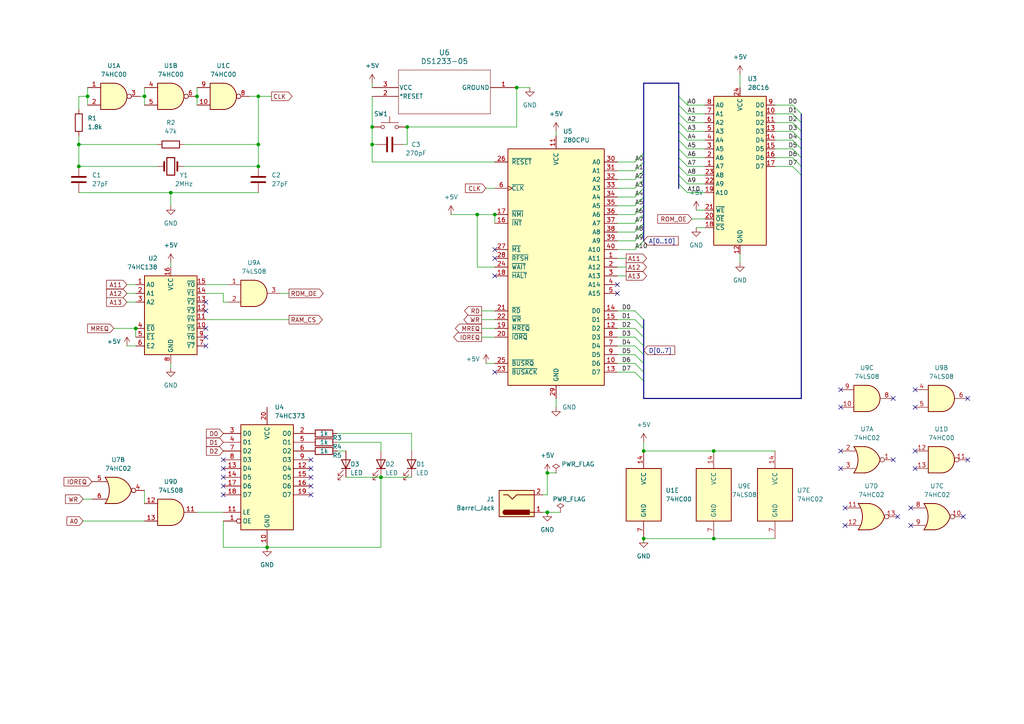
<source format=kicad_sch>
(kicad_sch (version 20230121) (generator eeschema)

  (uuid 9538e4ed-27e6-4c37-b989-9859dc0d49e8)

  (paper "A4")

  (lib_symbols
    (symbol "+5V_1" (power) (pin_names (offset 0)) (in_bom yes) (on_board yes)
      (property "Reference" "#PWR" (at 0 -3.81 0)
        (effects (font (size 1.27 1.27)) hide)
      )
      (property "Value" "+5V_1" (at 0 3.556 0)
        (effects (font (size 1.27 1.27)))
      )
      (property "Footprint" "" (at 0 0 0)
        (effects (font (size 1.27 1.27)) hide)
      )
      (property "Datasheet" "" (at 0 0 0)
        (effects (font (size 1.27 1.27)) hide)
      )
      (property "ki_keywords" "global power" (at 0 0 0)
        (effects (font (size 1.27 1.27)) hide)
      )
      (property "ki_description" "Power symbol creates a global label with name \"+5V\"" (at 0 0 0)
        (effects (font (size 1.27 1.27)) hide)
      )
      (symbol "+5V_1_0_1"
        (polyline
          (pts
            (xy -0.762 1.27)
            (xy 0 2.54)
          )
          (stroke (width 0) (type default))
          (fill (type none))
        )
        (polyline
          (pts
            (xy 0 0)
            (xy 0 2.54)
          )
          (stroke (width 0) (type default))
          (fill (type none))
        )
        (polyline
          (pts
            (xy 0 2.54)
            (xy 0.762 1.27)
          )
          (stroke (width 0) (type default))
          (fill (type none))
        )
      )
      (symbol "+5V_1_1_1"
        (pin power_in line (at 0 0 90) (length 0) hide
          (name "+5V" (effects (font (size 1.27 1.27))))
          (number "1" (effects (font (size 1.27 1.27))))
        )
      )
    )
    (symbol "+5V_2" (power) (pin_names (offset 0)) (in_bom yes) (on_board yes)
      (property "Reference" "#PWR" (at 0 -3.81 0)
        (effects (font (size 1.27 1.27)) hide)
      )
      (property "Value" "+5V_2" (at 0 3.556 0)
        (effects (font (size 1.27 1.27)))
      )
      (property "Footprint" "" (at 0 0 0)
        (effects (font (size 1.27 1.27)) hide)
      )
      (property "Datasheet" "" (at 0 0 0)
        (effects (font (size 1.27 1.27)) hide)
      )
      (property "ki_keywords" "global power" (at 0 0 0)
        (effects (font (size 1.27 1.27)) hide)
      )
      (property "ki_description" "Power symbol creates a global label with name \"+5V\"" (at 0 0 0)
        (effects (font (size 1.27 1.27)) hide)
      )
      (symbol "+5V_2_0_1"
        (polyline
          (pts
            (xy -0.762 1.27)
            (xy 0 2.54)
          )
          (stroke (width 0) (type default))
          (fill (type none))
        )
        (polyline
          (pts
            (xy 0 0)
            (xy 0 2.54)
          )
          (stroke (width 0) (type default))
          (fill (type none))
        )
        (polyline
          (pts
            (xy 0 2.54)
            (xy 0.762 1.27)
          )
          (stroke (width 0) (type default))
          (fill (type none))
        )
      )
      (symbol "+5V_2_1_1"
        (pin power_in line (at 0 0 90) (length 0) hide
          (name "+5V" (effects (font (size 1.27 1.27))))
          (number "1" (effects (font (size 1.27 1.27))))
        )
      )
    )
    (symbol "74xx:74HC00" (pin_names (offset 1.016)) (in_bom yes) (on_board yes)
      (property "Reference" "U" (at 0 1.27 0)
        (effects (font (size 1.27 1.27)))
      )
      (property "Value" "74HC00" (at 0 -1.27 0)
        (effects (font (size 1.27 1.27)))
      )
      (property "Footprint" "" (at 0 0 0)
        (effects (font (size 1.27 1.27)) hide)
      )
      (property "Datasheet" "http://www.ti.com/lit/gpn/sn74hc00" (at 0 0 0)
        (effects (font (size 1.27 1.27)) hide)
      )
      (property "ki_locked" "" (at 0 0 0)
        (effects (font (size 1.27 1.27)))
      )
      (property "ki_keywords" "HCMOS nand 2-input" (at 0 0 0)
        (effects (font (size 1.27 1.27)) hide)
      )
      (property "ki_description" "quad 2-input NAND gate" (at 0 0 0)
        (effects (font (size 1.27 1.27)) hide)
      )
      (property "ki_fp_filters" "DIP*W7.62mm* SO14*" (at 0 0 0)
        (effects (font (size 1.27 1.27)) hide)
      )
      (symbol "74HC00_1_1"
        (arc (start 0 -3.81) (mid 3.7934 0) (end 0 3.81)
          (stroke (width 0.254) (type default))
          (fill (type background))
        )
        (polyline
          (pts
            (xy 0 3.81)
            (xy -3.81 3.81)
            (xy -3.81 -3.81)
            (xy 0 -3.81)
          )
          (stroke (width 0.254) (type default))
          (fill (type background))
        )
        (pin input line (at -7.62 2.54 0) (length 3.81)
          (name "~" (effects (font (size 1.27 1.27))))
          (number "1" (effects (font (size 1.27 1.27))))
        )
        (pin input line (at -7.62 -2.54 0) (length 3.81)
          (name "~" (effects (font (size 1.27 1.27))))
          (number "2" (effects (font (size 1.27 1.27))))
        )
        (pin output inverted (at 7.62 0 180) (length 3.81)
          (name "~" (effects (font (size 1.27 1.27))))
          (number "3" (effects (font (size 1.27 1.27))))
        )
      )
      (symbol "74HC00_1_2"
        (arc (start -3.81 -3.81) (mid -2.589 0) (end -3.81 3.81)
          (stroke (width 0.254) (type default))
          (fill (type none))
        )
        (arc (start -0.6096 -3.81) (mid 2.1855 -2.584) (end 3.81 0)
          (stroke (width 0.254) (type default))
          (fill (type background))
        )
        (polyline
          (pts
            (xy -3.81 -3.81)
            (xy -0.635 -3.81)
          )
          (stroke (width 0.254) (type default))
          (fill (type background))
        )
        (polyline
          (pts
            (xy -3.81 3.81)
            (xy -0.635 3.81)
          )
          (stroke (width 0.254) (type default))
          (fill (type background))
        )
        (polyline
          (pts
            (xy -0.635 3.81)
            (xy -3.81 3.81)
            (xy -3.81 3.81)
            (xy -3.556 3.4036)
            (xy -3.0226 2.2606)
            (xy -2.6924 1.0414)
            (xy -2.6162 -0.254)
            (xy -2.7686 -1.4986)
            (xy -3.175 -2.7178)
            (xy -3.81 -3.81)
            (xy -3.81 -3.81)
            (xy -0.635 -3.81)
          )
          (stroke (width -25.4) (type default))
          (fill (type background))
        )
        (arc (start 3.81 0) (mid 2.1928 2.5925) (end -0.6096 3.81)
          (stroke (width 0.254) (type default))
          (fill (type background))
        )
        (pin input inverted (at -7.62 2.54 0) (length 4.318)
          (name "~" (effects (font (size 1.27 1.27))))
          (number "1" (effects (font (size 1.27 1.27))))
        )
        (pin input inverted (at -7.62 -2.54 0) (length 4.318)
          (name "~" (effects (font (size 1.27 1.27))))
          (number "2" (effects (font (size 1.27 1.27))))
        )
        (pin output line (at 7.62 0 180) (length 3.81)
          (name "~" (effects (font (size 1.27 1.27))))
          (number "3" (effects (font (size 1.27 1.27))))
        )
      )
      (symbol "74HC00_2_1"
        (arc (start 0 -3.81) (mid 3.7934 0) (end 0 3.81)
          (stroke (width 0.254) (type default))
          (fill (type background))
        )
        (polyline
          (pts
            (xy 0 3.81)
            (xy -3.81 3.81)
            (xy -3.81 -3.81)
            (xy 0 -3.81)
          )
          (stroke (width 0.254) (type default))
          (fill (type background))
        )
        (pin input line (at -7.62 2.54 0) (length 3.81)
          (name "~" (effects (font (size 1.27 1.27))))
          (number "4" (effects (font (size 1.27 1.27))))
        )
        (pin input line (at -7.62 -2.54 0) (length 3.81)
          (name "~" (effects (font (size 1.27 1.27))))
          (number "5" (effects (font (size 1.27 1.27))))
        )
        (pin output inverted (at 7.62 0 180) (length 3.81)
          (name "~" (effects (font (size 1.27 1.27))))
          (number "6" (effects (font (size 1.27 1.27))))
        )
      )
      (symbol "74HC00_2_2"
        (arc (start -3.81 -3.81) (mid -2.589 0) (end -3.81 3.81)
          (stroke (width 0.254) (type default))
          (fill (type none))
        )
        (arc (start -0.6096 -3.81) (mid 2.1855 -2.584) (end 3.81 0)
          (stroke (width 0.254) (type default))
          (fill (type background))
        )
        (polyline
          (pts
            (xy -3.81 -3.81)
            (xy -0.635 -3.81)
          )
          (stroke (width 0.254) (type default))
          (fill (type background))
        )
        (polyline
          (pts
            (xy -3.81 3.81)
            (xy -0.635 3.81)
          )
          (stroke (width 0.254) (type default))
          (fill (type background))
        )
        (polyline
          (pts
            (xy -0.635 3.81)
            (xy -3.81 3.81)
            (xy -3.81 3.81)
            (xy -3.556 3.4036)
            (xy -3.0226 2.2606)
            (xy -2.6924 1.0414)
            (xy -2.6162 -0.254)
            (xy -2.7686 -1.4986)
            (xy -3.175 -2.7178)
            (xy -3.81 -3.81)
            (xy -3.81 -3.81)
            (xy -0.635 -3.81)
          )
          (stroke (width -25.4) (type default))
          (fill (type background))
        )
        (arc (start 3.81 0) (mid 2.1928 2.5925) (end -0.6096 3.81)
          (stroke (width 0.254) (type default))
          (fill (type background))
        )
        (pin input inverted (at -7.62 2.54 0) (length 4.318)
          (name "~" (effects (font (size 1.27 1.27))))
          (number "4" (effects (font (size 1.27 1.27))))
        )
        (pin input inverted (at -7.62 -2.54 0) (length 4.318)
          (name "~" (effects (font (size 1.27 1.27))))
          (number "5" (effects (font (size 1.27 1.27))))
        )
        (pin output line (at 7.62 0 180) (length 3.81)
          (name "~" (effects (font (size 1.27 1.27))))
          (number "6" (effects (font (size 1.27 1.27))))
        )
      )
      (symbol "74HC00_3_1"
        (arc (start 0 -3.81) (mid 3.7934 0) (end 0 3.81)
          (stroke (width 0.254) (type default))
          (fill (type background))
        )
        (polyline
          (pts
            (xy 0 3.81)
            (xy -3.81 3.81)
            (xy -3.81 -3.81)
            (xy 0 -3.81)
          )
          (stroke (width 0.254) (type default))
          (fill (type background))
        )
        (pin input line (at -7.62 -2.54 0) (length 3.81)
          (name "~" (effects (font (size 1.27 1.27))))
          (number "10" (effects (font (size 1.27 1.27))))
        )
        (pin output inverted (at 7.62 0 180) (length 3.81)
          (name "~" (effects (font (size 1.27 1.27))))
          (number "8" (effects (font (size 1.27 1.27))))
        )
        (pin input line (at -7.62 2.54 0) (length 3.81)
          (name "~" (effects (font (size 1.27 1.27))))
          (number "9" (effects (font (size 1.27 1.27))))
        )
      )
      (symbol "74HC00_3_2"
        (arc (start -3.81 -3.81) (mid -2.589 0) (end -3.81 3.81)
          (stroke (width 0.254) (type default))
          (fill (type none))
        )
        (arc (start -0.6096 -3.81) (mid 2.1855 -2.584) (end 3.81 0)
          (stroke (width 0.254) (type default))
          (fill (type background))
        )
        (polyline
          (pts
            (xy -3.81 -3.81)
            (xy -0.635 -3.81)
          )
          (stroke (width 0.254) (type default))
          (fill (type background))
        )
        (polyline
          (pts
            (xy -3.81 3.81)
            (xy -0.635 3.81)
          )
          (stroke (width 0.254) (type default))
          (fill (type background))
        )
        (polyline
          (pts
            (xy -0.635 3.81)
            (xy -3.81 3.81)
            (xy -3.81 3.81)
            (xy -3.556 3.4036)
            (xy -3.0226 2.2606)
            (xy -2.6924 1.0414)
            (xy -2.6162 -0.254)
            (xy -2.7686 -1.4986)
            (xy -3.175 -2.7178)
            (xy -3.81 -3.81)
            (xy -3.81 -3.81)
            (xy -0.635 -3.81)
          )
          (stroke (width -25.4) (type default))
          (fill (type background))
        )
        (arc (start 3.81 0) (mid 2.1928 2.5925) (end -0.6096 3.81)
          (stroke (width 0.254) (type default))
          (fill (type background))
        )
        (pin input inverted (at -7.62 -2.54 0) (length 4.318)
          (name "~" (effects (font (size 1.27 1.27))))
          (number "10" (effects (font (size 1.27 1.27))))
        )
        (pin output line (at 7.62 0 180) (length 3.81)
          (name "~" (effects (font (size 1.27 1.27))))
          (number "8" (effects (font (size 1.27 1.27))))
        )
        (pin input inverted (at -7.62 2.54 0) (length 4.318)
          (name "~" (effects (font (size 1.27 1.27))))
          (number "9" (effects (font (size 1.27 1.27))))
        )
      )
      (symbol "74HC00_4_1"
        (arc (start 0 -3.81) (mid 3.7934 0) (end 0 3.81)
          (stroke (width 0.254) (type default))
          (fill (type background))
        )
        (polyline
          (pts
            (xy 0 3.81)
            (xy -3.81 3.81)
            (xy -3.81 -3.81)
            (xy 0 -3.81)
          )
          (stroke (width 0.254) (type default))
          (fill (type background))
        )
        (pin output inverted (at 7.62 0 180) (length 3.81)
          (name "~" (effects (font (size 1.27 1.27))))
          (number "11" (effects (font (size 1.27 1.27))))
        )
        (pin input line (at -7.62 2.54 0) (length 3.81)
          (name "~" (effects (font (size 1.27 1.27))))
          (number "12" (effects (font (size 1.27 1.27))))
        )
        (pin input line (at -7.62 -2.54 0) (length 3.81)
          (name "~" (effects (font (size 1.27 1.27))))
          (number "13" (effects (font (size 1.27 1.27))))
        )
      )
      (symbol "74HC00_4_2"
        (arc (start -3.81 -3.81) (mid -2.589 0) (end -3.81 3.81)
          (stroke (width 0.254) (type default))
          (fill (type none))
        )
        (arc (start -0.6096 -3.81) (mid 2.1855 -2.584) (end 3.81 0)
          (stroke (width 0.254) (type default))
          (fill (type background))
        )
        (polyline
          (pts
            (xy -3.81 -3.81)
            (xy -0.635 -3.81)
          )
          (stroke (width 0.254) (type default))
          (fill (type background))
        )
        (polyline
          (pts
            (xy -3.81 3.81)
            (xy -0.635 3.81)
          )
          (stroke (width 0.254) (type default))
          (fill (type background))
        )
        (polyline
          (pts
            (xy -0.635 3.81)
            (xy -3.81 3.81)
            (xy -3.81 3.81)
            (xy -3.556 3.4036)
            (xy -3.0226 2.2606)
            (xy -2.6924 1.0414)
            (xy -2.6162 -0.254)
            (xy -2.7686 -1.4986)
            (xy -3.175 -2.7178)
            (xy -3.81 -3.81)
            (xy -3.81 -3.81)
            (xy -0.635 -3.81)
          )
          (stroke (width -25.4) (type default))
          (fill (type background))
        )
        (arc (start 3.81 0) (mid 2.1928 2.5925) (end -0.6096 3.81)
          (stroke (width 0.254) (type default))
          (fill (type background))
        )
        (pin output line (at 7.62 0 180) (length 3.81)
          (name "~" (effects (font (size 1.27 1.27))))
          (number "11" (effects (font (size 1.27 1.27))))
        )
        (pin input inverted (at -7.62 2.54 0) (length 4.318)
          (name "~" (effects (font (size 1.27 1.27))))
          (number "12" (effects (font (size 1.27 1.27))))
        )
        (pin input inverted (at -7.62 -2.54 0) (length 4.318)
          (name "~" (effects (font (size 1.27 1.27))))
          (number "13" (effects (font (size 1.27 1.27))))
        )
      )
      (symbol "74HC00_5_0"
        (pin power_in line (at 0 12.7 270) (length 5.08)
          (name "VCC" (effects (font (size 1.27 1.27))))
          (number "14" (effects (font (size 1.27 1.27))))
        )
        (pin power_in line (at 0 -12.7 90) (length 5.08)
          (name "GND" (effects (font (size 1.27 1.27))))
          (number "7" (effects (font (size 1.27 1.27))))
        )
      )
      (symbol "74HC00_5_1"
        (rectangle (start -5.08 7.62) (end 5.08 -7.62)
          (stroke (width 0.254) (type default))
          (fill (type background))
        )
      )
    )
    (symbol "74xx:74HC02" (pin_names (offset 1.016)) (in_bom yes) (on_board yes)
      (property "Reference" "U" (at 0 1.27 0)
        (effects (font (size 1.27 1.27)))
      )
      (property "Value" "74HC02" (at 0 -1.27 0)
        (effects (font (size 1.27 1.27)))
      )
      (property "Footprint" "" (at 0 0 0)
        (effects (font (size 1.27 1.27)) hide)
      )
      (property "Datasheet" "http://www.ti.com/lit/gpn/sn74hc02" (at 0 0 0)
        (effects (font (size 1.27 1.27)) hide)
      )
      (property "ki_locked" "" (at 0 0 0)
        (effects (font (size 1.27 1.27)))
      )
      (property "ki_keywords" "HCMOS Nor2" (at 0 0 0)
        (effects (font (size 1.27 1.27)) hide)
      )
      (property "ki_description" "quad 2-input NOR gate" (at 0 0 0)
        (effects (font (size 1.27 1.27)) hide)
      )
      (property "ki_fp_filters" "SO14* DIP*W7.62mm*" (at 0 0 0)
        (effects (font (size 1.27 1.27)) hide)
      )
      (symbol "74HC02_1_1"
        (arc (start -3.81 -3.81) (mid -2.589 0) (end -3.81 3.81)
          (stroke (width 0.254) (type default))
          (fill (type none))
        )
        (arc (start -0.6096 -3.81) (mid 2.1842 -2.5851) (end 3.81 0)
          (stroke (width 0.254) (type default))
          (fill (type background))
        )
        (polyline
          (pts
            (xy -3.81 -3.81)
            (xy -0.635 -3.81)
          )
          (stroke (width 0.254) (type default))
          (fill (type background))
        )
        (polyline
          (pts
            (xy -3.81 3.81)
            (xy -0.635 3.81)
          )
          (stroke (width 0.254) (type default))
          (fill (type background))
        )
        (polyline
          (pts
            (xy -0.635 3.81)
            (xy -3.81 3.81)
            (xy -3.81 3.81)
            (xy -3.556 3.4036)
            (xy -3.0226 2.2606)
            (xy -2.6924 1.0414)
            (xy -2.6162 -0.254)
            (xy -2.7686 -1.4986)
            (xy -3.175 -2.7178)
            (xy -3.81 -3.81)
            (xy -3.81 -3.81)
            (xy -0.635 -3.81)
          )
          (stroke (width -25.4) (type default))
          (fill (type background))
        )
        (arc (start 3.81 0) (mid 2.1915 2.5936) (end -0.6096 3.81)
          (stroke (width 0.254) (type default))
          (fill (type background))
        )
        (pin output inverted (at 7.62 0 180) (length 3.81)
          (name "~" (effects (font (size 1.27 1.27))))
          (number "1" (effects (font (size 1.27 1.27))))
        )
        (pin input line (at -7.62 2.54 0) (length 4.318)
          (name "~" (effects (font (size 1.27 1.27))))
          (number "2" (effects (font (size 1.27 1.27))))
        )
        (pin input line (at -7.62 -2.54 0) (length 4.318)
          (name "~" (effects (font (size 1.27 1.27))))
          (number "3" (effects (font (size 1.27 1.27))))
        )
      )
      (symbol "74HC02_1_2"
        (arc (start 0 -3.81) (mid 3.7934 0) (end 0 3.81)
          (stroke (width 0.254) (type default))
          (fill (type background))
        )
        (polyline
          (pts
            (xy 0 3.81)
            (xy -3.81 3.81)
            (xy -3.81 -3.81)
            (xy 0 -3.81)
          )
          (stroke (width 0.254) (type default))
          (fill (type background))
        )
        (pin output line (at 7.62 0 180) (length 3.81)
          (name "~" (effects (font (size 1.27 1.27))))
          (number "1" (effects (font (size 1.27 1.27))))
        )
        (pin input inverted (at -7.62 2.54 0) (length 3.81)
          (name "~" (effects (font (size 1.27 1.27))))
          (number "2" (effects (font (size 1.27 1.27))))
        )
        (pin input inverted (at -7.62 -2.54 0) (length 3.81)
          (name "~" (effects (font (size 1.27 1.27))))
          (number "3" (effects (font (size 1.27 1.27))))
        )
      )
      (symbol "74HC02_2_1"
        (arc (start -3.81 -3.81) (mid -2.589 0) (end -3.81 3.81)
          (stroke (width 0.254) (type default))
          (fill (type none))
        )
        (arc (start -0.6096 -3.81) (mid 2.1842 -2.5851) (end 3.81 0)
          (stroke (width 0.254) (type default))
          (fill (type background))
        )
        (polyline
          (pts
            (xy -3.81 -3.81)
            (xy -0.635 -3.81)
          )
          (stroke (width 0.254) (type default))
          (fill (type background))
        )
        (polyline
          (pts
            (xy -3.81 3.81)
            (xy -0.635 3.81)
          )
          (stroke (width 0.254) (type default))
          (fill (type background))
        )
        (polyline
          (pts
            (xy -0.635 3.81)
            (xy -3.81 3.81)
            (xy -3.81 3.81)
            (xy -3.556 3.4036)
            (xy -3.0226 2.2606)
            (xy -2.6924 1.0414)
            (xy -2.6162 -0.254)
            (xy -2.7686 -1.4986)
            (xy -3.175 -2.7178)
            (xy -3.81 -3.81)
            (xy -3.81 -3.81)
            (xy -0.635 -3.81)
          )
          (stroke (width -25.4) (type default))
          (fill (type background))
        )
        (arc (start 3.81 0) (mid 2.1915 2.5936) (end -0.6096 3.81)
          (stroke (width 0.254) (type default))
          (fill (type background))
        )
        (pin output inverted (at 7.62 0 180) (length 3.81)
          (name "~" (effects (font (size 1.27 1.27))))
          (number "4" (effects (font (size 1.27 1.27))))
        )
        (pin input line (at -7.62 2.54 0) (length 4.318)
          (name "~" (effects (font (size 1.27 1.27))))
          (number "5" (effects (font (size 1.27 1.27))))
        )
        (pin input line (at -7.62 -2.54 0) (length 4.318)
          (name "~" (effects (font (size 1.27 1.27))))
          (number "6" (effects (font (size 1.27 1.27))))
        )
      )
      (symbol "74HC02_2_2"
        (arc (start 0 -3.81) (mid 3.7934 0) (end 0 3.81)
          (stroke (width 0.254) (type default))
          (fill (type background))
        )
        (polyline
          (pts
            (xy 0 3.81)
            (xy -3.81 3.81)
            (xy -3.81 -3.81)
            (xy 0 -3.81)
          )
          (stroke (width 0.254) (type default))
          (fill (type background))
        )
        (pin output line (at 7.62 0 180) (length 3.81)
          (name "~" (effects (font (size 1.27 1.27))))
          (number "4" (effects (font (size 1.27 1.27))))
        )
        (pin input inverted (at -7.62 2.54 0) (length 3.81)
          (name "~" (effects (font (size 1.27 1.27))))
          (number "5" (effects (font (size 1.27 1.27))))
        )
        (pin input inverted (at -7.62 -2.54 0) (length 3.81)
          (name "~" (effects (font (size 1.27 1.27))))
          (number "6" (effects (font (size 1.27 1.27))))
        )
      )
      (symbol "74HC02_3_1"
        (arc (start -3.81 -3.81) (mid -2.589 0) (end -3.81 3.81)
          (stroke (width 0.254) (type default))
          (fill (type none))
        )
        (arc (start -0.6096 -3.81) (mid 2.1842 -2.5851) (end 3.81 0)
          (stroke (width 0.254) (type default))
          (fill (type background))
        )
        (polyline
          (pts
            (xy -3.81 -3.81)
            (xy -0.635 -3.81)
          )
          (stroke (width 0.254) (type default))
          (fill (type background))
        )
        (polyline
          (pts
            (xy -3.81 3.81)
            (xy -0.635 3.81)
          )
          (stroke (width 0.254) (type default))
          (fill (type background))
        )
        (polyline
          (pts
            (xy -0.635 3.81)
            (xy -3.81 3.81)
            (xy -3.81 3.81)
            (xy -3.556 3.4036)
            (xy -3.0226 2.2606)
            (xy -2.6924 1.0414)
            (xy -2.6162 -0.254)
            (xy -2.7686 -1.4986)
            (xy -3.175 -2.7178)
            (xy -3.81 -3.81)
            (xy -3.81 -3.81)
            (xy -0.635 -3.81)
          )
          (stroke (width -25.4) (type default))
          (fill (type background))
        )
        (arc (start 3.81 0) (mid 2.1915 2.5936) (end -0.6096 3.81)
          (stroke (width 0.254) (type default))
          (fill (type background))
        )
        (pin output inverted (at 7.62 0 180) (length 3.81)
          (name "~" (effects (font (size 1.27 1.27))))
          (number "10" (effects (font (size 1.27 1.27))))
        )
        (pin input line (at -7.62 2.54 0) (length 4.318)
          (name "~" (effects (font (size 1.27 1.27))))
          (number "8" (effects (font (size 1.27 1.27))))
        )
        (pin input line (at -7.62 -2.54 0) (length 4.318)
          (name "~" (effects (font (size 1.27 1.27))))
          (number "9" (effects (font (size 1.27 1.27))))
        )
      )
      (symbol "74HC02_3_2"
        (arc (start 0 -3.81) (mid 3.7934 0) (end 0 3.81)
          (stroke (width 0.254) (type default))
          (fill (type background))
        )
        (polyline
          (pts
            (xy 0 3.81)
            (xy -3.81 3.81)
            (xy -3.81 -3.81)
            (xy 0 -3.81)
          )
          (stroke (width 0.254) (type default))
          (fill (type background))
        )
        (pin output line (at 7.62 0 180) (length 3.81)
          (name "~" (effects (font (size 1.27 1.27))))
          (number "10" (effects (font (size 1.27 1.27))))
        )
        (pin input inverted (at -7.62 2.54 0) (length 3.81)
          (name "~" (effects (font (size 1.27 1.27))))
          (number "8" (effects (font (size 1.27 1.27))))
        )
        (pin input inverted (at -7.62 -2.54 0) (length 3.81)
          (name "~" (effects (font (size 1.27 1.27))))
          (number "9" (effects (font (size 1.27 1.27))))
        )
      )
      (symbol "74HC02_4_1"
        (arc (start -3.81 -3.81) (mid -2.589 0) (end -3.81 3.81)
          (stroke (width 0.254) (type default))
          (fill (type none))
        )
        (arc (start -0.6096 -3.81) (mid 2.1842 -2.5851) (end 3.81 0)
          (stroke (width 0.254) (type default))
          (fill (type background))
        )
        (polyline
          (pts
            (xy -3.81 -3.81)
            (xy -0.635 -3.81)
          )
          (stroke (width 0.254) (type default))
          (fill (type background))
        )
        (polyline
          (pts
            (xy -3.81 3.81)
            (xy -0.635 3.81)
          )
          (stroke (width 0.254) (type default))
          (fill (type background))
        )
        (polyline
          (pts
            (xy -0.635 3.81)
            (xy -3.81 3.81)
            (xy -3.81 3.81)
            (xy -3.556 3.4036)
            (xy -3.0226 2.2606)
            (xy -2.6924 1.0414)
            (xy -2.6162 -0.254)
            (xy -2.7686 -1.4986)
            (xy -3.175 -2.7178)
            (xy -3.81 -3.81)
            (xy -3.81 -3.81)
            (xy -0.635 -3.81)
          )
          (stroke (width -25.4) (type default))
          (fill (type background))
        )
        (arc (start 3.81 0) (mid 2.1915 2.5936) (end -0.6096 3.81)
          (stroke (width 0.254) (type default))
          (fill (type background))
        )
        (pin input line (at -7.62 2.54 0) (length 4.318)
          (name "~" (effects (font (size 1.27 1.27))))
          (number "11" (effects (font (size 1.27 1.27))))
        )
        (pin input line (at -7.62 -2.54 0) (length 4.318)
          (name "~" (effects (font (size 1.27 1.27))))
          (number "12" (effects (font (size 1.27 1.27))))
        )
        (pin output inverted (at 7.62 0 180) (length 3.81)
          (name "~" (effects (font (size 1.27 1.27))))
          (number "13" (effects (font (size 1.27 1.27))))
        )
      )
      (symbol "74HC02_4_2"
        (arc (start 0 -3.81) (mid 3.7934 0) (end 0 3.81)
          (stroke (width 0.254) (type default))
          (fill (type background))
        )
        (polyline
          (pts
            (xy 0 3.81)
            (xy -3.81 3.81)
            (xy -3.81 -3.81)
            (xy 0 -3.81)
          )
          (stroke (width 0.254) (type default))
          (fill (type background))
        )
        (pin input inverted (at -7.62 2.54 0) (length 3.81)
          (name "~" (effects (font (size 1.27 1.27))))
          (number "11" (effects (font (size 1.27 1.27))))
        )
        (pin input inverted (at -7.62 -2.54 0) (length 3.81)
          (name "~" (effects (font (size 1.27 1.27))))
          (number "12" (effects (font (size 1.27 1.27))))
        )
        (pin output line (at 7.62 0 180) (length 3.81)
          (name "~" (effects (font (size 1.27 1.27))))
          (number "13" (effects (font (size 1.27 1.27))))
        )
      )
      (symbol "74HC02_5_0"
        (pin power_in line (at 0 12.7 270) (length 5.08)
          (name "VCC" (effects (font (size 1.27 1.27))))
          (number "14" (effects (font (size 1.27 1.27))))
        )
        (pin power_in line (at 0 -12.7 90) (length 5.08)
          (name "GND" (effects (font (size 1.27 1.27))))
          (number "7" (effects (font (size 1.27 1.27))))
        )
      )
      (symbol "74HC02_5_1"
        (rectangle (start -5.08 7.62) (end 5.08 -7.62)
          (stroke (width 0.254) (type default))
          (fill (type background))
        )
      )
    )
    (symbol "74xx:74HC138" (in_bom yes) (on_board yes)
      (property "Reference" "U" (at -7.62 13.97 0)
        (effects (font (size 1.27 1.27)) (justify left bottom))
      )
      (property "Value" "74HC138" (at 2.54 -11.43 0)
        (effects (font (size 1.27 1.27)) (justify left top))
      )
      (property "Footprint" "" (at 0 0 0)
        (effects (font (size 1.27 1.27)) hide)
      )
      (property "Datasheet" "http://www.ti.com/lit/ds/symlink/cd74hc238.pdf" (at 0 0 0)
        (effects (font (size 1.27 1.27)) hide)
      )
      (property "ki_keywords" "demux" (at 0 0 0)
        (effects (font (size 1.27 1.27)) hide)
      )
      (property "ki_description" "3-to-8 line decoder/multiplexer inverting, DIP-16/SOIC-16/SSOP-16" (at 0 0 0)
        (effects (font (size 1.27 1.27)) hide)
      )
      (property "ki_fp_filters" "DIP*W7.62mm* SOIC*3.9x9.9mm*P1.27mm* SSOP*5.3x6.2mm*P0.65mm*" (at 0 0 0)
        (effects (font (size 1.27 1.27)) hide)
      )
      (symbol "74HC138_0_1"
        (rectangle (start -7.62 12.7) (end 7.62 -10.16)
          (stroke (width 0.254) (type default))
          (fill (type background))
        )
      )
      (symbol "74HC138_1_1"
        (pin input line (at -10.16 10.16 0) (length 2.54)
          (name "A0" (effects (font (size 1.27 1.27))))
          (number "1" (effects (font (size 1.27 1.27))))
        )
        (pin output line (at 10.16 -2.54 180) (length 2.54)
          (name "~{Y5}" (effects (font (size 1.27 1.27))))
          (number "10" (effects (font (size 1.27 1.27))))
        )
        (pin output line (at 10.16 0 180) (length 2.54)
          (name "~{Y4}" (effects (font (size 1.27 1.27))))
          (number "11" (effects (font (size 1.27 1.27))))
        )
        (pin output line (at 10.16 2.54 180) (length 2.54)
          (name "~{Y3}" (effects (font (size 1.27 1.27))))
          (number "12" (effects (font (size 1.27 1.27))))
        )
        (pin output line (at 10.16 5.08 180) (length 2.54)
          (name "~{Y2}" (effects (font (size 1.27 1.27))))
          (number "13" (effects (font (size 1.27 1.27))))
        )
        (pin output line (at 10.16 7.62 180) (length 2.54)
          (name "~{Y1}" (effects (font (size 1.27 1.27))))
          (number "14" (effects (font (size 1.27 1.27))))
        )
        (pin output line (at 10.16 10.16 180) (length 2.54)
          (name "~{Y0}" (effects (font (size 1.27 1.27))))
          (number "15" (effects (font (size 1.27 1.27))))
        )
        (pin power_in line (at 0 15.24 270) (length 2.54)
          (name "VCC" (effects (font (size 1.27 1.27))))
          (number "16" (effects (font (size 1.27 1.27))))
        )
        (pin input line (at -10.16 7.62 0) (length 2.54)
          (name "A1" (effects (font (size 1.27 1.27))))
          (number "2" (effects (font (size 1.27 1.27))))
        )
        (pin input line (at -10.16 5.08 0) (length 2.54)
          (name "A2" (effects (font (size 1.27 1.27))))
          (number "3" (effects (font (size 1.27 1.27))))
        )
        (pin input line (at -10.16 -2.54 0) (length 2.54)
          (name "~{E0}" (effects (font (size 1.27 1.27))))
          (number "4" (effects (font (size 1.27 1.27))))
        )
        (pin input line (at -10.16 -5.08 0) (length 2.54)
          (name "~{E1}" (effects (font (size 1.27 1.27))))
          (number "5" (effects (font (size 1.27 1.27))))
        )
        (pin input line (at -10.16 -7.62 0) (length 2.54)
          (name "E2" (effects (font (size 1.27 1.27))))
          (number "6" (effects (font (size 1.27 1.27))))
        )
        (pin output line (at 10.16 -7.62 180) (length 2.54)
          (name "~{Y7}" (effects (font (size 1.27 1.27))))
          (number "7" (effects (font (size 1.27 1.27))))
        )
        (pin power_in line (at 0 -12.7 90) (length 2.54)
          (name "GND" (effects (font (size 1.27 1.27))))
          (number "8" (effects (font (size 1.27 1.27))))
        )
        (pin output line (at 10.16 -5.08 180) (length 2.54)
          (name "~{Y6}" (effects (font (size 1.27 1.27))))
          (number "9" (effects (font (size 1.27 1.27))))
        )
      )
    )
    (symbol "74xx:74HC373" (in_bom yes) (on_board yes)
      (property "Reference" "U" (at -7.62 16.51 0)
        (effects (font (size 1.27 1.27)))
      )
      (property "Value" "74HC373" (at -7.62 -16.51 0)
        (effects (font (size 1.27 1.27)))
      )
      (property "Footprint" "" (at 0 0 0)
        (effects (font (size 1.27 1.27)) hide)
      )
      (property "Datasheet" "https://www.ti.com/lit/ds/symlink/cd54hc373.pdf" (at 0 0 0)
        (effects (font (size 1.27 1.27)) hide)
      )
      (property "ki_keywords" "HCMOS REG DFF DFF8 LATCH" (at 0 0 0)
        (effects (font (size 1.27 1.27)) hide)
      )
      (property "ki_description" "8-bit Latch, 3-state outputs" (at 0 0 0)
        (effects (font (size 1.27 1.27)) hide)
      )
      (property "ki_fp_filters" "DIP?20* SOIC?20* SO?20* SSOP?20* TSSOP?20*" (at 0 0 0)
        (effects (font (size 1.27 1.27)) hide)
      )
      (symbol "74HC373_1_0"
        (pin input inverted (at -12.7 -12.7 0) (length 5.08)
          (name "OE" (effects (font (size 1.27 1.27))))
          (number "1" (effects (font (size 1.27 1.27))))
        )
        (pin power_in line (at 0 -20.32 90) (length 5.08)
          (name "GND" (effects (font (size 1.27 1.27))))
          (number "10" (effects (font (size 1.27 1.27))))
        )
        (pin input line (at -12.7 -10.16 0) (length 5.08)
          (name "LE" (effects (font (size 1.27 1.27))))
          (number "11" (effects (font (size 1.27 1.27))))
        )
        (pin tri_state line (at 12.7 2.54 180) (length 5.08)
          (name "O4" (effects (font (size 1.27 1.27))))
          (number "12" (effects (font (size 1.27 1.27))))
        )
        (pin input line (at -12.7 2.54 0) (length 5.08)
          (name "D4" (effects (font (size 1.27 1.27))))
          (number "13" (effects (font (size 1.27 1.27))))
        )
        (pin input line (at -12.7 0 0) (length 5.08)
          (name "D5" (effects (font (size 1.27 1.27))))
          (number "14" (effects (font (size 1.27 1.27))))
        )
        (pin tri_state line (at 12.7 0 180) (length 5.08)
          (name "O5" (effects (font (size 1.27 1.27))))
          (number "15" (effects (font (size 1.27 1.27))))
        )
        (pin tri_state line (at 12.7 -2.54 180) (length 5.08)
          (name "O6" (effects (font (size 1.27 1.27))))
          (number "16" (effects (font (size 1.27 1.27))))
        )
        (pin input line (at -12.7 -2.54 0) (length 5.08)
          (name "D6" (effects (font (size 1.27 1.27))))
          (number "17" (effects (font (size 1.27 1.27))))
        )
        (pin input line (at -12.7 -5.08 0) (length 5.08)
          (name "D7" (effects (font (size 1.27 1.27))))
          (number "18" (effects (font (size 1.27 1.27))))
        )
        (pin tri_state line (at 12.7 -5.08 180) (length 5.08)
          (name "O7" (effects (font (size 1.27 1.27))))
          (number "19" (effects (font (size 1.27 1.27))))
        )
        (pin tri_state line (at 12.7 12.7 180) (length 5.08)
          (name "O0" (effects (font (size 1.27 1.27))))
          (number "2" (effects (font (size 1.27 1.27))))
        )
        (pin power_in line (at 0 20.32 270) (length 5.08)
          (name "VCC" (effects (font (size 1.27 1.27))))
          (number "20" (effects (font (size 1.27 1.27))))
        )
        (pin input line (at -12.7 12.7 0) (length 5.08)
          (name "D0" (effects (font (size 1.27 1.27))))
          (number "3" (effects (font (size 1.27 1.27))))
        )
        (pin input line (at -12.7 10.16 0) (length 5.08)
          (name "D1" (effects (font (size 1.27 1.27))))
          (number "4" (effects (font (size 1.27 1.27))))
        )
        (pin tri_state line (at 12.7 10.16 180) (length 5.08)
          (name "O1" (effects (font (size 1.27 1.27))))
          (number "5" (effects (font (size 1.27 1.27))))
        )
        (pin tri_state line (at 12.7 7.62 180) (length 5.08)
          (name "O2" (effects (font (size 1.27 1.27))))
          (number "6" (effects (font (size 1.27 1.27))))
        )
        (pin input line (at -12.7 7.62 0) (length 5.08)
          (name "D2" (effects (font (size 1.27 1.27))))
          (number "7" (effects (font (size 1.27 1.27))))
        )
        (pin input line (at -12.7 5.08 0) (length 5.08)
          (name "D3" (effects (font (size 1.27 1.27))))
          (number "8" (effects (font (size 1.27 1.27))))
        )
        (pin tri_state line (at 12.7 5.08 180) (length 5.08)
          (name "O3" (effects (font (size 1.27 1.27))))
          (number "9" (effects (font (size 1.27 1.27))))
        )
      )
      (symbol "74HC373_1_1"
        (rectangle (start -7.62 15.24) (end 7.62 -15.24)
          (stroke (width 0.254) (type default))
          (fill (type background))
        )
      )
    )
    (symbol "74xx:74LS08" (pin_names (offset 1.016)) (in_bom yes) (on_board yes)
      (property "Reference" "U" (at 0 1.27 0)
        (effects (font (size 1.27 1.27)))
      )
      (property "Value" "74LS08" (at 0 -1.27 0)
        (effects (font (size 1.27 1.27)))
      )
      (property "Footprint" "" (at 0 0 0)
        (effects (font (size 1.27 1.27)) hide)
      )
      (property "Datasheet" "http://www.ti.com/lit/gpn/sn74LS08" (at 0 0 0)
        (effects (font (size 1.27 1.27)) hide)
      )
      (property "ki_locked" "" (at 0 0 0)
        (effects (font (size 1.27 1.27)))
      )
      (property "ki_keywords" "TTL and2" (at 0 0 0)
        (effects (font (size 1.27 1.27)) hide)
      )
      (property "ki_description" "Quad And2" (at 0 0 0)
        (effects (font (size 1.27 1.27)) hide)
      )
      (property "ki_fp_filters" "DIP*W7.62mm*" (at 0 0 0)
        (effects (font (size 1.27 1.27)) hide)
      )
      (symbol "74LS08_1_1"
        (arc (start 0 -3.81) (mid 3.7934 0) (end 0 3.81)
          (stroke (width 0.254) (type default))
          (fill (type background))
        )
        (polyline
          (pts
            (xy 0 3.81)
            (xy -3.81 3.81)
            (xy -3.81 -3.81)
            (xy 0 -3.81)
          )
          (stroke (width 0.254) (type default))
          (fill (type background))
        )
        (pin input line (at -7.62 2.54 0) (length 3.81)
          (name "~" (effects (font (size 1.27 1.27))))
          (number "1" (effects (font (size 1.27 1.27))))
        )
        (pin input line (at -7.62 -2.54 0) (length 3.81)
          (name "~" (effects (font (size 1.27 1.27))))
          (number "2" (effects (font (size 1.27 1.27))))
        )
        (pin output line (at 7.62 0 180) (length 3.81)
          (name "~" (effects (font (size 1.27 1.27))))
          (number "3" (effects (font (size 1.27 1.27))))
        )
      )
      (symbol "74LS08_1_2"
        (arc (start -3.81 -3.81) (mid -2.589 0) (end -3.81 3.81)
          (stroke (width 0.254) (type default))
          (fill (type none))
        )
        (arc (start -0.6096 -3.81) (mid 2.1842 -2.5851) (end 3.81 0)
          (stroke (width 0.254) (type default))
          (fill (type background))
        )
        (polyline
          (pts
            (xy -3.81 -3.81)
            (xy -0.635 -3.81)
          )
          (stroke (width 0.254) (type default))
          (fill (type background))
        )
        (polyline
          (pts
            (xy -3.81 3.81)
            (xy -0.635 3.81)
          )
          (stroke (width 0.254) (type default))
          (fill (type background))
        )
        (polyline
          (pts
            (xy -0.635 3.81)
            (xy -3.81 3.81)
            (xy -3.81 3.81)
            (xy -3.556 3.4036)
            (xy -3.0226 2.2606)
            (xy -2.6924 1.0414)
            (xy -2.6162 -0.254)
            (xy -2.7686 -1.4986)
            (xy -3.175 -2.7178)
            (xy -3.81 -3.81)
            (xy -3.81 -3.81)
            (xy -0.635 -3.81)
          )
          (stroke (width -25.4) (type default))
          (fill (type background))
        )
        (arc (start 3.81 0) (mid 2.1915 2.5936) (end -0.6096 3.81)
          (stroke (width 0.254) (type default))
          (fill (type background))
        )
        (pin input inverted (at -7.62 2.54 0) (length 4.318)
          (name "~" (effects (font (size 1.27 1.27))))
          (number "1" (effects (font (size 1.27 1.27))))
        )
        (pin input inverted (at -7.62 -2.54 0) (length 4.318)
          (name "~" (effects (font (size 1.27 1.27))))
          (number "2" (effects (font (size 1.27 1.27))))
        )
        (pin output inverted (at 7.62 0 180) (length 3.81)
          (name "~" (effects (font (size 1.27 1.27))))
          (number "3" (effects (font (size 1.27 1.27))))
        )
      )
      (symbol "74LS08_2_1"
        (arc (start 0 -3.81) (mid 3.7934 0) (end 0 3.81)
          (stroke (width 0.254) (type default))
          (fill (type background))
        )
        (polyline
          (pts
            (xy 0 3.81)
            (xy -3.81 3.81)
            (xy -3.81 -3.81)
            (xy 0 -3.81)
          )
          (stroke (width 0.254) (type default))
          (fill (type background))
        )
        (pin input line (at -7.62 2.54 0) (length 3.81)
          (name "~" (effects (font (size 1.27 1.27))))
          (number "4" (effects (font (size 1.27 1.27))))
        )
        (pin input line (at -7.62 -2.54 0) (length 3.81)
          (name "~" (effects (font (size 1.27 1.27))))
          (number "5" (effects (font (size 1.27 1.27))))
        )
        (pin output line (at 7.62 0 180) (length 3.81)
          (name "~" (effects (font (size 1.27 1.27))))
          (number "6" (effects (font (size 1.27 1.27))))
        )
      )
      (symbol "74LS08_2_2"
        (arc (start -3.81 -3.81) (mid -2.589 0) (end -3.81 3.81)
          (stroke (width 0.254) (type default))
          (fill (type none))
        )
        (arc (start -0.6096 -3.81) (mid 2.1842 -2.5851) (end 3.81 0)
          (stroke (width 0.254) (type default))
          (fill (type background))
        )
        (polyline
          (pts
            (xy -3.81 -3.81)
            (xy -0.635 -3.81)
          )
          (stroke (width 0.254) (type default))
          (fill (type background))
        )
        (polyline
          (pts
            (xy -3.81 3.81)
            (xy -0.635 3.81)
          )
          (stroke (width 0.254) (type default))
          (fill (type background))
        )
        (polyline
          (pts
            (xy -0.635 3.81)
            (xy -3.81 3.81)
            (xy -3.81 3.81)
            (xy -3.556 3.4036)
            (xy -3.0226 2.2606)
            (xy -2.6924 1.0414)
            (xy -2.6162 -0.254)
            (xy -2.7686 -1.4986)
            (xy -3.175 -2.7178)
            (xy -3.81 -3.81)
            (xy -3.81 -3.81)
            (xy -0.635 -3.81)
          )
          (stroke (width -25.4) (type default))
          (fill (type background))
        )
        (arc (start 3.81 0) (mid 2.1915 2.5936) (end -0.6096 3.81)
          (stroke (width 0.254) (type default))
          (fill (type background))
        )
        (pin input inverted (at -7.62 2.54 0) (length 4.318)
          (name "~" (effects (font (size 1.27 1.27))))
          (number "4" (effects (font (size 1.27 1.27))))
        )
        (pin input inverted (at -7.62 -2.54 0) (length 4.318)
          (name "~" (effects (font (size 1.27 1.27))))
          (number "5" (effects (font (size 1.27 1.27))))
        )
        (pin output inverted (at 7.62 0 180) (length 3.81)
          (name "~" (effects (font (size 1.27 1.27))))
          (number "6" (effects (font (size 1.27 1.27))))
        )
      )
      (symbol "74LS08_3_1"
        (arc (start 0 -3.81) (mid 3.7934 0) (end 0 3.81)
          (stroke (width 0.254) (type default))
          (fill (type background))
        )
        (polyline
          (pts
            (xy 0 3.81)
            (xy -3.81 3.81)
            (xy -3.81 -3.81)
            (xy 0 -3.81)
          )
          (stroke (width 0.254) (type default))
          (fill (type background))
        )
        (pin input line (at -7.62 -2.54 0) (length 3.81)
          (name "~" (effects (font (size 1.27 1.27))))
          (number "10" (effects (font (size 1.27 1.27))))
        )
        (pin output line (at 7.62 0 180) (length 3.81)
          (name "~" (effects (font (size 1.27 1.27))))
          (number "8" (effects (font (size 1.27 1.27))))
        )
        (pin input line (at -7.62 2.54 0) (length 3.81)
          (name "~" (effects (font (size 1.27 1.27))))
          (number "9" (effects (font (size 1.27 1.27))))
        )
      )
      (symbol "74LS08_3_2"
        (arc (start -3.81 -3.81) (mid -2.589 0) (end -3.81 3.81)
          (stroke (width 0.254) (type default))
          (fill (type none))
        )
        (arc (start -0.6096 -3.81) (mid 2.1842 -2.5851) (end 3.81 0)
          (stroke (width 0.254) (type default))
          (fill (type background))
        )
        (polyline
          (pts
            (xy -3.81 -3.81)
            (xy -0.635 -3.81)
          )
          (stroke (width 0.254) (type default))
          (fill (type background))
        )
        (polyline
          (pts
            (xy -3.81 3.81)
            (xy -0.635 3.81)
          )
          (stroke (width 0.254) (type default))
          (fill (type background))
        )
        (polyline
          (pts
            (xy -0.635 3.81)
            (xy -3.81 3.81)
            (xy -3.81 3.81)
            (xy -3.556 3.4036)
            (xy -3.0226 2.2606)
            (xy -2.6924 1.0414)
            (xy -2.6162 -0.254)
            (xy -2.7686 -1.4986)
            (xy -3.175 -2.7178)
            (xy -3.81 -3.81)
            (xy -3.81 -3.81)
            (xy -0.635 -3.81)
          )
          (stroke (width -25.4) (type default))
          (fill (type background))
        )
        (arc (start 3.81 0) (mid 2.1915 2.5936) (end -0.6096 3.81)
          (stroke (width 0.254) (type default))
          (fill (type background))
        )
        (pin input inverted (at -7.62 -2.54 0) (length 4.318)
          (name "~" (effects (font (size 1.27 1.27))))
          (number "10" (effects (font (size 1.27 1.27))))
        )
        (pin output inverted (at 7.62 0 180) (length 3.81)
          (name "~" (effects (font (size 1.27 1.27))))
          (number "8" (effects (font (size 1.27 1.27))))
        )
        (pin input inverted (at -7.62 2.54 0) (length 4.318)
          (name "~" (effects (font (size 1.27 1.27))))
          (number "9" (effects (font (size 1.27 1.27))))
        )
      )
      (symbol "74LS08_4_1"
        (arc (start 0 -3.81) (mid 3.7934 0) (end 0 3.81)
          (stroke (width 0.254) (type default))
          (fill (type background))
        )
        (polyline
          (pts
            (xy 0 3.81)
            (xy -3.81 3.81)
            (xy -3.81 -3.81)
            (xy 0 -3.81)
          )
          (stroke (width 0.254) (type default))
          (fill (type background))
        )
        (pin output line (at 7.62 0 180) (length 3.81)
          (name "~" (effects (font (size 1.27 1.27))))
          (number "11" (effects (font (size 1.27 1.27))))
        )
        (pin input line (at -7.62 2.54 0) (length 3.81)
          (name "~" (effects (font (size 1.27 1.27))))
          (number "12" (effects (font (size 1.27 1.27))))
        )
        (pin input line (at -7.62 -2.54 0) (length 3.81)
          (name "~" (effects (font (size 1.27 1.27))))
          (number "13" (effects (font (size 1.27 1.27))))
        )
      )
      (symbol "74LS08_4_2"
        (arc (start -3.81 -3.81) (mid -2.589 0) (end -3.81 3.81)
          (stroke (width 0.254) (type default))
          (fill (type none))
        )
        (arc (start -0.6096 -3.81) (mid 2.1842 -2.5851) (end 3.81 0)
          (stroke (width 0.254) (type default))
          (fill (type background))
        )
        (polyline
          (pts
            (xy -3.81 -3.81)
            (xy -0.635 -3.81)
          )
          (stroke (width 0.254) (type default))
          (fill (type background))
        )
        (polyline
          (pts
            (xy -3.81 3.81)
            (xy -0.635 3.81)
          )
          (stroke (width 0.254) (type default))
          (fill (type background))
        )
        (polyline
          (pts
            (xy -0.635 3.81)
            (xy -3.81 3.81)
            (xy -3.81 3.81)
            (xy -3.556 3.4036)
            (xy -3.0226 2.2606)
            (xy -2.6924 1.0414)
            (xy -2.6162 -0.254)
            (xy -2.7686 -1.4986)
            (xy -3.175 -2.7178)
            (xy -3.81 -3.81)
            (xy -3.81 -3.81)
            (xy -0.635 -3.81)
          )
          (stroke (width -25.4) (type default))
          (fill (type background))
        )
        (arc (start 3.81 0) (mid 2.1915 2.5936) (end -0.6096 3.81)
          (stroke (width 0.254) (type default))
          (fill (type background))
        )
        (pin output inverted (at 7.62 0 180) (length 3.81)
          (name "~" (effects (font (size 1.27 1.27))))
          (number "11" (effects (font (size 1.27 1.27))))
        )
        (pin input inverted (at -7.62 2.54 0) (length 4.318)
          (name "~" (effects (font (size 1.27 1.27))))
          (number "12" (effects (font (size 1.27 1.27))))
        )
        (pin input inverted (at -7.62 -2.54 0) (length 4.318)
          (name "~" (effects (font (size 1.27 1.27))))
          (number "13" (effects (font (size 1.27 1.27))))
        )
      )
      (symbol "74LS08_5_0"
        (pin power_in line (at 0 12.7 270) (length 5.08)
          (name "VCC" (effects (font (size 1.27 1.27))))
          (number "14" (effects (font (size 1.27 1.27))))
        )
        (pin power_in line (at 0 -12.7 90) (length 5.08)
          (name "GND" (effects (font (size 1.27 1.27))))
          (number "7" (effects (font (size 1.27 1.27))))
        )
      )
      (symbol "74LS08_5_1"
        (rectangle (start -5.08 7.62) (end 5.08 -7.62)
          (stroke (width 0.254) (type default))
          (fill (type background))
        )
      )
    )
    (symbol "CPU:Z80CPU" (pin_names (offset 1.016)) (in_bom yes) (on_board yes)
      (property "Reference" "U" (at -13.97 35.56 0)
        (effects (font (size 1.27 1.27)) (justify left))
      )
      (property "Value" "Z80CPU" (at 6.35 35.56 0)
        (effects (font (size 1.27 1.27)) (justify left))
      )
      (property "Footprint" "" (at 0 10.16 0)
        (effects (font (size 1.27 1.27)) hide)
      )
      (property "Datasheet" "www.zilog.com/manage_directlink.php?filepath=docs/z80/um0080" (at 0 10.16 0)
        (effects (font (size 1.27 1.27)) hide)
      )
      (property "ki_keywords" "Z80 CPU uP" (at 0 0 0)
        (effects (font (size 1.27 1.27)) hide)
      )
      (property "ki_description" "8-bit General Purpose Microprocessor, DIP-40" (at 0 0 0)
        (effects (font (size 1.27 1.27)) hide)
      )
      (property "ki_fp_filters" "DIP* PDIP*" (at 0 0 0)
        (effects (font (size 1.27 1.27)) hide)
      )
      (symbol "Z80CPU_0_1"
        (rectangle (start -13.97 34.29) (end 13.97 -34.29)
          (stroke (width 0.254) (type default))
          (fill (type background))
        )
      )
      (symbol "Z80CPU_1_1"
        (pin output line (at 17.78 2.54 180) (length 3.81)
          (name "A11" (effects (font (size 1.27 1.27))))
          (number "1" (effects (font (size 1.27 1.27))))
        )
        (pin bidirectional line (at 17.78 -27.94 180) (length 3.81)
          (name "D6" (effects (font (size 1.27 1.27))))
          (number "10" (effects (font (size 1.27 1.27))))
        )
        (pin power_in line (at 0 38.1 270) (length 3.81)
          (name "VCC" (effects (font (size 1.27 1.27))))
          (number "11" (effects (font (size 1.27 1.27))))
        )
        (pin bidirectional line (at 17.78 -17.78 180) (length 3.81)
          (name "D2" (effects (font (size 1.27 1.27))))
          (number "12" (effects (font (size 1.27 1.27))))
        )
        (pin bidirectional line (at 17.78 -30.48 180) (length 3.81)
          (name "D7" (effects (font (size 1.27 1.27))))
          (number "13" (effects (font (size 1.27 1.27))))
        )
        (pin bidirectional line (at 17.78 -12.7 180) (length 3.81)
          (name "D0" (effects (font (size 1.27 1.27))))
          (number "14" (effects (font (size 1.27 1.27))))
        )
        (pin bidirectional line (at 17.78 -15.24 180) (length 3.81)
          (name "D1" (effects (font (size 1.27 1.27))))
          (number "15" (effects (font (size 1.27 1.27))))
        )
        (pin input line (at -17.78 12.7 0) (length 3.81)
          (name "~{INT}" (effects (font (size 1.27 1.27))))
          (number "16" (effects (font (size 1.27 1.27))))
        )
        (pin input line (at -17.78 15.24 0) (length 3.81)
          (name "~{NMI}" (effects (font (size 1.27 1.27))))
          (number "17" (effects (font (size 1.27 1.27))))
        )
        (pin output line (at -17.78 -2.54 0) (length 3.81)
          (name "~{HALT}" (effects (font (size 1.27 1.27))))
          (number "18" (effects (font (size 1.27 1.27))))
        )
        (pin output line (at -17.78 -17.78 0) (length 3.81)
          (name "~{MREQ}" (effects (font (size 1.27 1.27))))
          (number "19" (effects (font (size 1.27 1.27))))
        )
        (pin output line (at 17.78 0 180) (length 3.81)
          (name "A12" (effects (font (size 1.27 1.27))))
          (number "2" (effects (font (size 1.27 1.27))))
        )
        (pin output line (at -17.78 -20.32 0) (length 3.81)
          (name "~{IORQ}" (effects (font (size 1.27 1.27))))
          (number "20" (effects (font (size 1.27 1.27))))
        )
        (pin output line (at -17.78 -12.7 0) (length 3.81)
          (name "~{RD}" (effects (font (size 1.27 1.27))))
          (number "21" (effects (font (size 1.27 1.27))))
        )
        (pin output line (at -17.78 -15.24 0) (length 3.81)
          (name "~{WR}" (effects (font (size 1.27 1.27))))
          (number "22" (effects (font (size 1.27 1.27))))
        )
        (pin output line (at -17.78 -30.48 0) (length 3.81)
          (name "~{BUSACK}" (effects (font (size 1.27 1.27))))
          (number "23" (effects (font (size 1.27 1.27))))
        )
        (pin input line (at -17.78 0 0) (length 3.81)
          (name "~{WAIT}" (effects (font (size 1.27 1.27))))
          (number "24" (effects (font (size 1.27 1.27))))
        )
        (pin input line (at -17.78 -27.94 0) (length 3.81)
          (name "~{BUSRQ}" (effects (font (size 1.27 1.27))))
          (number "25" (effects (font (size 1.27 1.27))))
        )
        (pin input line (at -17.78 30.48 0) (length 3.81)
          (name "~{RESET}" (effects (font (size 1.27 1.27))))
          (number "26" (effects (font (size 1.27 1.27))))
        )
        (pin output line (at -17.78 5.08 0) (length 3.81)
          (name "~{M1}" (effects (font (size 1.27 1.27))))
          (number "27" (effects (font (size 1.27 1.27))))
        )
        (pin output line (at -17.78 2.54 0) (length 3.81)
          (name "~{RFSH}" (effects (font (size 1.27 1.27))))
          (number "28" (effects (font (size 1.27 1.27))))
        )
        (pin power_in line (at 0 -38.1 90) (length 3.81)
          (name "GND" (effects (font (size 1.27 1.27))))
          (number "29" (effects (font (size 1.27 1.27))))
        )
        (pin output line (at 17.78 -2.54 180) (length 3.81)
          (name "A13" (effects (font (size 1.27 1.27))))
          (number "3" (effects (font (size 1.27 1.27))))
        )
        (pin output line (at 17.78 30.48 180) (length 3.81)
          (name "A0" (effects (font (size 1.27 1.27))))
          (number "30" (effects (font (size 1.27 1.27))))
        )
        (pin output line (at 17.78 27.94 180) (length 3.81)
          (name "A1" (effects (font (size 1.27 1.27))))
          (number "31" (effects (font (size 1.27 1.27))))
        )
        (pin output line (at 17.78 25.4 180) (length 3.81)
          (name "A2" (effects (font (size 1.27 1.27))))
          (number "32" (effects (font (size 1.27 1.27))))
        )
        (pin output line (at 17.78 22.86 180) (length 3.81)
          (name "A3" (effects (font (size 1.27 1.27))))
          (number "33" (effects (font (size 1.27 1.27))))
        )
        (pin output line (at 17.78 20.32 180) (length 3.81)
          (name "A4" (effects (font (size 1.27 1.27))))
          (number "34" (effects (font (size 1.27 1.27))))
        )
        (pin output line (at 17.78 17.78 180) (length 3.81)
          (name "A5" (effects (font (size 1.27 1.27))))
          (number "35" (effects (font (size 1.27 1.27))))
        )
        (pin output line (at 17.78 15.24 180) (length 3.81)
          (name "A6" (effects (font (size 1.27 1.27))))
          (number "36" (effects (font (size 1.27 1.27))))
        )
        (pin output line (at 17.78 12.7 180) (length 3.81)
          (name "A7" (effects (font (size 1.27 1.27))))
          (number "37" (effects (font (size 1.27 1.27))))
        )
        (pin output line (at 17.78 10.16 180) (length 3.81)
          (name "A8" (effects (font (size 1.27 1.27))))
          (number "38" (effects (font (size 1.27 1.27))))
        )
        (pin output line (at 17.78 7.62 180) (length 3.81)
          (name "A9" (effects (font (size 1.27 1.27))))
          (number "39" (effects (font (size 1.27 1.27))))
        )
        (pin output line (at 17.78 -5.08 180) (length 3.81)
          (name "A14" (effects (font (size 1.27 1.27))))
          (number "4" (effects (font (size 1.27 1.27))))
        )
        (pin output line (at 17.78 5.08 180) (length 3.81)
          (name "A10" (effects (font (size 1.27 1.27))))
          (number "40" (effects (font (size 1.27 1.27))))
        )
        (pin output line (at 17.78 -7.62 180) (length 3.81)
          (name "A15" (effects (font (size 1.27 1.27))))
          (number "5" (effects (font (size 1.27 1.27))))
        )
        (pin input clock (at -17.78 22.86 0) (length 3.81)
          (name "~{CLK}" (effects (font (size 1.27 1.27))))
          (number "6" (effects (font (size 1.27 1.27))))
        )
        (pin bidirectional line (at 17.78 -22.86 180) (length 3.81)
          (name "D4" (effects (font (size 1.27 1.27))))
          (number "7" (effects (font (size 1.27 1.27))))
        )
        (pin bidirectional line (at 17.78 -20.32 180) (length 3.81)
          (name "D3" (effects (font (size 1.27 1.27))))
          (number "8" (effects (font (size 1.27 1.27))))
        )
        (pin bidirectional line (at 17.78 -25.4 180) (length 3.81)
          (name "D5" (effects (font (size 1.27 1.27))))
          (number "9" (effects (font (size 1.27 1.27))))
        )
      )
    )
    (symbol "Connector:Barrel_Jack" (pin_names (offset 1.016)) (in_bom yes) (on_board yes)
      (property "Reference" "J" (at 0 5.334 0)
        (effects (font (size 1.27 1.27)))
      )
      (property "Value" "Barrel_Jack" (at 0 -5.08 0)
        (effects (font (size 1.27 1.27)))
      )
      (property "Footprint" "" (at 1.27 -1.016 0)
        (effects (font (size 1.27 1.27)) hide)
      )
      (property "Datasheet" "~" (at 1.27 -1.016 0)
        (effects (font (size 1.27 1.27)) hide)
      )
      (property "ki_keywords" "DC power barrel jack connector" (at 0 0 0)
        (effects (font (size 1.27 1.27)) hide)
      )
      (property "ki_description" "DC Barrel Jack" (at 0 0 0)
        (effects (font (size 1.27 1.27)) hide)
      )
      (property "ki_fp_filters" "BarrelJack*" (at 0 0 0)
        (effects (font (size 1.27 1.27)) hide)
      )
      (symbol "Barrel_Jack_0_1"
        (rectangle (start -5.08 3.81) (end 5.08 -3.81)
          (stroke (width 0.254) (type default))
          (fill (type background))
        )
        (arc (start -3.302 3.175) (mid -3.9343 2.54) (end -3.302 1.905)
          (stroke (width 0.254) (type default))
          (fill (type none))
        )
        (arc (start -3.302 3.175) (mid -3.9343 2.54) (end -3.302 1.905)
          (stroke (width 0.254) (type default))
          (fill (type outline))
        )
        (polyline
          (pts
            (xy 5.08 2.54)
            (xy 3.81 2.54)
          )
          (stroke (width 0.254) (type default))
          (fill (type none))
        )
        (polyline
          (pts
            (xy -3.81 -2.54)
            (xy -2.54 -2.54)
            (xy -1.27 -1.27)
            (xy 0 -2.54)
            (xy 2.54 -2.54)
            (xy 5.08 -2.54)
          )
          (stroke (width 0.254) (type default))
          (fill (type none))
        )
        (rectangle (start 3.683 3.175) (end -3.302 1.905)
          (stroke (width 0.254) (type default))
          (fill (type outline))
        )
      )
      (symbol "Barrel_Jack_1_1"
        (pin passive line (at 7.62 2.54 180) (length 2.54)
          (name "~" (effects (font (size 1.27 1.27))))
          (number "1" (effects (font (size 1.27 1.27))))
        )
        (pin passive line (at 7.62 -2.54 180) (length 2.54)
          (name "~" (effects (font (size 1.27 1.27))))
          (number "2" (effects (font (size 1.27 1.27))))
        )
      )
    )
    (symbol "DQ_Library:28C16" (in_bom yes) (on_board yes)
      (property "Reference" "U" (at -7.62 26.67 0)
        (effects (font (size 1.27 1.27)))
      )
      (property "Value" "28C16" (at 2.54 -20.32 0)
        (effects (font (size 1.27 1.27)) (justify left))
      )
      (property "Footprint" "" (at 0 0 0)
        (effects (font (size 1.27 1.27)) hide)
      )
      (property "Datasheet" "https://ww1.microchip.com/downloads/en/DeviceDoc/11125J.pdf" (at 0 0 0)
        (effects (font (size 1.27 1.27)) hide)
      )
      (property "ki_keywords" "Parallel EEPROM 16Kb" (at 0 0 0)
        (effects (font (size 1.27 1.27)) hide)
      )
      (property "ki_description" "Paged Parallel EEPROM 16Kb (2K x 8), DIP-24" (at 0 0 0)
        (effects (font (size 1.27 1.27)) hide)
      )
      (property "ki_fp_filters" "DIP*W15.24mm*" (at 0 0 0)
        (effects (font (size 1.27 1.27)) hide)
      )
      (symbol "28C16_1_1"
        (rectangle (start -7.62 25.4) (end 7.62 -17.78)
          (stroke (width 0.254) (type default))
          (fill (type background))
        )
        (pin input line (at -10.16 5.08 0) (length 2.54)
          (name "A7" (effects (font (size 1.27 1.27))))
          (number "1" (effects (font (size 1.27 1.27))))
        )
        (pin tri_state line (at 10.16 20.32 180) (length 2.54)
          (name "D1" (effects (font (size 1.27 1.27))))
          (number "10" (effects (font (size 1.27 1.27))))
        )
        (pin tri_state line (at 10.16 17.78 180) (length 2.54)
          (name "D2" (effects (font (size 1.27 1.27))))
          (number "11" (effects (font (size 1.27 1.27))))
        )
        (pin power_in line (at 0 -20.32 90) (length 2.54)
          (name "GND" (effects (font (size 1.27 1.27))))
          (number "12" (effects (font (size 1.27 1.27))))
        )
        (pin tri_state line (at 10.16 15.24 180) (length 2.54)
          (name "D3" (effects (font (size 1.27 1.27))))
          (number "13" (effects (font (size 1.27 1.27))))
        )
        (pin tri_state line (at 10.16 12.7 180) (length 2.54)
          (name "D4" (effects (font (size 1.27 1.27))))
          (number "14" (effects (font (size 1.27 1.27))))
        )
        (pin tri_state line (at 10.16 10.16 180) (length 2.54)
          (name "D5" (effects (font (size 1.27 1.27))))
          (number "15" (effects (font (size 1.27 1.27))))
        )
        (pin tri_state line (at 10.16 7.62 180) (length 2.54)
          (name "D6" (effects (font (size 1.27 1.27))))
          (number "16" (effects (font (size 1.27 1.27))))
        )
        (pin tri_state line (at 10.16 5.08 180) (length 2.54)
          (name "D7" (effects (font (size 1.27 1.27))))
          (number "17" (effects (font (size 1.27 1.27))))
        )
        (pin input line (at -10.16 -12.7 0) (length 2.54)
          (name "~{CS}" (effects (font (size 1.27 1.27))))
          (number "18" (effects (font (size 1.27 1.27))))
        )
        (pin input line (at -10.16 -2.54 0) (length 2.54)
          (name "A10" (effects (font (size 1.27 1.27))))
          (number "19" (effects (font (size 1.27 1.27))))
        )
        (pin input line (at -10.16 7.62 0) (length 2.54)
          (name "A6" (effects (font (size 1.27 1.27))))
          (number "2" (effects (font (size 1.27 1.27))))
        )
        (pin input line (at -10.16 -10.16 0) (length 2.54)
          (name "~{OE}" (effects (font (size 1.27 1.27))))
          (number "20" (effects (font (size 1.27 1.27))))
        )
        (pin input line (at -10.16 -7.62 0) (length 2.54)
          (name "~{WE}" (effects (font (size 1.27 1.27))))
          (number "21" (effects (font (size 1.27 1.27))))
        )
        (pin input line (at -10.16 0 0) (length 2.54)
          (name "A9" (effects (font (size 1.27 1.27))))
          (number "22" (effects (font (size 1.27 1.27))))
        )
        (pin input line (at -10.16 2.54 0) (length 2.54)
          (name "A8" (effects (font (size 1.27 1.27))))
          (number "23" (effects (font (size 1.27 1.27))))
        )
        (pin power_in line (at 0 27.94 270) (length 2.54)
          (name "VCC" (effects (font (size 1.27 1.27))))
          (number "24" (effects (font (size 1.27 1.27))))
        )
        (pin input line (at -10.16 10.16 0) (length 2.54)
          (name "A5" (effects (font (size 1.27 1.27))))
          (number "3" (effects (font (size 1.27 1.27))))
        )
        (pin input line (at -10.16 12.7 0) (length 2.54)
          (name "A4" (effects (font (size 1.27 1.27))))
          (number "4" (effects (font (size 1.27 1.27))))
        )
        (pin input line (at -10.16 15.24 0) (length 2.54)
          (name "A3" (effects (font (size 1.27 1.27))))
          (number "5" (effects (font (size 1.27 1.27))))
        )
        (pin input line (at -10.16 17.78 0) (length 2.54)
          (name "A2" (effects (font (size 1.27 1.27))))
          (number "6" (effects (font (size 1.27 1.27))))
        )
        (pin input line (at -10.16 20.32 0) (length 2.54)
          (name "A1" (effects (font (size 1.27 1.27))))
          (number "7" (effects (font (size 1.27 1.27))))
        )
        (pin input line (at -10.16 22.86 0) (length 2.54)
          (name "A0" (effects (font (size 1.27 1.27))))
          (number "8" (effects (font (size 1.27 1.27))))
        )
        (pin tri_state line (at 10.16 22.86 180) (length 2.54)
          (name "D0" (effects (font (size 1.27 1.27))))
          (number "9" (effects (font (size 1.27 1.27))))
        )
      )
    )
    (symbol "DS1233-05:DS1233-05" (pin_names (offset 0.254)) (in_bom yes) (on_board yes)
      (property "Reference" "U" (at 21.59 10.16 0)
        (effects (font (size 1.524 1.524)))
      )
      (property "Value" "DS1233-05" (at 21.59 7.62 0)
        (effects (font (size 1.524 1.524)))
      )
      (property "Footprint" "21-0250B_MXM" (at 0 0 0)
        (effects (font (size 1.27 1.27) italic) hide)
      )
      (property "Datasheet" "" (at 0 0 0)
        (effects (font (size 1.27 1.27) italic) hide)
      )
      (property "ki_keywords" "DS1233-05" (at 0 0 0)
        (effects (font (size 1.27 1.27)) hide)
      )
      (property "ki_fp_filters" "21-0250B_MXM" (at 0 0 0)
        (effects (font (size 1.27 1.27)) hide)
      )
      (symbol "DS1233-05_0_1"
        (polyline
          (pts
            (xy 7.62 -7.62)
            (xy 34.29 -7.62)
          )
          (stroke (width 0.127) (type default))
          (fill (type none))
        )
        (polyline
          (pts
            (xy 7.62 5.08)
            (xy 7.62 -7.62)
          )
          (stroke (width 0.127) (type default))
          (fill (type none))
        )
        (polyline
          (pts
            (xy 34.29 -7.62)
            (xy 34.29 5.08)
          )
          (stroke (width 0.127) (type default))
          (fill (type none))
        )
        (polyline
          (pts
            (xy 34.29 5.08)
            (xy 7.62 5.08)
          )
          (stroke (width 0.127) (type default))
          (fill (type none))
        )
        (pin power_in line (at 0 0 0) (length 7.62)
          (name "GROUND" (effects (font (size 1.27 1.27))))
          (number "1" (effects (font (size 1.27 1.27))))
        )
        (pin power_in line (at 41.91 0 180) (length 7.62)
          (name "VCC" (effects (font (size 1.27 1.27))))
          (number "3" (effects (font (size 1.27 1.27))))
        )
      )
      (symbol "DS1233-05_1_1"
        (pin output line (at 41.91 -2.54 180) (length 7.62)
          (name "*RESET" (effects (font (size 1.27 1.27))))
          (number "2" (effects (font (size 1.27 1.27))))
        )
      )
    )
    (symbol "Device:C" (pin_numbers hide) (pin_names (offset 0.254)) (in_bom yes) (on_board yes)
      (property "Reference" "C" (at 0.635 2.54 0)
        (effects (font (size 1.27 1.27)) (justify left))
      )
      (property "Value" "C" (at 0.635 -2.54 0)
        (effects (font (size 1.27 1.27)) (justify left))
      )
      (property "Footprint" "" (at 0.9652 -3.81 0)
        (effects (font (size 1.27 1.27)) hide)
      )
      (property "Datasheet" "~" (at 0 0 0)
        (effects (font (size 1.27 1.27)) hide)
      )
      (property "ki_keywords" "cap capacitor" (at 0 0 0)
        (effects (font (size 1.27 1.27)) hide)
      )
      (property "ki_description" "Unpolarized capacitor" (at 0 0 0)
        (effects (font (size 1.27 1.27)) hide)
      )
      (property "ki_fp_filters" "C_*" (at 0 0 0)
        (effects (font (size 1.27 1.27)) hide)
      )
      (symbol "C_0_1"
        (polyline
          (pts
            (xy -2.032 -0.762)
            (xy 2.032 -0.762)
          )
          (stroke (width 0.508) (type default))
          (fill (type none))
        )
        (polyline
          (pts
            (xy -2.032 0.762)
            (xy 2.032 0.762)
          )
          (stroke (width 0.508) (type default))
          (fill (type none))
        )
      )
      (symbol "C_1_1"
        (pin passive line (at 0 3.81 270) (length 2.794)
          (name "~" (effects (font (size 1.27 1.27))))
          (number "1" (effects (font (size 1.27 1.27))))
        )
        (pin passive line (at 0 -3.81 90) (length 2.794)
          (name "~" (effects (font (size 1.27 1.27))))
          (number "2" (effects (font (size 1.27 1.27))))
        )
      )
    )
    (symbol "Device:Crystal" (pin_numbers hide) (pin_names (offset 1.016) hide) (in_bom yes) (on_board yes)
      (property "Reference" "Y" (at 0 3.81 0)
        (effects (font (size 1.27 1.27)))
      )
      (property "Value" "Crystal" (at 0 -3.81 0)
        (effects (font (size 1.27 1.27)))
      )
      (property "Footprint" "" (at 0 0 0)
        (effects (font (size 1.27 1.27)) hide)
      )
      (property "Datasheet" "~" (at 0 0 0)
        (effects (font (size 1.27 1.27)) hide)
      )
      (property "ki_keywords" "quartz ceramic resonator oscillator" (at 0 0 0)
        (effects (font (size 1.27 1.27)) hide)
      )
      (property "ki_description" "Two pin crystal" (at 0 0 0)
        (effects (font (size 1.27 1.27)) hide)
      )
      (property "ki_fp_filters" "Crystal*" (at 0 0 0)
        (effects (font (size 1.27 1.27)) hide)
      )
      (symbol "Crystal_0_1"
        (rectangle (start -1.143 2.54) (end 1.143 -2.54)
          (stroke (width 0.3048) (type default))
          (fill (type none))
        )
        (polyline
          (pts
            (xy -2.54 0)
            (xy -1.905 0)
          )
          (stroke (width 0) (type default))
          (fill (type none))
        )
        (polyline
          (pts
            (xy -1.905 -1.27)
            (xy -1.905 1.27)
          )
          (stroke (width 0.508) (type default))
          (fill (type none))
        )
        (polyline
          (pts
            (xy 1.905 -1.27)
            (xy 1.905 1.27)
          )
          (stroke (width 0.508) (type default))
          (fill (type none))
        )
        (polyline
          (pts
            (xy 2.54 0)
            (xy 1.905 0)
          )
          (stroke (width 0) (type default))
          (fill (type none))
        )
      )
      (symbol "Crystal_1_1"
        (pin passive line (at -3.81 0 0) (length 1.27)
          (name "1" (effects (font (size 1.27 1.27))))
          (number "1" (effects (font (size 1.27 1.27))))
        )
        (pin passive line (at 3.81 0 180) (length 1.27)
          (name "2" (effects (font (size 1.27 1.27))))
          (number "2" (effects (font (size 1.27 1.27))))
        )
      )
    )
    (symbol "Device:LED" (pin_numbers hide) (pin_names (offset 1.016) hide) (in_bom yes) (on_board yes)
      (property "Reference" "D" (at 0 2.54 0)
        (effects (font (size 1.27 1.27)))
      )
      (property "Value" "LED" (at 0 -2.54 0)
        (effects (font (size 1.27 1.27)))
      )
      (property "Footprint" "" (at 0 0 0)
        (effects (font (size 1.27 1.27)) hide)
      )
      (property "Datasheet" "~" (at 0 0 0)
        (effects (font (size 1.27 1.27)) hide)
      )
      (property "ki_keywords" "LED diode" (at 0 0 0)
        (effects (font (size 1.27 1.27)) hide)
      )
      (property "ki_description" "Light emitting diode" (at 0 0 0)
        (effects (font (size 1.27 1.27)) hide)
      )
      (property "ki_fp_filters" "LED* LED_SMD:* LED_THT:*" (at 0 0 0)
        (effects (font (size 1.27 1.27)) hide)
      )
      (symbol "LED_0_1"
        (polyline
          (pts
            (xy -1.27 -1.27)
            (xy -1.27 1.27)
          )
          (stroke (width 0.254) (type default))
          (fill (type none))
        )
        (polyline
          (pts
            (xy -1.27 0)
            (xy 1.27 0)
          )
          (stroke (width 0) (type default))
          (fill (type none))
        )
        (polyline
          (pts
            (xy 1.27 -1.27)
            (xy 1.27 1.27)
            (xy -1.27 0)
            (xy 1.27 -1.27)
          )
          (stroke (width 0.254) (type default))
          (fill (type none))
        )
        (polyline
          (pts
            (xy -3.048 -0.762)
            (xy -4.572 -2.286)
            (xy -3.81 -2.286)
            (xy -4.572 -2.286)
            (xy -4.572 -1.524)
          )
          (stroke (width 0) (type default))
          (fill (type none))
        )
        (polyline
          (pts
            (xy -1.778 -0.762)
            (xy -3.302 -2.286)
            (xy -2.54 -2.286)
            (xy -3.302 -2.286)
            (xy -3.302 -1.524)
          )
          (stroke (width 0) (type default))
          (fill (type none))
        )
      )
      (symbol "LED_1_1"
        (pin passive line (at -3.81 0 0) (length 2.54)
          (name "K" (effects (font (size 1.27 1.27))))
          (number "1" (effects (font (size 1.27 1.27))))
        )
        (pin passive line (at 3.81 0 180) (length 2.54)
          (name "A" (effects (font (size 1.27 1.27))))
          (number "2" (effects (font (size 1.27 1.27))))
        )
      )
    )
    (symbol "Device:R" (pin_numbers hide) (pin_names (offset 0)) (in_bom yes) (on_board yes)
      (property "Reference" "R" (at 2.032 0 90)
        (effects (font (size 1.27 1.27)))
      )
      (property "Value" "R" (at 0 0 90)
        (effects (font (size 1.27 1.27)))
      )
      (property "Footprint" "" (at -1.778 0 90)
        (effects (font (size 1.27 1.27)) hide)
      )
      (property "Datasheet" "~" (at 0 0 0)
        (effects (font (size 1.27 1.27)) hide)
      )
      (property "ki_keywords" "R res resistor" (at 0 0 0)
        (effects (font (size 1.27 1.27)) hide)
      )
      (property "ki_description" "Resistor" (at 0 0 0)
        (effects (font (size 1.27 1.27)) hide)
      )
      (property "ki_fp_filters" "R_*" (at 0 0 0)
        (effects (font (size 1.27 1.27)) hide)
      )
      (symbol "R_0_1"
        (rectangle (start -1.016 -2.54) (end 1.016 2.54)
          (stroke (width 0.254) (type default))
          (fill (type none))
        )
      )
      (symbol "R_1_1"
        (pin passive line (at 0 3.81 270) (length 1.27)
          (name "~" (effects (font (size 1.27 1.27))))
          (number "1" (effects (font (size 1.27 1.27))))
        )
        (pin passive line (at 0 -3.81 90) (length 1.27)
          (name "~" (effects (font (size 1.27 1.27))))
          (number "2" (effects (font (size 1.27 1.27))))
        )
      )
    )
    (symbol "GND_1" (power) (pin_names (offset 0)) (in_bom yes) (on_board yes)
      (property "Reference" "#PWR" (at 0 -6.35 0)
        (effects (font (size 1.27 1.27)) hide)
      )
      (property "Value" "GND_1" (at 0 -3.81 0)
        (effects (font (size 1.27 1.27)))
      )
      (property "Footprint" "" (at 0 0 0)
        (effects (font (size 1.27 1.27)) hide)
      )
      (property "Datasheet" "" (at 0 0 0)
        (effects (font (size 1.27 1.27)) hide)
      )
      (property "ki_keywords" "global power" (at 0 0 0)
        (effects (font (size 1.27 1.27)) hide)
      )
      (property "ki_description" "Power symbol creates a global label with name \"GND\" , ground" (at 0 0 0)
        (effects (font (size 1.27 1.27)) hide)
      )
      (symbol "GND_1_0_1"
        (polyline
          (pts
            (xy 0 0)
            (xy 0 -1.27)
            (xy 1.27 -1.27)
            (xy 0 -2.54)
            (xy -1.27 -1.27)
            (xy 0 -1.27)
          )
          (stroke (width 0) (type default))
          (fill (type none))
        )
      )
      (symbol "GND_1_1_1"
        (pin power_in line (at 0 0 270) (length 0) hide
          (name "GND" (effects (font (size 1.27 1.27))))
          (number "1" (effects (font (size 1.27 1.27))))
        )
      )
    )
    (symbol "Switch:SW_Push" (pin_numbers hide) (pin_names (offset 1.016) hide) (in_bom yes) (on_board yes)
      (property "Reference" "SW" (at 1.27 2.54 0)
        (effects (font (size 1.27 1.27)) (justify left))
      )
      (property "Value" "SW_Push" (at 0 -1.524 0)
        (effects (font (size 1.27 1.27)))
      )
      (property "Footprint" "" (at 0 5.08 0)
        (effects (font (size 1.27 1.27)) hide)
      )
      (property "Datasheet" "~" (at 0 5.08 0)
        (effects (font (size 1.27 1.27)) hide)
      )
      (property "ki_keywords" "switch normally-open pushbutton push-button" (at 0 0 0)
        (effects (font (size 1.27 1.27)) hide)
      )
      (property "ki_description" "Push button switch, generic, two pins" (at 0 0 0)
        (effects (font (size 1.27 1.27)) hide)
      )
      (symbol "SW_Push_0_1"
        (circle (center -2.032 0) (radius 0.508)
          (stroke (width 0) (type default))
          (fill (type none))
        )
        (polyline
          (pts
            (xy 0 1.27)
            (xy 0 3.048)
          )
          (stroke (width 0) (type default))
          (fill (type none))
        )
        (polyline
          (pts
            (xy 2.54 1.27)
            (xy -2.54 1.27)
          )
          (stroke (width 0) (type default))
          (fill (type none))
        )
        (circle (center 2.032 0) (radius 0.508)
          (stroke (width 0) (type default))
          (fill (type none))
        )
        (pin passive line (at -5.08 0 0) (length 2.54)
          (name "1" (effects (font (size 1.27 1.27))))
          (number "1" (effects (font (size 1.27 1.27))))
        )
        (pin passive line (at 5.08 0 180) (length 2.54)
          (name "2" (effects (font (size 1.27 1.27))))
          (number "2" (effects (font (size 1.27 1.27))))
        )
      )
    )
    (symbol "power:PWR_FLAG" (power) (pin_numbers hide) (pin_names (offset 0) hide) (in_bom yes) (on_board yes)
      (property "Reference" "#FLG" (at 0 1.905 0)
        (effects (font (size 1.27 1.27)) hide)
      )
      (property "Value" "PWR_FLAG" (at 0 3.81 0)
        (effects (font (size 1.27 1.27)))
      )
      (property "Footprint" "" (at 0 0 0)
        (effects (font (size 1.27 1.27)) hide)
      )
      (property "Datasheet" "~" (at 0 0 0)
        (effects (font (size 1.27 1.27)) hide)
      )
      (property "ki_keywords" "flag power" (at 0 0 0)
        (effects (font (size 1.27 1.27)) hide)
      )
      (property "ki_description" "Special symbol for telling ERC where power comes from" (at 0 0 0)
        (effects (font (size 1.27 1.27)) hide)
      )
      (symbol "PWR_FLAG_0_0"
        (pin power_out line (at 0 0 90) (length 0)
          (name "pwr" (effects (font (size 1.27 1.27))))
          (number "1" (effects (font (size 1.27 1.27))))
        )
      )
      (symbol "PWR_FLAG_0_1"
        (polyline
          (pts
            (xy 0 0)
            (xy 0 1.27)
            (xy -1.016 1.905)
            (xy 0 2.54)
            (xy 1.016 1.905)
            (xy 0 1.27)
          )
          (stroke (width 0) (type default))
          (fill (type none))
        )
      )
    )
  )

  (bus_alias "DBus" (members "D0" "D1" "D2" "D3" "D4" "D5" "D6" "D7"))
  (junction (at 49.53 55.88) (diameter 0) (color 0 0 0 0)
    (uuid 010424ae-0e13-4c83-a750-3ea61c83b81b)
  )
  (junction (at 158.75 137.16) (diameter 0) (color 0 0 0 0)
    (uuid 0bfcbf43-f26c-4fb4-8dd3-c2c87990abef)
  )
  (junction (at 74.93 41.91) (diameter 0) (color 0 0 0 0)
    (uuid 1e3c312e-05f5-4605-bc77-c1ba96219b2f)
  )
  (junction (at 118.11 36.83) (diameter 0) (color 0 0 0 0)
    (uuid 214ca735-436a-4525-8423-e19bfff7892c)
  )
  (junction (at 107.95 36.83) (diameter 0) (color 0 0 0 0)
    (uuid 298efba1-8dc5-44bb-a5f8-5a0c4c4cd346)
  )
  (junction (at 74.93 27.94) (diameter 0) (color 0 0 0 0)
    (uuid 2e8cf913-7a5c-4302-8d56-2eb0fffaf42f)
  )
  (junction (at 39.37 95.25) (diameter 0) (color 0 0 0 0)
    (uuid 34bd80f4-7ca2-45ba-a010-4aa1599ae748)
  )
  (junction (at 143.51 62.23) (diameter 0) (color 0 0 0 0)
    (uuid 3e0577f7-c1ab-4432-8b20-700a2e975d76)
  )
  (junction (at 186.69 130.81) (diameter 0) (color 0 0 0 0)
    (uuid 5a7868b5-6714-468a-a2a9-77a0a27ee211)
  )
  (junction (at 110.49 138.43) (diameter 0) (color 0 0 0 0)
    (uuid 5ffd78fc-d950-4b51-b170-34fbbd8dc825)
  )
  (junction (at 57.15 27.94) (diameter 0) (color 0 0 0 0)
    (uuid 765b0b2c-4135-4a68-a348-f1d49f4da02b)
  )
  (junction (at 207.01 130.81) (diameter 0) (color 0 0 0 0)
    (uuid 7cb5354c-9e37-4414-82d3-e2afa0e9178d)
  )
  (junction (at 25.4 27.94) (diameter 0) (color 0 0 0 0)
    (uuid 87f8472a-d106-495a-8bb6-c319470c4b3e)
  )
  (junction (at 149.86 25.4) (diameter 0) (color 0 0 0 0)
    (uuid 8e1af61d-0e45-4141-b3ae-9c25f27d277f)
  )
  (junction (at 74.93 48.26) (diameter 0) (color 0 0 0 0)
    (uuid 9b4c1c1e-f43c-4616-b40b-686141d18824)
  )
  (junction (at 107.95 41.91) (diameter 0) (color 0 0 0 0)
    (uuid 9bd7fa4c-1367-4c84-b5ca-9e1fae602599)
  )
  (junction (at 186.69 156.21) (diameter 0) (color 0 0 0 0)
    (uuid ccce2d89-cc93-451d-8134-b78ce003adc9)
  )
  (junction (at 22.86 48.26) (diameter 0) (color 0 0 0 0)
    (uuid d20d7183-acac-469b-93bc-4a11bc62da6b)
  )
  (junction (at 22.86 41.91) (diameter 0) (color 0 0 0 0)
    (uuid d482091d-8f7b-43fb-8c6d-e6f749b37991)
  )
  (junction (at 158.75 148.59) (diameter 0) (color 0 0 0 0)
    (uuid ed21cab1-b958-4c21-aa7f-e55c9593492a)
  )
  (junction (at 41.91 27.94) (diameter 0) (color 0 0 0 0)
    (uuid f1a61f22-d64d-42ff-994f-844a11508a84)
  )
  (junction (at 77.47 158.75) (diameter 0) (color 0 0 0 0)
    (uuid f8c9d94c-89c5-4f74-a088-c80fe0e28743)
  )
  (junction (at 207.01 156.21) (diameter 0) (color 0 0 0 0)
    (uuid fb5313c2-bf65-41d0-a030-aa969af51679)
  )
  (junction (at 138.43 62.23) (diameter 0) (color 0 0 0 0)
    (uuid fe1be763-d4c2-42ef-a5b2-45a3b764a2a1)
  )

  (no_connect (at 179.07 85.09) (uuid 0912ddfb-a346-4a42-9a6a-4f8cd8663128))
  (no_connect (at 264.16 147.32) (uuid 0a194535-cded-4b15-b3a1-a23f0db8fd24))
  (no_connect (at 59.69 95.25) (uuid 118d43ae-1c2b-404a-b669-595f841da231))
  (no_connect (at 245.11 152.4) (uuid 198707fd-57c8-4a0a-adb7-d620426bb4c0))
  (no_connect (at 143.51 72.39) (uuid 374732a4-303b-4bf2-850e-c4021d1fac5b))
  (no_connect (at 64.77 140.97) (uuid 4df0752d-60b4-4d66-9709-c29cc291c779))
  (no_connect (at 265.43 113.03) (uuid 5059650c-1d98-4606-92f8-6a9bd0c829b0))
  (no_connect (at 90.17 138.43) (uuid 57d7ab43-4265-4a33-a1e2-22479e5cb858))
  (no_connect (at 245.11 147.32) (uuid 6854d490-7423-4b50-ab71-04042c0e23d0))
  (no_connect (at 243.84 118.11) (uuid 6fcedf8a-dffb-43a1-9782-afc2dfe229f3))
  (no_connect (at 243.84 130.81) (uuid 77ac2f8a-ca06-49b7-aaf3-dbd0b652e3de))
  (no_connect (at 265.43 118.11) (uuid 9c9faa3f-ea40-4ab1-8049-670ef6f3f353))
  (no_connect (at 59.69 100.33) (uuid 9f192533-d5b7-4467-876c-1f16e0666ef4))
  (no_connect (at 280.67 115.57) (uuid a32ddb03-48cd-4b53-a5fa-f8fcfb06cc15))
  (no_connect (at 64.77 143.51) (uuid a3e9e64b-79c8-463c-afd4-6fe2c1087c72))
  (no_connect (at 265.43 135.89) (uuid a63aad91-8157-4535-86aa-3d62deae3879))
  (no_connect (at 280.67 133.35) (uuid a63aad91-8157-4535-86aa-3d62deae387a))
  (no_connect (at 265.43 130.81) (uuid a63aad91-8157-4535-86aa-3d62deae387c))
  (no_connect (at 64.77 133.35) (uuid a786291a-38fa-4fd8-894c-6cbb16afeebb))
  (no_connect (at 143.51 107.95) (uuid b1c02b05-d898-4c65-a65d-0485c91a1abc))
  (no_connect (at 143.51 80.01) (uuid b1c02b05-d898-4c65-a65d-0485c91a1abd))
  (no_connect (at 143.51 74.93) (uuid b1c02b05-d898-4c65-a65d-0485c91a1abe))
  (no_connect (at 90.17 133.35) (uuid bb61b904-bfa0-4082-9db7-8561803d6d62))
  (no_connect (at 64.77 135.89) (uuid bda1754c-ca7b-49b9-b32b-b01551f5540a))
  (no_connect (at 243.84 135.89) (uuid be24392a-7e17-4114-b174-97ca3e367e0f))
  (no_connect (at 179.07 82.55) (uuid c335633c-0f34-4359-8943-2d1ce15a62da))
  (no_connect (at 59.69 97.79) (uuid d4d48090-f418-4691-b514-c8e3e734eea5))
  (no_connect (at 264.16 152.4) (uuid d5ee78a9-34ab-4ecc-b7e4-2080f8ddbf37))
  (no_connect (at 59.69 87.63) (uuid d5fca64b-bba5-42f9-b7cc-186d9efa52dc))
  (no_connect (at 90.17 135.89) (uuid d8a82a4f-0367-462f-b3b7-f8dd7b5768b3))
  (no_connect (at 279.4 149.86) (uuid dd925509-e5df-412b-adc1-bd2a3bdcf006))
  (no_connect (at 90.17 140.97) (uuid de6f4fa0-d20b-4efd-878e-e7a641e80bae))
  (no_connect (at 90.17 143.51) (uuid e976d6e6-2a78-4600-8746-440d43c4ce2e))
  (no_connect (at 259.08 115.57) (uuid efe4c273-bfb6-4dd8-ab4e-81f9b9256904))
  (no_connect (at 64.77 138.43) (uuid f47a8d5e-d79a-4d2d-9e94-dc9a1581705f))
  (no_connect (at 59.69 90.17) (uuid f5dc64bb-7227-46de-9f7f-98968db43d81))
  (no_connect (at 260.35 149.86) (uuid fa257437-b1fd-447e-adc0-7178d88a2d6d))
  (no_connect (at 243.84 113.03) (uuid fe5cee93-4e4c-4b39-890a-cff21affe2d2))
  (no_connect (at 259.08 133.35) (uuid ff457f32-2b63-4b4b-a225-b1d8ab0effbe))

  (bus_entry (at 186.69 46.99) (size -2.54 2.54)
    (stroke (width 0) (type default))
    (uuid 170842fc-c132-4a89-a07c-5f93b01b40db)
  )
  (bus_entry (at 196.85 43.18) (size 2.54 2.54)
    (stroke (width 0) (type default))
    (uuid 1d4c98ea-70e5-463d-aafb-e89afcccb7bc)
  )
  (bus_entry (at 196.85 38.1) (size 2.54 2.54)
    (stroke (width 0) (type default))
    (uuid 25975fa4-86b3-44be-bd14-f658047ee182)
  )
  (bus_entry (at 186.69 57.15) (size -2.54 2.54)
    (stroke (width 0) (type default))
    (uuid 2658e845-3ab8-4fdb-b0d4-79d76dd27561)
  )
  (bus_entry (at 196.85 50.8) (size 2.54 2.54)
    (stroke (width 0) (type default))
    (uuid 3111a1fe-ccfd-42db-86c0-a5b4baed63bd)
  )
  (bus_entry (at 196.85 40.64) (size 2.54 2.54)
    (stroke (width 0) (type default))
    (uuid 3a01e7e8-566d-435f-be53-776b64f428f4)
  )
  (bus_entry (at 229.87 40.64) (size 2.54 2.54)
    (stroke (width 0) (type default))
    (uuid 43a3d16c-4e0e-4872-ab49-0dd690a5ee39)
  )
  (bus_entry (at 229.87 43.18) (size 2.54 2.54)
    (stroke (width 0) (type default))
    (uuid 43a3d16c-4e0e-4872-ab49-0dd690a5ee3a)
  )
  (bus_entry (at 229.87 45.72) (size 2.54 2.54)
    (stroke (width 0) (type default))
    (uuid 43a3d16c-4e0e-4872-ab49-0dd690a5ee3b)
  )
  (bus_entry (at 229.87 48.26) (size 2.54 2.54)
    (stroke (width 0) (type default))
    (uuid 43a3d16c-4e0e-4872-ab49-0dd690a5ee3c)
  )
  (bus_entry (at 186.69 44.45) (size -2.54 2.54)
    (stroke (width 0) (type default))
    (uuid 4ec12d8f-e51d-439a-900b-7115fd8f4a2d)
  )
  (bus_entry (at 229.87 30.48) (size 2.54 2.54)
    (stroke (width 0) (type default))
    (uuid 505211ca-5ae7-4d43-b63d-29f0bc993b86)
  )
  (bus_entry (at 229.87 33.02) (size 2.54 2.54)
    (stroke (width 0) (type default))
    (uuid 505211ca-5ae7-4d43-b63d-29f0bc993b87)
  )
  (bus_entry (at 229.87 35.56) (size 2.54 2.54)
    (stroke (width 0) (type default))
    (uuid 505211ca-5ae7-4d43-b63d-29f0bc993b88)
  )
  (bus_entry (at 229.87 38.1) (size 2.54 2.54)
    (stroke (width 0) (type default))
    (uuid 505211ca-5ae7-4d43-b63d-29f0bc993b89)
  )
  (bus_entry (at 186.69 62.23) (size -2.54 2.54)
    (stroke (width 0) (type default))
    (uuid 55855885-3935-486e-8d82-839c12239652)
  )
  (bus_entry (at 196.85 30.48) (size 2.54 2.54)
    (stroke (width 0) (type default))
    (uuid 663c9fff-e2c0-4c6d-bdcb-0c724e345b84)
  )
  (bus_entry (at 196.85 45.72) (size 2.54 2.54)
    (stroke (width 0) (type default))
    (uuid 6d7072bf-44d8-4db1-96b8-16b648c1f7e6)
  )
  (bus_entry (at 184.15 102.87) (size 2.54 2.54)
    (stroke (width 0) (type default))
    (uuid 817b6852-4a6a-405b-90b8-477688566a48)
  )
  (bus_entry (at 184.15 90.17) (size 2.54 2.54)
    (stroke (width 0) (type default))
    (uuid 817b6852-4a6a-405b-90b8-477688566a49)
  )
  (bus_entry (at 184.15 92.71) (size 2.54 2.54)
    (stroke (width 0) (type default))
    (uuid 817b6852-4a6a-405b-90b8-477688566a4a)
  )
  (bus_entry (at 184.15 95.25) (size 2.54 2.54)
    (stroke (width 0) (type default))
    (uuid 817b6852-4a6a-405b-90b8-477688566a4b)
  )
  (bus_entry (at 184.15 97.79) (size 2.54 2.54)
    (stroke (width 0) (type default))
    (uuid 817b6852-4a6a-405b-90b8-477688566a4c)
  )
  (bus_entry (at 184.15 100.33) (size 2.54 2.54)
    (stroke (width 0) (type default))
    (uuid 817b6852-4a6a-405b-90b8-477688566a4d)
  )
  (bus_entry (at 186.69 49.53) (size -2.54 2.54)
    (stroke (width 0) (type default))
    (uuid 8d3e79f0-6a47-40ff-a97f-08725910b955)
  )
  (bus_entry (at 196.85 33.02) (size 2.54 2.54)
    (stroke (width 0) (type default))
    (uuid 904502e6-e7e6-4002-a7e6-676c09745231)
  )
  (bus_entry (at 186.69 52.07) (size -2.54 2.54)
    (stroke (width 0) (type default))
    (uuid a8978e21-dabc-44e4-9ed4-b5a95fc9f95b)
  )
  (bus_entry (at 196.85 48.26) (size 2.54 2.54)
    (stroke (width 0) (type default))
    (uuid b0b6648f-6cd8-486c-8875-b0bb09876968)
  )
  (bus_entry (at 196.85 53.34) (size 2.54 2.54)
    (stroke (width 0) (type default))
    (uuid b5ea0f52-a2a9-4fa8-a505-e538fdf41a4d)
  )
  (bus_entry (at 186.69 67.31) (size -2.54 2.54)
    (stroke (width 0) (type default))
    (uuid b8707329-3832-4600-8f52-9839ee26ffee)
  )
  (bus_entry (at 196.85 27.94) (size 2.54 2.54)
    (stroke (width 0) (type default))
    (uuid c521ead4-f066-4ee7-b2d5-4cc35f4baff3)
  )
  (bus_entry (at 186.69 59.69) (size -2.54 2.54)
    (stroke (width 0) (type default))
    (uuid c64ab50c-a440-498d-8740-4ce1b0dd9baf)
  )
  (bus_entry (at 196.85 35.56) (size 2.54 2.54)
    (stroke (width 0) (type default))
    (uuid d3da03a0-1b9e-4618-af80-39cb8cf6455a)
  )
  (bus_entry (at 186.69 54.61) (size -2.54 2.54)
    (stroke (width 0) (type default))
    (uuid e7037d44-1eb6-433d-9651-099622cad814)
  )
  (bus_entry (at 186.69 69.85) (size -2.54 2.54)
    (stroke (width 0) (type default))
    (uuid e70f94d8-67ea-4e29-b309-edae7aac880c)
  )
  (bus_entry (at 186.69 64.77) (size -2.54 2.54)
    (stroke (width 0) (type default))
    (uuid e751eb98-6291-4503-8743-45844037d81d)
  )
  (bus_entry (at 184.15 105.41) (size 2.54 2.54)
    (stroke (width 0) (type default))
    (uuid e76c38c8-2636-4109-9bfd-39ac7d72f57d)
  )
  (bus_entry (at 184.15 107.95) (size 2.54 2.54)
    (stroke (width 0) (type default))
    (uuid e76c38c8-2636-4109-9bfd-39ac7d72f57e)
  )

  (wire (pts (xy 41.91 27.94) (xy 41.91 30.48))
    (stroke (width 0) (type default))
    (uuid 0127dc7f-91d0-420d-84ca-7629425c4fb8)
  )
  (bus (pts (xy 186.69 67.31) (xy 186.69 64.77))
    (stroke (width 0) (type default))
    (uuid 0132825f-8d9c-41c7-90ac-1cc367b24201)
  )

  (wire (pts (xy 199.39 40.64) (xy 204.47 40.64))
    (stroke (width 0) (type default))
    (uuid 032f59de-944e-4540-91d9-409037b464a9)
  )
  (wire (pts (xy 41.91 142.24) (xy 41.91 146.05))
    (stroke (width 0) (type default))
    (uuid 04d2fba4-9177-4b1f-bbd7-dd65657a09ea)
  )
  (wire (pts (xy 107.95 46.99) (xy 143.51 46.99))
    (stroke (width 0) (type default))
    (uuid 0635d515-81a9-461d-a058-7e947da880bd)
  )
  (wire (pts (xy 201.93 60.96) (xy 204.47 60.96))
    (stroke (width 0) (type default))
    (uuid 07d70d9a-1fac-4227-af04-e5433283f4a6)
  )
  (wire (pts (xy 158.75 148.59) (xy 162.56 148.59))
    (stroke (width 0) (type default))
    (uuid 0827ada4-feeb-4c8a-b1da-93eba9d1b575)
  )
  (wire (pts (xy 158.75 137.16) (xy 161.29 137.16))
    (stroke (width 0) (type default))
    (uuid 08f6d234-06da-4416-8cbe-087233536381)
  )
  (wire (pts (xy 199.39 48.26) (xy 204.47 48.26))
    (stroke (width 0) (type default))
    (uuid 09a00ac9-8636-45ef-b176-fa2a70c9138e)
  )
  (wire (pts (xy 107.95 36.83) (xy 107.95 41.91))
    (stroke (width 0) (type default))
    (uuid 0a0ec66d-eda6-4573-b0ce-c22ac696a833)
  )
  (wire (pts (xy 22.86 41.91) (xy 45.72 41.91))
    (stroke (width 0) (type default))
    (uuid 0d3a9235-f358-42d6-b735-bff96dc20693)
  )
  (wire (pts (xy 207.01 130.81) (xy 224.79 130.81))
    (stroke (width 0) (type default))
    (uuid 0d67a08e-175d-41fb-9a53-62ba37e32916)
  )
  (wire (pts (xy 57.15 148.59) (xy 64.77 148.59))
    (stroke (width 0) (type default))
    (uuid 0e508340-baf5-4de1-bb87-fea31a7720b0)
  )
  (wire (pts (xy 107.95 27.94) (xy 107.95 36.83))
    (stroke (width 0) (type default))
    (uuid 0f0ce277-7c30-44e1-a65b-612d1542f135)
  )
  (wire (pts (xy 199.39 30.48) (xy 199.39 29.21))
    (stroke (width 0) (type default))
    (uuid 13efe809-fa52-4f06-b203-1c070bfc30dd)
  )
  (wire (pts (xy 224.79 35.56) (xy 229.87 35.56))
    (stroke (width 0) (type default))
    (uuid 154c4077-3e3a-443f-9053-6abf2160089a)
  )
  (bus (pts (xy 186.69 107.95) (xy 186.69 110.49))
    (stroke (width 0) (type default))
    (uuid 18f360f6-8bd9-4769-bb6f-234d98538fd4)
  )

  (wire (pts (xy 22.86 27.94) (xy 22.86 31.75))
    (stroke (width 0) (type default))
    (uuid 1b19099f-4f3e-4825-a4ed-54f39dcfc17e)
  )
  (wire (pts (xy 97.79 128.27) (xy 110.49 128.27))
    (stroke (width 0) (type default))
    (uuid 1bce8862-2df1-4bcf-81bc-e7f793479631)
  )
  (wire (pts (xy 140.97 54.61) (xy 143.51 54.61))
    (stroke (width 0) (type default))
    (uuid 1e3c5a57-7dad-4e4a-8ef3-d146c296e9fb)
  )
  (wire (pts (xy 77.47 158.75) (xy 110.49 158.75))
    (stroke (width 0) (type default))
    (uuid 1fcbbdce-3fd5-45dc-89b9-b09b9c6e91c3)
  )
  (wire (pts (xy 179.07 92.71) (xy 184.15 92.71))
    (stroke (width 0) (type default))
    (uuid 200efc76-55d3-4b5a-9e0a-d044ef31ef32)
  )
  (wire (pts (xy 179.07 100.33) (xy 184.15 100.33))
    (stroke (width 0) (type default))
    (uuid 20d10252-ca4e-4121-9e59-4ccf805c49fb)
  )
  (wire (pts (xy 179.07 46.99) (xy 184.15 46.99))
    (stroke (width 0) (type default))
    (uuid 20d7c5c0-a4ae-4a11-8b3b-a85fa4e8ce9b)
  )
  (wire (pts (xy 36.83 82.55) (xy 39.37 82.55))
    (stroke (width 0) (type default))
    (uuid 2130c65d-c94c-4bcf-bdd3-bf471e2c5ffe)
  )
  (bus (pts (xy 196.85 35.56) (xy 196.85 38.1))
    (stroke (width 0) (type default))
    (uuid 22485c6e-5b4d-42f6-b2bb-14f6933c0786)
  )

  (wire (pts (xy 199.39 55.88) (xy 204.47 55.88))
    (stroke (width 0) (type default))
    (uuid 224e9516-76ad-4648-b07c-9c3f8343aaec)
  )
  (wire (pts (xy 157.48 143.51) (xy 158.75 143.51))
    (stroke (width 0) (type default))
    (uuid 243ed404-80a4-4c43-afb6-32d6474b019e)
  )
  (wire (pts (xy 64.77 87.63) (xy 66.04 87.63))
    (stroke (width 0) (type default))
    (uuid 245a04c6-f1f7-41cd-8f42-6c93002464de)
  )
  (wire (pts (xy 179.07 97.79) (xy 184.15 97.79))
    (stroke (width 0) (type default))
    (uuid 26596b60-1014-462a-b0cc-25431b0e6ff2)
  )
  (bus (pts (xy 196.85 30.48) (xy 196.85 33.02))
    (stroke (width 0) (type default))
    (uuid 2681892d-d40b-453b-ab29-ddf42e6929c8)
  )

  (wire (pts (xy 143.51 77.47) (xy 138.43 77.47))
    (stroke (width 0) (type default))
    (uuid 2733b096-22b0-41a3-aafe-26527001fd03)
  )
  (wire (pts (xy 201.93 66.04) (xy 204.47 66.04))
    (stroke (width 0) (type default))
    (uuid 2b492e83-703e-42ab-9d94-e4b77e561ed3)
  )
  (bus (pts (xy 186.69 95.25) (xy 186.69 97.79))
    (stroke (width 0) (type default))
    (uuid 2e269230-039d-4abc-87fe-98ca11967129)
  )
  (bus (pts (xy 186.69 115.57) (xy 232.41 115.57))
    (stroke (width 0) (type default))
    (uuid 2e6343f0-712a-48a3-9690-ef89f551e682)
  )
  (bus (pts (xy 186.69 44.45) (xy 186.69 24.13))
    (stroke (width 0) (type default))
    (uuid 31e6867e-efa0-490b-bcf5-311e0124c047)
  )
  (bus (pts (xy 186.69 102.87) (xy 186.69 105.41))
    (stroke (width 0) (type default))
    (uuid 332e2588-c7cd-49a0-94e7-5e5cbd4c0264)
  )

  (wire (pts (xy 199.39 35.56) (xy 204.47 35.56))
    (stroke (width 0) (type default))
    (uuid 33385dfd-ba0e-4392-8c97-d71205ae4816)
  )
  (wire (pts (xy 199.39 43.18) (xy 204.47 43.18))
    (stroke (width 0) (type default))
    (uuid 336c0bb1-7c3c-475d-8ffc-a3ad79894e5d)
  )
  (wire (pts (xy 49.53 76.2) (xy 49.53 77.47))
    (stroke (width 0) (type default))
    (uuid 33aa25ce-2072-4d4a-b860-190a61592d20)
  )
  (wire (pts (xy 224.79 30.48) (xy 229.87 30.48))
    (stroke (width 0) (type default))
    (uuid 3502fda8-b99b-4daf-8aa5-f8708e6813e1)
  )
  (wire (pts (xy 179.07 49.53) (xy 184.15 49.53))
    (stroke (width 0) (type default))
    (uuid 35e0a7d5-a778-4e6f-80d6-4db8fbd4315f)
  )
  (bus (pts (xy 186.69 52.07) (xy 186.69 49.53))
    (stroke (width 0) (type default))
    (uuid 38ca74a6-0ff9-4c66-8ad6-4cc515eeca1b)
  )

  (wire (pts (xy 49.53 105.41) (xy 49.53 106.68))
    (stroke (width 0) (type default))
    (uuid 3b0c4d10-9b9d-4fda-885e-66ac6d90474f)
  )
  (wire (pts (xy 179.07 90.17) (xy 184.15 90.17))
    (stroke (width 0) (type default))
    (uuid 3bd6ae1f-2c60-4c02-b0e6-ea48c9563c9f)
  )
  (wire (pts (xy 97.79 130.81) (xy 100.33 130.81))
    (stroke (width 0) (type default))
    (uuid 3ef75686-6bd9-478c-842a-188e020f5d1a)
  )
  (wire (pts (xy 53.34 48.26) (xy 74.93 48.26))
    (stroke (width 0) (type default))
    (uuid 3f217a2d-23f3-4d31-8a15-c904ca3d2235)
  )
  (wire (pts (xy 25.4 27.94) (xy 25.4 30.48))
    (stroke (width 0) (type default))
    (uuid 47e38941-20c4-4beb-bab6-035e20e2339a)
  )
  (wire (pts (xy 179.07 95.25) (xy 184.15 95.25))
    (stroke (width 0) (type default))
    (uuid 4850a579-8805-4c29-aaaa-8680c8ca8909)
  )
  (wire (pts (xy 186.69 156.21) (xy 186.69 157.48))
    (stroke (width 0) (type default))
    (uuid 4948feaf-6ece-4a7e-9757-1dea7199d34d)
  )
  (wire (pts (xy 179.07 67.31) (xy 184.15 67.31))
    (stroke (width 0) (type default))
    (uuid 49b3ed6f-4a5b-41e3-9daf-eac1821d85ac)
  )
  (wire (pts (xy 179.07 74.93) (xy 181.61 74.93))
    (stroke (width 0) (type default))
    (uuid 4e1035b5-36ba-450c-8c3c-7f95a47f4831)
  )
  (bus (pts (xy 232.41 48.26) (xy 232.41 50.8))
    (stroke (width 0) (type default))
    (uuid 5018cfeb-4e7e-4e9d-8a80-602e68afd16a)
  )

  (wire (pts (xy 22.86 48.26) (xy 45.72 48.26))
    (stroke (width 0) (type default))
    (uuid 51215eca-dec0-45be-8a7b-6a7caae48fa1)
  )
  (wire (pts (xy 214.63 73.66) (xy 214.63 76.2))
    (stroke (width 0) (type default))
    (uuid 541a8660-db52-4749-9f98-466300eb32f1)
  )
  (wire (pts (xy 186.69 130.81) (xy 207.01 130.81))
    (stroke (width 0) (type default))
    (uuid 564c4b2e-daeb-41f3-8772-d262e05af03d)
  )
  (bus (pts (xy 186.69 100.33) (xy 186.69 102.87))
    (stroke (width 0) (type default))
    (uuid 588e76e5-1423-4bd4-aa59-7d25027ba504)
  )

  (wire (pts (xy 224.79 33.02) (xy 229.87 33.02))
    (stroke (width 0) (type default))
    (uuid 59530ab1-5edb-402f-9ab2-ac16a93287e3)
  )
  (wire (pts (xy 186.69 156.21) (xy 207.01 156.21))
    (stroke (width 0) (type default))
    (uuid 5af378cd-8524-426f-b925-5db5c9a250e1)
  )
  (wire (pts (xy 22.86 39.37) (xy 22.86 41.91))
    (stroke (width 0) (type default))
    (uuid 5b51b85c-b3b6-4a45-ae61-f70c74882b15)
  )
  (wire (pts (xy 179.07 62.23) (xy 184.15 62.23))
    (stroke (width 0) (type default))
    (uuid 5b939013-d947-42c2-89b5-2fb539ffb438)
  )
  (wire (pts (xy 110.49 128.27) (xy 110.49 130.81))
    (stroke (width 0) (type default))
    (uuid 5c099cec-708c-4bf6-a097-6a5e1e9b7299)
  )
  (wire (pts (xy 107.95 41.91) (xy 107.95 46.99))
    (stroke (width 0) (type default))
    (uuid 5ebf587c-70a9-44d0-ba0e-4b24ef5a788c)
  )
  (wire (pts (xy 107.95 24.13) (xy 107.95 25.4))
    (stroke (width 0) (type default))
    (uuid 5ff28785-4594-45e5-8438-f9f24231d21a)
  )
  (wire (pts (xy 179.07 77.47) (xy 181.61 77.47))
    (stroke (width 0) (type default))
    (uuid 614443d2-3ab9-4a94-af06-b2d7ddb2543f)
  )
  (wire (pts (xy 49.53 55.88) (xy 49.53 59.69))
    (stroke (width 0) (type default))
    (uuid 626bc5cc-ec8f-43d0-8331-6dcbbd4225f0)
  )
  (wire (pts (xy 200.66 63.5) (xy 204.47 63.5))
    (stroke (width 0) (type default))
    (uuid 62af0122-8408-4072-aca2-bb1d8bd23151)
  )
  (wire (pts (xy 139.7 90.17) (xy 143.51 90.17))
    (stroke (width 0) (type default))
    (uuid 6472d525-6c66-4242-a1d8-6ce0ee937c3a)
  )
  (bus (pts (xy 186.69 92.71) (xy 186.69 95.25))
    (stroke (width 0) (type default))
    (uuid 666b11ca-6064-4b1b-bd23-9c441f3a1b97)
  )
  (bus (pts (xy 186.69 67.31) (xy 186.69 69.85))
    (stroke (width 0) (type default))
    (uuid 68273c97-724b-4ad7-890b-1772e91276c3)
  )
  (bus (pts (xy 232.41 38.1) (xy 232.41 40.64))
    (stroke (width 0) (type default))
    (uuid 697e9528-6c63-423f-bcde-b2d813edd2bf)
  )
  (bus (pts (xy 186.69 97.79) (xy 186.69 100.33))
    (stroke (width 0) (type default))
    (uuid 6a385715-78d4-44e6-a881-e0db9fd09d5d)
  )

  (wire (pts (xy 138.43 77.47) (xy 138.43 62.23))
    (stroke (width 0) (type default))
    (uuid 70a04c47-8c96-4673-beaa-ea343886e3d6)
  )
  (bus (pts (xy 186.69 62.23) (xy 186.69 59.69))
    (stroke (width 0) (type default))
    (uuid 710ec250-6583-49bc-b3c6-a5ec1e728e46)
  )

  (wire (pts (xy 214.63 21.59) (xy 214.63 25.4))
    (stroke (width 0) (type default))
    (uuid 727047b9-d6a2-45b1-8903-5af5556fb0a3)
  )
  (wire (pts (xy 81.28 85.09) (xy 83.82 85.09))
    (stroke (width 0) (type default))
    (uuid 737fe57c-c35a-4416-a142-20f4395f010f)
  )
  (wire (pts (xy 207.01 156.21) (xy 224.79 156.21))
    (stroke (width 0) (type default))
    (uuid 74f95cdb-899e-48d0-877f-d5f49a463fd0)
  )
  (wire (pts (xy 59.69 85.09) (xy 64.77 85.09))
    (stroke (width 0) (type default))
    (uuid 751a2297-1c1f-4856-9f1c-8f8f68a8a198)
  )
  (wire (pts (xy 139.7 92.71) (xy 143.51 92.71))
    (stroke (width 0) (type default))
    (uuid 7588fffb-b0de-4ed9-ba58-8aec4a1a52a7)
  )
  (wire (pts (xy 199.39 45.72) (xy 204.47 45.72))
    (stroke (width 0) (type default))
    (uuid 75a8a330-61d8-43bb-9a0a-b34590fc7f47)
  )
  (wire (pts (xy 199.39 30.48) (xy 204.47 30.48))
    (stroke (width 0) (type default))
    (uuid 75b95806-2db0-4f21-a22d-732e09099ddb)
  )
  (wire (pts (xy 57.15 27.94) (xy 57.15 30.48))
    (stroke (width 0) (type default))
    (uuid 7881968f-541b-4d5a-b192-62651eca8e81)
  )
  (bus (pts (xy 186.69 105.41) (xy 186.69 107.95))
    (stroke (width 0) (type default))
    (uuid 79038472-0dfa-42d2-81c5-d94b74567053)
  )

  (wire (pts (xy 33.02 95.25) (xy 39.37 95.25))
    (stroke (width 0) (type default))
    (uuid 799d2fe7-598f-4197-a4a1-57cb063a7b2e)
  )
  (wire (pts (xy 179.07 72.39) (xy 184.15 72.39))
    (stroke (width 0) (type default))
    (uuid 7b8920d5-027e-4abb-a950-6b0b28e98a1e)
  )
  (wire (pts (xy 199.39 38.1) (xy 204.47 38.1))
    (stroke (width 0) (type default))
    (uuid 81294d81-3234-41d1-a951-0adec5fee737)
  )
  (bus (pts (xy 186.69 57.15) (xy 186.69 54.61))
    (stroke (width 0) (type default))
    (uuid 838caf05-54bc-43d4-910a-64bf0154f815)
  )
  (bus (pts (xy 196.85 38.1) (xy 196.85 40.64))
    (stroke (width 0) (type default))
    (uuid 83e67b46-287b-4623-b0a7-865a9d0666a2)
  )
  (bus (pts (xy 186.69 59.69) (xy 186.69 57.15))
    (stroke (width 0) (type default))
    (uuid 8623680e-6591-458b-a5f8-abf74dc87368)
  )

  (wire (pts (xy 64.77 151.13) (xy 64.77 158.75))
    (stroke (width 0) (type default))
    (uuid 86803844-0185-4e5f-b1ff-67dc72747b19)
  )
  (wire (pts (xy 224.79 38.1) (xy 229.87 38.1))
    (stroke (width 0) (type default))
    (uuid 88f81dc2-4132-4de1-8dfb-e75fee7e097d)
  )
  (bus (pts (xy 186.69 110.49) (xy 186.69 115.57))
    (stroke (width 0) (type default))
    (uuid 8bd189e9-2847-41e2-bad0-6a94cc517e56)
  )

  (wire (pts (xy 161.29 115.57) (xy 161.29 118.11))
    (stroke (width 0) (type default))
    (uuid 8d0ee7c0-8a46-44b1-b0dd-3a60fefe7ad3)
  )
  (wire (pts (xy 74.93 41.91) (xy 74.93 48.26))
    (stroke (width 0) (type default))
    (uuid 8d9dac02-e142-42b8-bc68-0c6ebff02621)
  )
  (wire (pts (xy 158.75 137.16) (xy 158.75 143.51))
    (stroke (width 0) (type default))
    (uuid 932afee5-8424-47b1-9180-c430bc4ad327)
  )
  (bus (pts (xy 196.85 45.72) (xy 196.85 48.26))
    (stroke (width 0) (type default))
    (uuid 944e1bde-b199-41d5-b2dd-d34f3dd0f0ae)
  )

  (wire (pts (xy 59.69 92.71) (xy 83.82 92.71))
    (stroke (width 0) (type default))
    (uuid 947648a2-4a1c-4737-b582-b5a517e93c7c)
  )
  (wire (pts (xy 36.83 100.33) (xy 39.37 100.33))
    (stroke (width 0) (type default))
    (uuid 95698aac-2886-4a89-afa7-03b243d7fb60)
  )
  (bus (pts (xy 232.41 40.64) (xy 232.41 43.18))
    (stroke (width 0) (type default))
    (uuid 95906031-c226-40a3-8d53-84113c51f168)
  )
  (bus (pts (xy 196.85 40.64) (xy 196.85 43.18))
    (stroke (width 0) (type default))
    (uuid 967e511b-00ce-4edc-ab88-366879c18dcb)
  )

  (wire (pts (xy 179.07 107.95) (xy 184.15 107.95))
    (stroke (width 0) (type default))
    (uuid 97ab722b-fd8d-4740-9e40-4c3e59877c7d)
  )
  (wire (pts (xy 118.11 36.83) (xy 149.86 36.83))
    (stroke (width 0) (type default))
    (uuid 98c0f657-4f17-4ae1-8fcc-915b2d6f51e5)
  )
  (wire (pts (xy 49.53 55.88) (xy 74.93 55.88))
    (stroke (width 0) (type default))
    (uuid 99639697-13a4-4e17-9b63-a541cc3af884)
  )
  (wire (pts (xy 186.69 128.27) (xy 186.69 130.81))
    (stroke (width 0) (type default))
    (uuid 9a403906-03a4-4722-a21e-dc85924b3a15)
  )
  (wire (pts (xy 179.07 69.85) (xy 184.15 69.85))
    (stroke (width 0) (type default))
    (uuid 9a6c7a20-fe6d-4347-82ce-75b3d81ccc81)
  )
  (bus (pts (xy 186.69 64.77) (xy 186.69 62.23))
    (stroke (width 0) (type default))
    (uuid 9a9f1fb5-1dd1-4c9c-8412-6dfe048c49ad)
  )

  (wire (pts (xy 224.79 45.72) (xy 229.87 45.72))
    (stroke (width 0) (type default))
    (uuid 9b36b1be-39fe-4283-b2e6-0d0eff43d619)
  )
  (wire (pts (xy 74.93 27.94) (xy 74.93 41.91))
    (stroke (width 0) (type default))
    (uuid 9c25c4fd-8ddf-4c36-9049-6f0bd99a9956)
  )
  (bus (pts (xy 186.69 54.61) (xy 186.69 52.07))
    (stroke (width 0) (type default))
    (uuid 9c6f11a0-d903-4975-b3cb-47f512abba61)
  )

  (wire (pts (xy 179.07 102.87) (xy 184.15 102.87))
    (stroke (width 0) (type default))
    (uuid a08786cc-1b39-4ad9-98c0-26b1967f3d5c)
  )
  (wire (pts (xy 224.79 43.18) (xy 229.87 43.18))
    (stroke (width 0) (type default))
    (uuid a39ac109-fe64-4cb1-b8a1-37633abddce7)
  )
  (wire (pts (xy 140.97 105.41) (xy 143.51 105.41))
    (stroke (width 0) (type default))
    (uuid a4f036a6-9d7d-41ff-98f2-ae64b3ff3a5b)
  )
  (bus (pts (xy 186.69 24.13) (xy 196.85 24.13))
    (stroke (width 0) (type default))
    (uuid a5503193-8bd2-42d2-869c-c73ddd2019fb)
  )

  (wire (pts (xy 118.11 36.83) (xy 118.11 41.91))
    (stroke (width 0) (type default))
    (uuid a593b70b-274c-464d-8d50-c9a3cb2b60bf)
  )
  (wire (pts (xy 64.77 158.75) (xy 77.47 158.75))
    (stroke (width 0) (type default))
    (uuid a630fe57-d187-4761-a053-2ed1fd977ea5)
  )
  (wire (pts (xy 53.34 41.91) (xy 74.93 41.91))
    (stroke (width 0) (type default))
    (uuid a65e102d-0dab-4061-98fb-270241157b6e)
  )
  (wire (pts (xy 36.83 85.09) (xy 39.37 85.09))
    (stroke (width 0) (type default))
    (uuid a8578c20-b9ed-4441-8f5d-27ea923d67fb)
  )
  (wire (pts (xy 59.69 82.55) (xy 66.04 82.55))
    (stroke (width 0) (type default))
    (uuid a8dfc490-187e-43d3-bb09-9e13ca8cfc35)
  )
  (wire (pts (xy 40.64 27.94) (xy 41.91 27.94))
    (stroke (width 0) (type default))
    (uuid a9ca96b5-124b-4358-a890-c4d532785090)
  )
  (wire (pts (xy 109.22 41.91) (xy 107.95 41.91))
    (stroke (width 0) (type default))
    (uuid ad10faaa-6ff5-4921-82ac-58d5b701825e)
  )
  (wire (pts (xy 179.07 52.07) (xy 184.15 52.07))
    (stroke (width 0) (type default))
    (uuid ae8fccc1-c744-4ae4-af4a-1611744e258c)
  )
  (wire (pts (xy 161.29 38.1) (xy 161.29 39.37))
    (stroke (width 0) (type default))
    (uuid aef43ec4-a6fc-470a-9d40-949fb331f636)
  )
  (wire (pts (xy 97.79 125.73) (xy 119.38 125.73))
    (stroke (width 0) (type default))
    (uuid b0bb7c7f-d781-4a29-a0f9-91b69fcc645a)
  )
  (wire (pts (xy 149.86 25.4) (xy 153.67 25.4))
    (stroke (width 0) (type default))
    (uuid b173273a-9c97-4479-9a5f-e3d6cef70ce2)
  )
  (wire (pts (xy 149.86 25.4) (xy 149.86 36.83))
    (stroke (width 0) (type default))
    (uuid b386c442-037c-485e-b1cb-8731b79491be)
  )
  (wire (pts (xy 72.39 27.94) (xy 74.93 27.94))
    (stroke (width 0) (type default))
    (uuid b5be8723-3c46-45e7-9bb3-26b7435cd147)
  )
  (wire (pts (xy 224.79 48.26) (xy 229.87 48.26))
    (stroke (width 0) (type default))
    (uuid b64fac19-22ee-4eee-a5e7-8beef26b0897)
  )
  (bus (pts (xy 232.41 33.02) (xy 232.41 35.56))
    (stroke (width 0) (type default))
    (uuid b6fec3b7-41b4-4b11-8b47-185f33c1ddb8)
  )
  (bus (pts (xy 232.41 50.8) (xy 232.41 115.57))
    (stroke (width 0) (type default))
    (uuid b8ef9944-29b8-4402-a9c8-51fa6d5fec77)
  )
  (bus (pts (xy 186.69 49.53) (xy 186.69 46.99))
    (stroke (width 0) (type default))
    (uuid b9458a22-5dd8-417b-9dd7-e9929c02c5d8)
  )

  (wire (pts (xy 57.15 25.4) (xy 57.15 27.94))
    (stroke (width 0) (type default))
    (uuid ba30f4d8-52a8-4e4b-a527-ea4e1ca01d96)
  )
  (wire (pts (xy 39.37 95.25) (xy 39.37 97.79))
    (stroke (width 0) (type default))
    (uuid bcaf6ba6-c102-4be6-b601-ecfcc527498e)
  )
  (wire (pts (xy 116.84 41.91) (xy 118.11 41.91))
    (stroke (width 0) (type default))
    (uuid beb68a3d-e9b5-40d6-837c-1c1a4ddedd6b)
  )
  (wire (pts (xy 119.38 125.73) (xy 119.38 130.81))
    (stroke (width 0) (type default))
    (uuid bf65d75a-fc19-4da8-915a-e250b014accf)
  )
  (wire (pts (xy 110.49 158.75) (xy 110.49 138.43))
    (stroke (width 0) (type default))
    (uuid bfcd8111-3c67-40db-9e7c-079e707e3b56)
  )
  (wire (pts (xy 179.07 105.41) (xy 184.15 105.41))
    (stroke (width 0) (type default))
    (uuid c322364d-8d90-4f79-8b72-d9212f765667)
  )
  (wire (pts (xy 64.77 85.09) (xy 64.77 87.63))
    (stroke (width 0) (type default))
    (uuid c6fd9283-e9d6-4aaa-90de-7b7bf336a7e4)
  )
  (wire (pts (xy 199.39 50.8) (xy 204.47 50.8))
    (stroke (width 0) (type default))
    (uuid c7682c6f-3685-4314-b571-680376161b24)
  )
  (wire (pts (xy 22.86 55.88) (xy 49.53 55.88))
    (stroke (width 0) (type default))
    (uuid c7cf76b1-d3cd-4d1b-a159-c9c2ef8435ea)
  )
  (wire (pts (xy 179.07 57.15) (xy 184.15 57.15))
    (stroke (width 0) (type default))
    (uuid c80304c0-905a-4b9d-a99c-fde4f5028d45)
  )
  (wire (pts (xy 100.33 138.43) (xy 110.49 138.43))
    (stroke (width 0) (type default))
    (uuid cdeff2ac-02f8-45be-83dd-9400016c353e)
  )
  (wire (pts (xy 224.79 40.64) (xy 229.87 40.64))
    (stroke (width 0) (type default))
    (uuid d05421c4-3c42-485b-b68e-4358c430c1ab)
  )
  (wire (pts (xy 139.7 95.25) (xy 143.51 95.25))
    (stroke (width 0) (type default))
    (uuid d0c66c9f-dbc6-4df2-b74e-13a83292a0e6)
  )
  (bus (pts (xy 196.85 33.02) (xy 196.85 35.56))
    (stroke (width 0) (type default))
    (uuid d183867d-595f-47ea-812e-096c26769ebb)
  )
  (bus (pts (xy 196.85 53.34) (xy 196.85 54.61))
    (stroke (width 0) (type default))
    (uuid d2c75074-7e88-4a9a-8e20-8f4463f0f2fe)
  )

  (wire (pts (xy 179.07 59.69) (xy 184.15 59.69))
    (stroke (width 0) (type default))
    (uuid d708098b-752b-4671-aa5f-a58c55b65a87)
  )
  (wire (pts (xy 25.4 25.4) (xy 25.4 27.94))
    (stroke (width 0) (type default))
    (uuid d8f60b31-e0c1-47b9-a629-83fe4150602f)
  )
  (wire (pts (xy 179.07 80.01) (xy 181.61 80.01))
    (stroke (width 0) (type default))
    (uuid dabb8706-519a-457c-bb0e-8a981b81c561)
  )
  (wire (pts (xy 22.86 41.91) (xy 22.86 48.26))
    (stroke (width 0) (type default))
    (uuid dae58680-1e3a-4e31-bb25-3b8d7f095cf7)
  )
  (wire (pts (xy 24.13 144.78) (xy 26.67 144.78))
    (stroke (width 0) (type default))
    (uuid dafdf8e0-d468-443e-abc1-3e470e758a7c)
  )
  (wire (pts (xy 110.49 138.43) (xy 119.38 138.43))
    (stroke (width 0) (type default))
    (uuid de2891bd-8be6-44fc-b3ad-62a1e6addf91)
  )
  (wire (pts (xy 179.07 54.61) (xy 184.15 54.61))
    (stroke (width 0) (type default))
    (uuid e1911063-433a-45f0-b179-8d88d70f2015)
  )
  (bus (pts (xy 196.85 27.94) (xy 196.85 30.48))
    (stroke (width 0) (type default))
    (uuid e2180206-17b0-4687-acd6-381357f10778)
  )
  (bus (pts (xy 196.85 24.13) (xy 196.85 27.94))
    (stroke (width 0) (type default))
    (uuid e235b735-d8e4-474f-bc04-229a8fd384b3)
  )
  (bus (pts (xy 196.85 50.8) (xy 196.85 53.34))
    (stroke (width 0) (type default))
    (uuid e267b11d-a2ba-4563-8e51-065ccbe5c268)
  )

  (wire (pts (xy 179.07 64.77) (xy 184.15 64.77))
    (stroke (width 0) (type default))
    (uuid e2826fee-83dd-448f-9aae-68215d43eb3d)
  )
  (wire (pts (xy 36.83 87.63) (xy 39.37 87.63))
    (stroke (width 0) (type default))
    (uuid e37846df-45bc-4915-a092-3056efb8e6e7)
  )
  (wire (pts (xy 41.91 25.4) (xy 41.91 27.94))
    (stroke (width 0) (type default))
    (uuid e67990d4-a99a-40f8-a401-0a3eca6cfe96)
  )
  (wire (pts (xy 199.39 33.02) (xy 204.47 33.02))
    (stroke (width 0) (type default))
    (uuid e914e3e1-5e65-4306-b8dd-c3e60c46ffc8)
  )
  (wire (pts (xy 157.48 148.59) (xy 158.75 148.59))
    (stroke (width 0) (type default))
    (uuid ebf66506-85f3-4bfd-b957-b334377eda63)
  )
  (wire (pts (xy 25.4 27.94) (xy 22.86 27.94))
    (stroke (width 0) (type default))
    (uuid ef23722c-a5ac-4c71-9465-69de600c4ab8)
  )
  (wire (pts (xy 130.81 62.23) (xy 138.43 62.23))
    (stroke (width 0) (type default))
    (uuid f0043ec5-dd97-4c19-8b8c-4910502ad1f9)
  )
  (bus (pts (xy 232.41 45.72) (xy 232.41 48.26))
    (stroke (width 0) (type default))
    (uuid f07a9688-6b1e-4c03-a590-1a8384e01b0c)
  )

  (wire (pts (xy 138.43 62.23) (xy 143.51 62.23))
    (stroke (width 0) (type default))
    (uuid f58fe1d8-fe09-4e4b-bdbf-5be66353c7b4)
  )
  (wire (pts (xy 139.7 97.79) (xy 143.51 97.79))
    (stroke (width 0) (type default))
    (uuid f5bb7d12-5a22-4370-aaa9-44fd7b1652f2)
  )
  (wire (pts (xy 24.13 151.13) (xy 41.91 151.13))
    (stroke (width 0) (type default))
    (uuid f5bcba12-489e-4130-bfb3-ea0ce2a5f435)
  )
  (wire (pts (xy 199.39 53.34) (xy 204.47 53.34))
    (stroke (width 0) (type default))
    (uuid f6f81dfc-232f-430d-b303-8e649b9d376e)
  )
  (bus (pts (xy 196.85 43.18) (xy 196.85 45.72))
    (stroke (width 0) (type default))
    (uuid f8400e26-c17a-4500-bb0d-30ae18df5883)
  )

  (wire (pts (xy 143.51 62.23) (xy 143.51 64.77))
    (stroke (width 0) (type default))
    (uuid f88ae2e0-bdd9-4fef-b16d-58e206b138ac)
  )
  (wire (pts (xy 74.93 27.94) (xy 78.74 27.94))
    (stroke (width 0) (type default))
    (uuid f8ff682a-74a9-4ffb-bf75-658418339b7c)
  )
  (bus (pts (xy 196.85 48.26) (xy 196.85 50.8))
    (stroke (width 0) (type default))
    (uuid f93d3458-7950-4965-9c68-022eb6710212)
  )
  (bus (pts (xy 186.69 46.99) (xy 186.69 44.45))
    (stroke (width 0) (type default))
    (uuid fb508888-fdab-489a-9fff-395e51f5dbc0)
  )
  (bus (pts (xy 232.41 35.56) (xy 232.41 38.1))
    (stroke (width 0) (type default))
    (uuid fbd6e62b-b2dd-478c-a1ef-7bc085970979)
  )
  (bus (pts (xy 232.41 43.18) (xy 232.41 45.72))
    (stroke (width 0) (type default))
    (uuid ff8eba96-431f-4af2-b751-17879a955f9e)
  )

  (label "D3" (at 180.34 97.79 0) (fields_autoplaced)
    (effects (font (size 1.27 1.27)) (justify left bottom))
    (uuid 03ffa930-640c-4ff8-a3bf-93a23c03c175)
  )
  (label "D3" (at 228.6 38.1 0) (fields_autoplaced)
    (effects (font (size 1.27 1.27)) (justify left bottom))
    (uuid 068b47e0-fae6-434f-b390-e37f8f7d6125)
  )
  (label "A7" (at 199.39 48.26 0) (fields_autoplaced)
    (effects (font (size 1.27 1.27)) (justify left bottom))
    (uuid 10cd09a4-ea93-4ea8-9892-b3dc348a3f53)
  )
  (label "D0" (at 180.34 90.17 0) (fields_autoplaced)
    (effects (font (size 1.27 1.27)) (justify left bottom))
    (uuid 20284710-6d24-43d8-9d23-3e43c9d82e11)
  )
  (label "A5" (at 184.15 59.69 0) (fields_autoplaced)
    (effects (font (size 1.27 1.27)) (justify left bottom))
    (uuid 27d557da-2e7e-4952-8b2c-63596f32f013)
  )
  (label "A6" (at 184.15 62.23 0) (fields_autoplaced)
    (effects (font (size 1.27 1.27)) (justify left bottom))
    (uuid 2e1a8ef9-6a5e-4b08-928e-522516b68b3d)
  )
  (label "D0" (at 228.6 30.48 0) (fields_autoplaced)
    (effects (font (size 1.27 1.27)) (justify left bottom))
    (uuid 2f72cb99-6fd4-4e26-a83c-0d6baa78c41b)
  )
  (label "A1" (at 184.15 49.53 0) (fields_autoplaced)
    (effects (font (size 1.27 1.27)) (justify left bottom))
    (uuid 39f67ece-0443-4b64-9f96-7b2ad88e1f7d)
  )
  (label "D6" (at 180.34 105.41 0) (fields_autoplaced)
    (effects (font (size 1.27 1.27)) (justify left bottom))
    (uuid 41c4ba78-54c6-4170-91bd-8852995f1a85)
  )
  (label "A2" (at 184.15 52.07 0) (fields_autoplaced)
    (effects (font (size 1.27 1.27)) (justify left bottom))
    (uuid 4cdb4f1c-53e2-4383-ba3b-b1615998d1bf)
  )
  (label "D2" (at 180.34 95.25 0) (fields_autoplaced)
    (effects (font (size 1.27 1.27)) (justify left bottom))
    (uuid 55951477-19cb-4f8a-8516-326ed2ffa5ca)
  )
  (label "A7" (at 184.15 64.77 0) (fields_autoplaced)
    (effects (font (size 1.27 1.27)) (justify left bottom))
    (uuid 55ec3473-da26-43be-ae7c-4350f8de4c9a)
  )
  (label "A4" (at 199.39 40.64 0) (fields_autoplaced)
    (effects (font (size 1.27 1.27)) (justify left bottom))
    (uuid 56bd31bb-6981-4c89-bd7a-b3ae82edc684)
  )
  (label "D4" (at 180.34 100.33 0) (fields_autoplaced)
    (effects (font (size 1.27 1.27)) (justify left bottom))
    (uuid 6337cc5d-90b2-4de2-9d3a-2186ad812063)
  )
  (label "A1" (at 199.39 33.02 0) (fields_autoplaced)
    (effects (font (size 1.27 1.27)) (justify left bottom))
    (uuid 669ce46b-92f1-49b6-9907-8c6308071974)
  )
  (label "D5" (at 228.6 43.18 0) (fields_autoplaced)
    (effects (font (size 1.27 1.27)) (justify left bottom))
    (uuid 6f977fc2-4a4c-4dd2-af85-58558b20dc9d)
  )
  (label "D7" (at 228.6 48.26 0) (fields_autoplaced)
    (effects (font (size 1.27 1.27)) (justify left bottom))
    (uuid 88a48535-d285-4b1d-8036-627c4554439a)
  )
  (label "A3" (at 199.39 38.1 0) (fields_autoplaced)
    (effects (font (size 1.27 1.27)) (justify left bottom))
    (uuid 9621c501-8326-4bbf-8457-d9d3f51c5fb6)
  )
  (label "A0" (at 184.15 46.99 0) (fields_autoplaced)
    (effects (font (size 1.27 1.27)) (justify left bottom))
    (uuid 97e626e5-d94d-4940-87db-088d98e52bea)
  )
  (label "D2" (at 228.6 35.56 0) (fields_autoplaced)
    (effects (font (size 1.27 1.27)) (justify left bottom))
    (uuid 9bc51fa9-95b3-46ac-879e-9459a80e5ed8)
  )
  (label "A6" (at 199.39 45.72 0) (fields_autoplaced)
    (effects (font (size 1.27 1.27)) (justify left bottom))
    (uuid ae72a043-984e-4d16-bb1c-0a1f3b6db955)
  )
  (label "A8" (at 184.15 67.31 0) (fields_autoplaced)
    (effects (font (size 1.27 1.27)) (justify left bottom))
    (uuid b13599f7-1144-4fe2-b318-5b25b0c7a09d)
  )
  (label "A2" (at 199.39 35.56 0) (fields_autoplaced)
    (effects (font (size 1.27 1.27)) (justify left bottom))
    (uuid b188eaea-3499-4891-aa86-86b21827f196)
  )
  (label "D5" (at 180.34 102.87 0) (fields_autoplaced)
    (effects (font (size 1.27 1.27)) (justify left bottom))
    (uuid b8e788b0-00b1-46a5-a3a4-eab217449b8f)
  )
  (label "A10" (at 184.15 72.39 0) (fields_autoplaced)
    (effects (font (size 1.27 1.27)) (justify left bottom))
    (uuid bed37ba7-5901-4952-8dc8-846419d8d4e6)
  )
  (label "D6" (at 228.6 45.72 0) (fields_autoplaced)
    (effects (font (size 1.27 1.27)) (justify left bottom))
    (uuid c310de2e-6673-4d59-9306-78bef1e07aef)
  )
  (label "D7" (at 180.34 107.95 0) (fields_autoplaced)
    (effects (font (size 1.27 1.27)) (justify left bottom))
    (uuid cb35a7eb-681b-4aa8-8de8-89950b78a437)
  )
  (label "A10" (at 199.39 55.88 0) (fields_autoplaced)
    (effects (font (size 1.27 1.27)) (justify left bottom))
    (uuid d60ba572-0824-4332-b144-bc462e01f3a4)
  )
  (label "D1" (at 180.34 92.71 0) (fields_autoplaced)
    (effects (font (size 1.27 1.27)) (justify left bottom))
    (uuid e0aef600-a5d5-4558-86a6-916223e9d43a)
  )
  (label "A8" (at 199.39 50.8 0) (fields_autoplaced)
    (effects (font (size 1.27 1.27)) (justify left bottom))
    (uuid e0bc294a-4f23-4135-9410-b325a7980f8e)
  )
  (label "A4" (at 184.15 57.15 0) (fields_autoplaced)
    (effects (font (size 1.27 1.27)) (justify left bottom))
    (uuid e18e89dc-6192-44b4-85ce-3ab1cfbf8701)
  )
  (label "A9" (at 184.15 69.85 0) (fields_autoplaced)
    (effects (font (size 1.27 1.27)) (justify left bottom))
    (uuid e5fbb88d-acd1-4b13-8247-fa84f55a325d)
  )
  (label "D1" (at 228.6 33.02 0) (fields_autoplaced)
    (effects (font (size 1.27 1.27)) (justify left bottom))
    (uuid ef8778bc-a160-4fd7-9b7a-00f15fba11bc)
  )
  (label "A3" (at 184.15 54.61 0) (fields_autoplaced)
    (effects (font (size 1.27 1.27)) (justify left bottom))
    (uuid f1098b6d-8229-454d-8f9f-f7bffca7ec65)
  )
  (label "D4" (at 228.6 40.64 0) (fields_autoplaced)
    (effects (font (size 1.27 1.27)) (justify left bottom))
    (uuid f7061f71-28e8-4a7d-b0db-8038e121ff37)
  )
  (label "A5" (at 199.39 43.18 0) (fields_autoplaced)
    (effects (font (size 1.27 1.27)) (justify left bottom))
    (uuid f79f1f1e-6da7-4870-95c9-445c7618db68)
  )
  (label "A9" (at 199.39 53.34 0) (fields_autoplaced)
    (effects (font (size 1.27 1.27)) (justify left bottom))
    (uuid f7bc3e2c-2137-414d-8555-831fe0bc57c3)
  )
  (label "A0" (at 199.39 30.48 0) (fields_autoplaced)
    (effects (font (size 1.27 1.27)) (justify left bottom))
    (uuid fb3c2bd2-7eaf-42d1-a6b3-b1e56a71252e)
  )

  (global_label "A[0..10]" (shape input) (at 186.69 69.85 0) (fields_autoplaced)
    (effects (font (size 1.27 1.27)) (justify left))
    (uuid 05216fe6-b00f-490a-a412-08bac3322fe4)
    (property "Intersheetrefs" "${INTERSHEET_REFS}" (at 197.2953 69.85 0)
      (effects (font (size 1.27 1.27)) (justify left) hide)
    )
  )
  (global_label "RD" (shape output) (at 139.7 90.17 180) (fields_autoplaced)
    (effects (font (size 1.27 1.27)) (justify right))
    (uuid 0534a9b0-54fc-46ea-b299-07f061e4c3c1)
    (property "Intersheetrefs" "${INTERSHEET_REFS}" (at 134.1748 90.17 0)
      (effects (font (size 1.27 1.27)) (justify right) hide)
    )
  )
  (global_label "MREQ" (shape input) (at 33.02 95.25 180) (fields_autoplaced)
    (effects (font (size 1.27 1.27)) (justify right))
    (uuid 06f66877-00d1-4e88-8328-f5fa873c2a55)
    (property "Intersheetrefs" "${INTERSHEET_REFS}" (at 24.8339 95.25 0)
      (effects (font (size 1.27 1.27)) (justify right) hide)
    )
  )
  (global_label "D2" (shape input) (at 64.77 130.81 180) (fields_autoplaced)
    (effects (font (size 1.27 1.27)) (justify right))
    (uuid 0bf4022d-094f-4466-8973-101359cfe34e)
    (property "Intersheetrefs" "${INTERSHEET_REFS}" (at 59.3053 130.81 0)
      (effects (font (size 1.27 1.27)) (justify right) hide)
    )
  )
  (global_label "A11" (shape input) (at 36.83 82.55 180) (fields_autoplaced)
    (effects (font (size 1.27 1.27)) (justify right))
    (uuid 384d2ffd-da42-4b16-87a7-9fc92c6f6a31)
    (property "Intersheetrefs" "${INTERSHEET_REFS}" (at 30.3372 82.55 0)
      (effects (font (size 1.27 1.27)) (justify right) hide)
    )
  )
  (global_label "CLK" (shape output) (at 78.74 27.94 0) (fields_autoplaced)
    (effects (font (size 1.27 1.27)) (justify left))
    (uuid 40a96b14-1354-494b-a337-5ab9b2e11c9d)
    (property "Intersheetrefs" "${INTERSHEET_REFS}" (at 85.2933 27.94 0)
      (effects (font (size 1.27 1.27)) (justify left) hide)
    )
  )
  (global_label "CLK" (shape input) (at 140.97 54.61 180) (fields_autoplaced)
    (effects (font (size 1.27 1.27)) (justify right))
    (uuid 49da3e59-9fe7-4185-9da9-4ca47784cab3)
    (property "Intersheetrefs" "${INTERSHEET_REFS}" (at 134.4167 54.61 0)
      (effects (font (size 1.27 1.27)) (justify right) hide)
    )
  )
  (global_label "A13" (shape input) (at 36.83 87.63 180) (fields_autoplaced)
    (effects (font (size 1.27 1.27)) (justify right))
    (uuid 4a614d28-0590-4736-8154-6a2b691e0ac4)
    (property "Intersheetrefs" "${INTERSHEET_REFS}" (at 30.3372 87.63 0)
      (effects (font (size 1.27 1.27)) (justify right) hide)
    )
  )
  (global_label "IOREQ" (shape output) (at 139.7 97.79 180) (fields_autoplaced)
    (effects (font (size 1.27 1.27)) (justify right))
    (uuid 5c841684-c7c3-4bdc-9a47-51367e94eae3)
    (property "Intersheetrefs" "${INTERSHEET_REFS}" (at 131.03 97.79 0)
      (effects (font (size 1.27 1.27)) (justify right) hide)
    )
  )
  (global_label "D[0..7]" (shape input) (at 186.69 101.6 0) (fields_autoplaced)
    (effects (font (size 1.27 1.27)) (justify left))
    (uuid 61697f74-bb93-4c3a-a1b1-433431041a6b)
    (property "Intersheetrefs" "${INTERSHEET_REFS}" (at 195.695 101.5206 0)
      (effects (font (size 1.27 1.27)) (justify left) hide)
    )
  )
  (global_label "WR" (shape output) (at 139.7 92.71 180) (fields_autoplaced)
    (effects (font (size 1.27 1.27)) (justify right))
    (uuid 6fdaaf02-4ac0-437a-955e-f2fb58d75a6d)
    (property "Intersheetrefs" "${INTERSHEET_REFS}" (at 133.9934 92.71 0)
      (effects (font (size 1.27 1.27)) (justify right) hide)
    )
  )
  (global_label "A13" (shape output) (at 181.61 80.01 0) (fields_autoplaced)
    (effects (font (size 1.27 1.27)) (justify left))
    (uuid 709df13b-759c-4e82-b5ba-b7a26f4bf2b8)
    (property "Intersheetrefs" "${INTERSHEET_REFS}" (at 188.1028 80.01 0)
      (effects (font (size 1.27 1.27)) (justify left) hide)
    )
  )
  (global_label "D1" (shape input) (at 64.77 128.27 180) (fields_autoplaced)
    (effects (font (size 1.27 1.27)) (justify right))
    (uuid 82cbefe7-d1c8-4cf6-b75e-c80e94292009)
    (property "Intersheetrefs" "${INTERSHEET_REFS}" (at 59.3053 128.27 0)
      (effects (font (size 1.27 1.27)) (justify right) hide)
    )
  )
  (global_label "A11" (shape output) (at 181.61 74.93 0) (fields_autoplaced)
    (effects (font (size 1.27 1.27)) (justify left))
    (uuid 8d542e7d-cb46-4989-bf82-15d982b16e3f)
    (property "Intersheetrefs" "${INTERSHEET_REFS}" (at 188.1028 74.93 0)
      (effects (font (size 1.27 1.27)) (justify left) hide)
    )
  )
  (global_label "MREQ" (shape output) (at 139.7 95.25 180) (fields_autoplaced)
    (effects (font (size 1.27 1.27)) (justify right))
    (uuid 9dff6f89-b269-43c5-91e2-7a40af9bfaa8)
    (property "Intersheetrefs" "${INTERSHEET_REFS}" (at 131.5139 95.25 0)
      (effects (font (size 1.27 1.27)) (justify right) hide)
    )
  )
  (global_label "IOREQ" (shape input) (at 26.67 139.7 180) (fields_autoplaced)
    (effects (font (size 1.27 1.27)) (justify right))
    (uuid a29a8476-a9e9-4cd6-bb92-b6f05cd5d85a)
    (property "Intersheetrefs" "${INTERSHEET_REFS}" (at 18 139.7 0)
      (effects (font (size 1.27 1.27)) (justify right) hide)
    )
  )
  (global_label "A12" (shape output) (at 181.61 77.47 0) (fields_autoplaced)
    (effects (font (size 1.27 1.27)) (justify left))
    (uuid a318a868-b37a-438e-ac5b-ddc27254d4a1)
    (property "Intersheetrefs" "${INTERSHEET_REFS}" (at 188.1028 77.47 0)
      (effects (font (size 1.27 1.27)) (justify left) hide)
    )
  )
  (global_label "RAM_CS" (shape output) (at 83.82 92.71 0) (fields_autoplaced)
    (effects (font (size 1.27 1.27)) (justify left))
    (uuid ae55ce55-0845-46b8-a9fe-b6b828c85312)
    (property "Intersheetrefs" "${INTERSHEET_REFS}" (at 94.0623 92.71 0)
      (effects (font (size 1.27 1.27)) (justify left) hide)
    )
  )
  (global_label "WR" (shape input) (at 24.13 144.78 180) (fields_autoplaced)
    (effects (font (size 1.27 1.27)) (justify right))
    (uuid af7d08ef-113f-427a-8e50-3e81d7894a3f)
    (property "Intersheetrefs" "${INTERSHEET_REFS}" (at 18.4234 144.78 0)
      (effects (font (size 1.27 1.27)) (justify right) hide)
    )
  )
  (global_label "A0" (shape input) (at 24.13 151.13 180) (fields_autoplaced)
    (effects (font (size 1.27 1.27)) (justify right))
    (uuid b83fa0e4-7d32-4be6-be17-89c22f4dfe9e)
    (property "Intersheetrefs" "${INTERSHEET_REFS}" (at 18.8467 151.13 0)
      (effects (font (size 1.27 1.27)) (justify right) hide)
    )
  )
  (global_label "ROM_OE" (shape output) (at 83.82 85.09 0) (fields_autoplaced)
    (effects (font (size 1.27 1.27)) (justify left))
    (uuid bac7b5fc-6fdb-4800-a522-b6648aa21970)
    (property "Intersheetrefs" "${INTERSHEET_REFS}" (at 94.3042 85.09 0)
      (effects (font (size 1.27 1.27)) (justify left) hide)
    )
  )
  (global_label "D0" (shape input) (at 64.77 125.73 180) (fields_autoplaced)
    (effects (font (size 1.27 1.27)) (justify right))
    (uuid c35ff508-abf5-4c52-82c2-d7c0908d41a3)
    (property "Intersheetrefs" "${INTERSHEET_REFS}" (at 59.3053 125.73 0)
      (effects (font (size 1.27 1.27)) (justify right) hide)
    )
  )
  (global_label "A12" (shape input) (at 36.83 85.09 180) (fields_autoplaced)
    (effects (font (size 1.27 1.27)) (justify right))
    (uuid f1ccd13d-8d70-417b-ad21-7676c71449e3)
    (property "Intersheetrefs" "${INTERSHEET_REFS}" (at 30.3372 85.09 0)
      (effects (font (size 1.27 1.27)) (justify right) hide)
    )
  )
  (global_label "ROM_OE" (shape input) (at 200.66 63.5 180) (fields_autoplaced)
    (effects (font (size 1.27 1.27)) (justify right))
    (uuid fb3258a0-3f34-4228-a26a-fac704c00318)
    (property "Intersheetrefs" "${INTERSHEET_REFS}" (at 190.1758 63.5 0)
      (effects (font (size 1.27 1.27)) (justify right) hide)
    )
  )

  (symbol (lib_id "CPU:Z80CPU") (at 161.29 77.47 0) (unit 1)
    (in_bom yes) (on_board yes) (dnp no) (fields_autoplaced)
    (uuid 00e38d63-5436-49db-81f5-697421f168fc)
    (property "Reference" "U5" (at 163.3094 38.1 0)
      (effects (font (size 1.27 1.27)) (justify left))
    )
    (property "Value" "Z80CPU" (at 163.3094 40.64 0)
      (effects (font (size 1.27 1.27)) (justify left))
    )
    (property "Footprint" "Package_DIP:DIP-40_W25.4mm" (at 161.29 67.31 0)
      (effects (font (size 1.27 1.27)) hide)
    )
    (property "Datasheet" "www.zilog.com/manage_directlink.php?filepath=docs/z80/um0080" (at 161.29 67.31 0)
      (effects (font (size 1.27 1.27)) hide)
    )
    (pin "1" (uuid b6cd701f-4223-4e72-a305-466869ccb250))
    (pin "10" (uuid af347946-e3da-4427-87ab-77b747929f50))
    (pin "11" (uuid e7e08b48-3d04-49da-8349-6de530a20c67))
    (pin "12" (uuid 9bac9ad3-a7b9-47f0-87c7-d8630653df68))
    (pin "13" (uuid 2891767f-251c-48c4-91c0-deb1b368f45c))
    (pin "14" (uuid fd3499d5-6fd2-49a4-bdb0-109cee899fde))
    (pin "15" (uuid 71f92193-19b0-44ed-bc7f-77535083d769))
    (pin "16" (uuid 143ed874-a01f-4ced-ba4e-bbb66ddd1f70))
    (pin "17" (uuid 795e68e2-c9ba-45cf-9bff-89b8fae05b5a))
    (pin "18" (uuid 8fcec304-c6b1-4655-8326-beacd0476953))
    (pin "19" (uuid 411d4270-c66c-4318-b7fb-1470d34862b8))
    (pin "2" (uuid 0520f61d-4522-4301-a3fa-8ed0bf060f69))
    (pin "20" (uuid c8b92953-cd23-44e6-85ce-083fb8c3f20f))
    (pin "21" (uuid bc0dbc57-3ae8-4ce5-a05c-2d6003bba475))
    (pin "22" (uuid 00f3ea8b-8a54-4e56-84ff-d98f6c00496c))
    (pin "23" (uuid 009b5465-0a65-4237-93e7-eb65321eeb18))
    (pin "24" (uuid 221bef83-3ea7-4d3f-adeb-53a8a07c6273))
    (pin "25" (uuid b52d6ff3-fef1-496e-8dd5-ebb89b6bce6a))
    (pin "26" (uuid 4ba06b66-7669-4c70-b585-f5d4c9c33527))
    (pin "27" (uuid 60ff6322-62e2-4602-9bc0-7a0f0a5ecfbf))
    (pin "28" (uuid e7369115-d491-4ef3-be3d-f5298992c3e8))
    (pin "29" (uuid aa130053-a451-4f12-97f7-3d4d891a5f83))
    (pin "3" (uuid 9186fd02-f30d-4e17-aa38-378ab73e3908))
    (pin "30" (uuid 4d586a18-26c5-441e-a9ff-8125ee516126))
    (pin "31" (uuid 477892a1-722e-4cda-bb6c-fcdb8ba5f93e))
    (pin "32" (uuid b09666f9-12f1-4ee9-8877-2292c94258ca))
    (pin "33" (uuid 479331ff-c540-41f4-84e6-b48d65171e59))
    (pin "34" (uuid cc15f583-a41b-43af-ba94-a75455506a96))
    (pin "35" (uuid 1199146e-a60b-416a-b503-e77d6d2892f9))
    (pin "36" (uuid 997c2f12-73ba-4c01-9ee0-42e37cbab790))
    (pin "37" (uuid afd38b10-2eca-4abe-aed1-a96fb07ffdbe))
    (pin "38" (uuid c8fd9dd3-06ad-4146-9239-0065013959ef))
    (pin "39" (uuid 98b00c9d-9188-4bce-aa70-92d12dd9cf82))
    (pin "4" (uuid a24ce0e2-fdd3-4e6a-b754-5dee9713dd27))
    (pin "40" (uuid 3f43d730-2a73-49fe-9672-32428e7f5b49))
    (pin "5" (uuid 9186dae5-6dc3-4744-9f90-e697559c6ac8))
    (pin "6" (uuid f1a9fb80-4cc4-410f-9616-e19c969dcab5))
    (pin "7" (uuid fea7c5d1-76d6-41a0-b5e3-29889dbb8ce0))
    (pin "8" (uuid 9031bb33-c6aa-4758-bf5c-3274ed3ebab7))
    (pin "9" (uuid fa918b6d-f6cf-4471-be3b-4ff713f55a2e))
    (instances
      (project "Teste373"
        (path "/9538e4ed-27e6-4c37-b989-9859dc0d49e8"
          (reference "U5") (unit 1)
        )
      )
    )
  )

  (symbol (lib_name "GND_1") (lib_id "power:GND") (at 186.69 156.21 0) (unit 1)
    (in_bom yes) (on_board yes) (dnp no) (fields_autoplaced)
    (uuid 092ebda7-760d-4151-84b4-95f6f11e3362)
    (property "Reference" "#PWR020" (at 186.69 162.56 0)
      (effects (font (size 1.27 1.27)) hide)
    )
    (property "Value" "GND" (at 186.69 161.29 0)
      (effects (font (size 1.27 1.27)))
    )
    (property "Footprint" "" (at 186.69 156.21 0)
      (effects (font (size 1.27 1.27)) hide)
    )
    (property "Datasheet" "" (at 186.69 156.21 0)
      (effects (font (size 1.27 1.27)) hide)
    )
    (pin "1" (uuid bdb50d61-8463-47bf-9252-f6bf31be6a20))
    (instances
      (project "Teste373"
        (path "/9538e4ed-27e6-4c37-b989-9859dc0d49e8"
          (reference "#PWR020") (unit 1)
        )
      )
    )
  )

  (symbol (lib_id "power:PWR_FLAG") (at 162.56 148.59 0) (unit 1)
    (in_bom yes) (on_board yes) (dnp no)
    (uuid 0e880262-acf1-4284-8f1f-c6b669ff3fa7)
    (property "Reference" "#FLG02" (at 162.56 146.685 0)
      (effects (font (size 1.27 1.27)) hide)
    )
    (property "Value" "PWR_FLAG" (at 165.1 144.78 0)
      (effects (font (size 1.27 1.27)))
    )
    (property "Footprint" "" (at 162.56 148.59 0)
      (effects (font (size 1.27 1.27)) hide)
    )
    (property "Datasheet" "~" (at 162.56 148.59 0)
      (effects (font (size 1.27 1.27)) hide)
    )
    (pin "1" (uuid d760e6f3-8e6b-4974-a879-d5a0e0c5d765))
    (instances
      (project "Teste373"
        (path "/9538e4ed-27e6-4c37-b989-9859dc0d49e8"
          (reference "#FLG02") (unit 1)
        )
      )
    )
  )

  (symbol (lib_id "74xx:74LS08") (at 251.46 115.57 0) (unit 3)
    (in_bom yes) (on_board yes) (dnp no)
    (uuid 0eaa6655-cc3b-457a-b2da-dfa5af28bee3)
    (property "Reference" "U9" (at 251.4517 106.68 0)
      (effects (font (size 1.27 1.27)))
    )
    (property "Value" "74LS08" (at 251.4517 109.22 0)
      (effects (font (size 1.27 1.27)))
    )
    (property "Footprint" "" (at 251.46 115.57 0)
      (effects (font (size 1.27 1.27)) hide)
    )
    (property "Datasheet" "http://www.ti.com/lit/gpn/sn74LS08" (at 251.46 115.57 0)
      (effects (font (size 1.27 1.27)) hide)
    )
    (pin "5" (uuid d82baa9a-b700-410b-bda6-da9c36bd1cc2))
    (pin "4" (uuid e8f5df8c-7d53-4749-a6ad-377d34b72301))
    (pin "6" (uuid 088daa3f-a4a9-4fa1-a8bd-ed6a33c93047))
    (pin "1" (uuid 56303d07-af79-4c13-9d59-febab099799f))
    (pin "8" (uuid 65ccff09-1a08-45f1-bb0f-ec20801e2d29))
    (pin "9" (uuid 22dc394e-938e-4a46-a3e0-8fad84f744cd))
    (pin "3" (uuid 215c98d4-1a60-4d95-9789-2e486a6ad878))
    (pin "7" (uuid 521638ed-2d4d-45cf-a2df-dd2101a19061))
    (pin "2" (uuid 0f0deea9-7e1f-4c01-9426-35b7b70dc623))
    (pin "12" (uuid b76bf30a-2ecf-4ecb-b576-e64248670df4))
    (pin "11" (uuid ad3837ad-76b2-4a8c-8c8f-407c2cb691da))
    (pin "13" (uuid ba84db73-d227-40ef-9aa1-14e0b2b76762))
    (pin "10" (uuid ebeb759d-0d99-44ce-9c32-58823abfea6f))
    (pin "14" (uuid 9fedd6db-8f81-4033-8646-f99199347487))
    (instances
      (project "Teste373"
        (path "/9538e4ed-27e6-4c37-b989-9859dc0d49e8"
          (reference "U9") (unit 3)
        )
      )
    )
  )

  (symbol (lib_id "74xx:74HC02") (at 34.29 142.24 0) (unit 2)
    (in_bom yes) (on_board yes) (dnp no) (fields_autoplaced)
    (uuid 1866882e-2dc3-4bcb-b6d5-f60a7eedfdda)
    (property "Reference" "U7" (at 34.29 133.35 0)
      (effects (font (size 1.27 1.27)))
    )
    (property "Value" "74HC02" (at 34.29 135.89 0)
      (effects (font (size 1.27 1.27)))
    )
    (property "Footprint" "" (at 34.29 142.24 0)
      (effects (font (size 1.27 1.27)) hide)
    )
    (property "Datasheet" "http://www.ti.com/lit/gpn/sn74hc02" (at 34.29 142.24 0)
      (effects (font (size 1.27 1.27)) hide)
    )
    (pin "14" (uuid 3b624f58-f03a-4571-927f-5f18951b480f))
    (pin "11" (uuid 7aaf3bfd-e923-48e2-b30e-94f4d006fe35))
    (pin "2" (uuid dc48b84d-5868-4712-962d-3cd8dfbf32e9))
    (pin "10" (uuid 72b74362-33af-4286-a580-ae29448eb183))
    (pin "8" (uuid b8aebe79-9110-4dbf-980a-b395798313ef))
    (pin "7" (uuid db766ff5-af28-4420-9d8d-4b75b59c3abf))
    (pin "6" (uuid f9fcaa58-61cf-4152-98f6-39a4464db04e))
    (pin "4" (uuid 6d44f6fe-3d34-4e5a-b112-24321a322e3b))
    (pin "9" (uuid 0bedb8d6-574c-4357-b019-3f0ed83e7098))
    (pin "3" (uuid a7fc0c25-ce2c-4473-ae94-dcca5197431a))
    (pin "13" (uuid 35193b30-b025-4f5d-a98e-23555b42bf12))
    (pin "5" (uuid 80d2d48f-4972-43e7-b2ac-e3de8a38981d))
    (pin "1" (uuid 0aec8d69-ecc9-4800-aa22-725c8282be9c))
    (pin "12" (uuid 5283b742-7fc0-4eab-b537-0cae740091d7))
    (instances
      (project "Teste373"
        (path "/9538e4ed-27e6-4c37-b989-9859dc0d49e8"
          (reference "U7") (unit 2)
        )
      )
    )
  )

  (symbol (lib_name "GND_1") (lib_id "power:GND") (at 214.63 76.2 0) (unit 1)
    (in_bom yes) (on_board yes) (dnp no) (fields_autoplaced)
    (uuid 1926e7a5-ee67-4741-9507-f4f25a8c56c1)
    (property "Reference" "#PWR013" (at 214.63 82.55 0)
      (effects (font (size 1.27 1.27)) hide)
    )
    (property "Value" "GND" (at 214.63 81.28 0)
      (effects (font (size 1.27 1.27)))
    )
    (property "Footprint" "" (at 214.63 76.2 0)
      (effects (font (size 1.27 1.27)) hide)
    )
    (property "Datasheet" "" (at 214.63 76.2 0)
      (effects (font (size 1.27 1.27)) hide)
    )
    (pin "1" (uuid 1b67cd69-17e0-4ac7-aa6c-fde6d7676d9b))
    (instances
      (project "Teste373"
        (path "/9538e4ed-27e6-4c37-b989-9859dc0d49e8"
          (reference "#PWR013") (unit 1)
        )
      )
    )
  )

  (symbol (lib_id "74xx:74LS08") (at 73.66 85.09 0) (unit 1)
    (in_bom yes) (on_board yes) (dnp no)
    (uuid 1be50c14-99f8-47c1-a45f-a6a11233348a)
    (property "Reference" "U9" (at 73.6517 76.2 0)
      (effects (font (size 1.27 1.27)))
    )
    (property "Value" "74LS08" (at 73.6517 78.74 0)
      (effects (font (size 1.27 1.27)))
    )
    (property "Footprint" "" (at 73.66 85.09 0)
      (effects (font (size 1.27 1.27)) hide)
    )
    (property "Datasheet" "http://www.ti.com/lit/gpn/sn74LS08" (at 73.66 85.09 0)
      (effects (font (size 1.27 1.27)) hide)
    )
    (pin "5" (uuid d82baa9a-b700-410b-bda6-da9c36bd1cc3))
    (pin "4" (uuid e8f5df8c-7d53-4749-a6ad-377d34b72302))
    (pin "6" (uuid 088daa3f-a4a9-4fa1-a8bd-ed6a33c93048))
    (pin "1" (uuid 4585deba-5f52-4a8e-9abf-c59398f30164))
    (pin "8" (uuid 65ccff09-1a08-45f1-bb0f-ec20801e2d2a))
    (pin "9" (uuid 22dc394e-938e-4a46-a3e0-8fad84f744ce))
    (pin "3" (uuid eb698c9f-bf9c-49cb-81f4-1ce36b3e066e))
    (pin "7" (uuid 521638ed-2d4d-45cf-a2df-dd2101a19062))
    (pin "2" (uuid 240d0f5a-b3e6-4666-993d-46448a4d81c3))
    (pin "12" (uuid b76bf30a-2ecf-4ecb-b576-e64248670df5))
    (pin "11" (uuid ad3837ad-76b2-4a8c-8c8f-407c2cb691db))
    (pin "13" (uuid ba84db73-d227-40ef-9aa1-14e0b2b76763))
    (pin "10" (uuid ebeb759d-0d99-44ce-9c32-58823abfea70))
    (pin "14" (uuid 9fedd6db-8f81-4033-8646-f99199347488))
    (instances
      (project "Teste373"
        (path "/9538e4ed-27e6-4c37-b989-9859dc0d49e8"
          (reference "U9") (unit 1)
        )
      )
    )
  )

  (symbol (lib_name "GND_1") (lib_id "power:GND") (at 153.67 25.4 0) (mirror y) (unit 1)
    (in_bom yes) (on_board yes) (dnp no) (fields_autoplaced)
    (uuid 26b15e8c-37c9-4b42-8d9e-4888183fef4a)
    (property "Reference" "#PWR04" (at 153.67 31.75 0)
      (effects (font (size 1.27 1.27)) hide)
    )
    (property "Value" "GND" (at 153.67 30.48 0)
      (effects (font (size 1.27 1.27)))
    )
    (property "Footprint" "" (at 153.67 25.4 0)
      (effects (font (size 1.27 1.27)) hide)
    )
    (property "Datasheet" "" (at 153.67 25.4 0)
      (effects (font (size 1.27 1.27)) hide)
    )
    (pin "1" (uuid 53affc77-aa41-4203-8847-504ec562220a))
    (instances
      (project "Teste373"
        (path "/9538e4ed-27e6-4c37-b989-9859dc0d49e8"
          (reference "#PWR04") (unit 1)
        )
      )
    )
  )

  (symbol (lib_id "74xx:74HC00") (at 49.53 27.94 0) (unit 2)
    (in_bom yes) (on_board yes) (dnp no) (fields_autoplaced)
    (uuid 2b886276-dd55-4b24-9805-ffa937415d2c)
    (property "Reference" "U1" (at 49.53 19.05 0)
      (effects (font (size 1.27 1.27)))
    )
    (property "Value" "74HC00" (at 49.53 21.59 0)
      (effects (font (size 1.27 1.27)))
    )
    (property "Footprint" "Package_DIP:DIP-14_W7.62mm" (at 49.53 27.94 0)
      (effects (font (size 1.27 1.27)) hide)
    )
    (property "Datasheet" "http://www.ti.com/lit/gpn/sn74hc00" (at 49.53 27.94 0)
      (effects (font (size 1.27 1.27)) hide)
    )
    (pin "4" (uuid 5a81c55e-ac9f-41e3-b747-46a9bd8d0814))
    (pin "5" (uuid 82393777-34e1-4bbb-88d1-89e4aa816583))
    (pin "6" (uuid 8af47142-29dc-40d4-aa7a-27ae26471a34))
    (pin "3" (uuid f56e668c-24e5-4ae7-adee-945cd50c5ff0))
    (pin "8" (uuid 0b9d27e9-469d-4cff-be27-932cfe63c0ac))
    (pin "11" (uuid dbbed4ed-38db-41b3-8eac-7e6c79a7ce15))
    (pin "2" (uuid e926c8e0-29a8-46d0-aeca-ade4af4c2f8f))
    (pin "10" (uuid 6f1f9838-b542-47f1-a192-d904dd59eb15))
    (pin "9" (uuid 63b577bf-9af7-448c-8c5b-d7e139fc55aa))
    (pin "1" (uuid c3b535af-5820-4124-b498-2aa51ec7ad35))
    (pin "13" (uuid 2c88cb8d-b6d9-4702-a233-ad7427d0c3cf))
    (pin "7" (uuid 8693aa07-b5af-426c-938e-bf154dc47071))
    (pin "12" (uuid 12e6c8d1-db21-4fd3-af98-65c9f9af57f7))
    (pin "14" (uuid cebba3e0-738f-4c66-b4f6-1fb0b9ae0ea2))
    (instances
      (project "Teste373"
        (path "/9538e4ed-27e6-4c37-b989-9859dc0d49e8"
          (reference "U1") (unit 2)
        )
      )
    )
  )

  (symbol (lib_name "+5V_1") (lib_id "power:+5V") (at 49.53 76.2 0) (unit 1)
    (in_bom yes) (on_board yes) (dnp no) (fields_autoplaced)
    (uuid 2c47f9fc-03cf-425c-a169-e0e7df75e12b)
    (property "Reference" "#PWR09" (at 49.53 80.01 0)
      (effects (font (size 1.27 1.27)) hide)
    )
    (property "Value" "+5V" (at 49.53 71.12 0)
      (effects (font (size 1.27 1.27)))
    )
    (property "Footprint" "" (at 49.53 76.2 0)
      (effects (font (size 1.27 1.27)) hide)
    )
    (property "Datasheet" "" (at 49.53 76.2 0)
      (effects (font (size 1.27 1.27)) hide)
    )
    (pin "1" (uuid 8433d7a7-3f7e-4e2d-a8b5-f1392360aa31))
    (instances
      (project "Teste373"
        (path "/9538e4ed-27e6-4c37-b989-9859dc0d49e8"
          (reference "#PWR09") (unit 1)
        )
      )
    )
  )

  (symbol (lib_id "74xx:74HC00") (at 186.69 143.51 0) (unit 5)
    (in_bom yes) (on_board yes) (dnp no) (fields_autoplaced)
    (uuid 2eb24db3-025b-4a3a-a10a-af83ec90f414)
    (property "Reference" "U1" (at 193.04 142.2399 0)
      (effects (font (size 1.27 1.27)) (justify left))
    )
    (property "Value" "74HC00" (at 193.04 144.7799 0)
      (effects (font (size 1.27 1.27)) (justify left))
    )
    (property "Footprint" "Package_DIP:DIP-14_W7.62mm" (at 186.69 143.51 0)
      (effects (font (size 1.27 1.27)) hide)
    )
    (property "Datasheet" "http://www.ti.com/lit/gpn/sn74hc00" (at 186.69 143.51 0)
      (effects (font (size 1.27 1.27)) hide)
    )
    (pin "14" (uuid 8545e859-cc2b-47af-a4a3-c8bfa7686ae6))
    (pin "7" (uuid 3ab77ef4-2eec-4503-9f2d-dc666e8bfdf3))
    (pin "13" (uuid 74cd22dd-470b-4ca7-af9a-969894b0c058))
    (pin "12" (uuid bcd6c801-efbf-4a94-989a-a319f1fc1c57))
    (pin "11" (uuid f19321c3-c495-4367-9baa-fffea9ab9d66))
    (pin "3" (uuid 05ce5a96-1193-44a2-9c51-3c1e47a4676b))
    (pin "4" (uuid bc609c2d-ac65-4ce3-8591-d0a76a12d00e))
    (pin "9" (uuid 4a5298e3-3abb-4dd8-9cc2-408438aba097))
    (pin "2" (uuid ffcf523d-3878-4cb9-94d7-7d396d450bef))
    (pin "6" (uuid 2b2e2b47-653d-4d82-af4b-37f58e643b16))
    (pin "1" (uuid d5392c53-5c53-4ce4-9ba5-f899d01c1729))
    (pin "10" (uuid a252dee1-dff3-48ce-92ac-630439905f3a))
    (pin "8" (uuid fc76b901-373c-4dd8-bfdb-d54a20af697a))
    (pin "5" (uuid 68c3e494-c5cd-4fe2-980c-91b7ae79c126))
    (instances
      (project "Teste373"
        (path "/9538e4ed-27e6-4c37-b989-9859dc0d49e8"
          (reference "U1") (unit 5)
        )
      )
    )
  )

  (symbol (lib_id "74xx:74LS08") (at 49.53 148.59 0) (unit 4)
    (in_bom yes) (on_board yes) (dnp no)
    (uuid 35d238fa-88b0-4c50-bea3-e31e7528b6a9)
    (property "Reference" "U9" (at 49.5217 139.7 0)
      (effects (font (size 1.27 1.27)))
    )
    (property "Value" "74LS08" (at 49.5217 142.24 0)
      (effects (font (size 1.27 1.27)))
    )
    (property "Footprint" "" (at 49.53 148.59 0)
      (effects (font (size 1.27 1.27)) hide)
    )
    (property "Datasheet" "http://www.ti.com/lit/gpn/sn74LS08" (at 49.53 148.59 0)
      (effects (font (size 1.27 1.27)) hide)
    )
    (pin "5" (uuid d82baa9a-b700-410b-bda6-da9c36bd1cc4))
    (pin "4" (uuid e8f5df8c-7d53-4749-a6ad-377d34b72303))
    (pin "6" (uuid 088daa3f-a4a9-4fa1-a8bd-ed6a33c93049))
    (pin "1" (uuid b1be572a-966d-4bcf-94dd-7189fc4d3e16))
    (pin "8" (uuid 65ccff09-1a08-45f1-bb0f-ec20801e2d2b))
    (pin "9" (uuid 22dc394e-938e-4a46-a3e0-8fad84f744cf))
    (pin "3" (uuid 16bc9649-12e6-45bd-a7c8-2e40337b0969))
    (pin "7" (uuid 521638ed-2d4d-45cf-a2df-dd2101a19063))
    (pin "2" (uuid f98464e4-a66a-4118-a188-02ec42608e3b))
    (pin "12" (uuid b76bf30a-2ecf-4ecb-b576-e64248670df6))
    (pin "11" (uuid ad3837ad-76b2-4a8c-8c8f-407c2cb691dc))
    (pin "13" (uuid ba84db73-d227-40ef-9aa1-14e0b2b76764))
    (pin "10" (uuid ebeb759d-0d99-44ce-9c32-58823abfea71))
    (pin "14" (uuid 9fedd6db-8f81-4033-8646-f99199347489))
    (instances
      (project "Teste373"
        (path "/9538e4ed-27e6-4c37-b989-9859dc0d49e8"
          (reference "U9") (unit 4)
        )
      )
    )
  )

  (symbol (lib_id "DS1233-05:DS1233-05") (at 149.86 25.4 0) (mirror y) (unit 1)
    (in_bom yes) (on_board yes) (dnp no) (fields_autoplaced)
    (uuid 3a6b8701-b470-4cc7-a152-a6813e753b52)
    (property "Reference" "U6" (at 128.905 15.24 0)
      (effects (font (size 1.524 1.524)))
    )
    (property "Value" "DS1233-05" (at 128.905 17.78 0)
      (effects (font (size 1.524 1.524)))
    )
    (property "Footprint" "21-0250B_MXM" (at 149.86 25.4 0)
      (effects (font (size 1.27 1.27) italic) hide)
    )
    (property "Datasheet" "" (at 149.86 25.4 0)
      (effects (font (size 1.27 1.27) italic) hide)
    )
    (pin "3" (uuid bcc4213b-c585-41fe-9581-8ce6558e4041))
    (pin "2" (uuid 18e0a77d-bb89-42fe-914d-0343d5698c11))
    (pin "1" (uuid e7026849-ada2-42e5-86a4-9c3b3c29f448))
    (instances
      (project "Teste373"
        (path "/9538e4ed-27e6-4c37-b989-9859dc0d49e8"
          (reference "U6") (unit 1)
        )
      )
    )
  )

  (symbol (lib_id "Device:C") (at 74.93 52.07 0) (unit 1)
    (in_bom yes) (on_board yes) (dnp no) (fields_autoplaced)
    (uuid 3d00f4fc-f21e-4144-98de-2edf096c3c9b)
    (property "Reference" "C2" (at 78.74 50.8 0)
      (effects (font (size 1.27 1.27)) (justify left))
    )
    (property "Value" "27pF" (at 78.74 53.34 0)
      (effects (font (size 1.27 1.27)) (justify left))
    )
    (property "Footprint" "" (at 75.8952 55.88 0)
      (effects (font (size 1.27 1.27)) hide)
    )
    (property "Datasheet" "~" (at 74.93 52.07 0)
      (effects (font (size 1.27 1.27)) hide)
    )
    (pin "2" (uuid 8637eb12-2d0a-41ab-94af-6670b638c095))
    (pin "1" (uuid dea65837-71b4-4839-8108-118655c67132))
    (instances
      (project "Teste373"
        (path "/9538e4ed-27e6-4c37-b989-9859dc0d49e8"
          (reference "C2") (unit 1)
        )
      )
    )
  )

  (symbol (lib_id "74xx:74HC00") (at 64.77 27.94 0) (unit 3)
    (in_bom yes) (on_board yes) (dnp no) (fields_autoplaced)
    (uuid 3d5d1965-7e4f-443b-ac22-0029a0011f47)
    (property "Reference" "U1" (at 64.77 19.05 0)
      (effects (font (size 1.27 1.27)))
    )
    (property "Value" "74HC00" (at 64.77 21.59 0)
      (effects (font (size 1.27 1.27)))
    )
    (property "Footprint" "Package_DIP:DIP-14_W7.62mm" (at 64.77 27.94 0)
      (effects (font (size 1.27 1.27)) hide)
    )
    (property "Datasheet" "http://www.ti.com/lit/gpn/sn74hc00" (at 64.77 27.94 0)
      (effects (font (size 1.27 1.27)) hide)
    )
    (pin "10" (uuid 90146c19-1be3-40dc-ab0e-a10af12a19b3))
    (pin "8" (uuid 4f28bce8-cbce-4bf4-86e5-c68d6f15e557))
    (pin "9" (uuid 55fea3d7-3338-41ba-9742-415078f59a75))
    (pin "11" (uuid ea24223b-8972-4e7c-a991-bfa915641aab))
    (pin "5" (uuid 524006b5-2704-4989-9de9-c4396582875f))
    (pin "2" (uuid c4a1ab43-9f5d-491a-abd4-9f7bdc0a9779))
    (pin "12" (uuid 1983c281-78eb-4609-a7d3-b6cee229171d))
    (pin "13" (uuid efae437d-01e4-42b7-9792-35d88154e5a9))
    (pin "1" (uuid 0d1badd9-99f9-4cf8-b99a-a4fb22cefb8c))
    (pin "3" (uuid a81cf7df-e4fe-42a1-a6b4-f18ecdaa8169))
    (pin "6" (uuid 9f33046c-0983-4e44-9280-1bd241ed5cad))
    (pin "4" (uuid 9e3d0a2c-f8b0-4954-b56c-89b0af87b82e))
    (pin "14" (uuid 2614d584-1b71-4ffd-b35e-072cd6ad994b))
    (pin "7" (uuid 562a48eb-215a-4cfa-b1c9-2646386e7b96))
    (instances
      (project "Teste373"
        (path "/9538e4ed-27e6-4c37-b989-9859dc0d49e8"
          (reference "U1") (unit 3)
        )
      )
    )
  )

  (symbol (lib_id "Device:R") (at 93.98 128.27 90) (unit 1)
    (in_bom yes) (on_board yes) (dnp no)
    (uuid 3e1dd93a-e2bf-4278-9829-2d8dec03e018)
    (property "Reference" "R4" (at 97.79 129.54 90)
      (effects (font (size 1.27 1.27)))
    )
    (property "Value" "1k" (at 93.98 128.27 90)
      (effects (font (size 1.27 1.27)))
    )
    (property "Footprint" "" (at 93.98 130.048 90)
      (effects (font (size 1.27 1.27)) hide)
    )
    (property "Datasheet" "~" (at 93.98 128.27 0)
      (effects (font (size 1.27 1.27)) hide)
    )
    (pin "1" (uuid 2b07cf00-54b1-445f-9d22-3be02826a9d2))
    (pin "2" (uuid 98da192c-5787-40f3-b01d-9e48f9171f28))
    (instances
      (project "Teste373"
        (path "/9538e4ed-27e6-4c37-b989-9859dc0d49e8"
          (reference "R4") (unit 1)
        )
      )
    )
  )

  (symbol (lib_id "Device:C") (at 22.86 52.07 0) (unit 1)
    (in_bom yes) (on_board yes) (dnp no)
    (uuid 3efee498-4e93-476c-b691-22a038ccd07e)
    (property "Reference" "C1" (at 26.67 50.8 0)
      (effects (font (size 1.27 1.27)) (justify left))
    )
    (property "Value" "27pF" (at 26.67 53.34 0)
      (effects (font (size 1.27 1.27)) (justify left))
    )
    (property "Footprint" "" (at 23.8252 55.88 0)
      (effects (font (size 1.27 1.27)) hide)
    )
    (property "Datasheet" "~" (at 22.86 52.07 0)
      (effects (font (size 1.27 1.27)) hide)
    )
    (pin "2" (uuid 76d55c14-9d6e-470d-a751-486595f0fb88))
    (pin "1" (uuid c448dad0-617a-458d-9a10-c7ea14ee2c6d))
    (instances
      (project "Teste373"
        (path "/9538e4ed-27e6-4c37-b989-9859dc0d49e8"
          (reference "C1") (unit 1)
        )
      )
    )
  )

  (symbol (lib_id "Device:R") (at 49.53 41.91 90) (unit 1)
    (in_bom yes) (on_board yes) (dnp no) (fields_autoplaced)
    (uuid 3f69b43d-f60e-4256-9ddf-e3305f21c754)
    (property "Reference" "R2" (at 49.53 35.56 90)
      (effects (font (size 1.27 1.27)))
    )
    (property "Value" "47k" (at 49.53 38.1 90)
      (effects (font (size 1.27 1.27)))
    )
    (property "Footprint" "" (at 49.53 43.688 90)
      (effects (font (size 1.27 1.27)) hide)
    )
    (property "Datasheet" "~" (at 49.53 41.91 0)
      (effects (font (size 1.27 1.27)) hide)
    )
    (pin "1" (uuid c2a39b04-6a39-472f-a551-92e7353833ee))
    (pin "2" (uuid aa480c9c-d6e6-41f2-b439-2cc0b876495c))
    (instances
      (project "Teste373"
        (path "/9538e4ed-27e6-4c37-b989-9859dc0d49e8"
          (reference "R2") (unit 1)
        )
      )
    )
  )

  (symbol (lib_name "GND_1") (lib_id "power:GND") (at 77.47 158.75 0) (unit 1)
    (in_bom yes) (on_board yes) (dnp no) (fields_autoplaced)
    (uuid 432172e5-c2c3-4fbd-9653-b501320b1def)
    (property "Reference" "#PWR01" (at 77.47 165.1 0)
      (effects (font (size 1.27 1.27)) hide)
    )
    (property "Value" "GND" (at 77.47 163.83 0)
      (effects (font (size 1.27 1.27)))
    )
    (property "Footprint" "" (at 77.47 158.75 0)
      (effects (font (size 1.27 1.27)) hide)
    )
    (property "Datasheet" "" (at 77.47 158.75 0)
      (effects (font (size 1.27 1.27)) hide)
    )
    (pin "1" (uuid 3442c690-be04-4081-86e5-c5ec915726ba))
    (instances
      (project "Teste373"
        (path "/9538e4ed-27e6-4c37-b989-9859dc0d49e8"
          (reference "#PWR01") (unit 1)
        )
      )
    )
  )

  (symbol (lib_id "Device:Crystal") (at 49.53 48.26 0) (unit 1)
    (in_bom yes) (on_board yes) (dnp no)
    (uuid 45e70b0b-1e67-4918-8a9f-dba66db569f0)
    (property "Reference" "Y1" (at 53.34 50.8 0)
      (effects (font (size 1.27 1.27)))
    )
    (property "Value" "2MHz" (at 53.34 53.34 0)
      (effects (font (size 1.27 1.27)))
    )
    (property "Footprint" "" (at 49.53 48.26 0)
      (effects (font (size 1.27 1.27)) hide)
    )
    (property "Datasheet" "~" (at 49.53 48.26 0)
      (effects (font (size 1.27 1.27)) hide)
    )
    (pin "2" (uuid b1862b39-2988-45d6-8e93-8649d0f99f8e))
    (pin "1" (uuid 85ffab63-b739-45d2-af1c-8474f04fe971))
    (instances
      (project "Teste373"
        (path "/9538e4ed-27e6-4c37-b989-9859dc0d49e8"
          (reference "Y1") (unit 1)
        )
      )
    )
  )

  (symbol (lib_id "74xx:74HC02") (at 252.73 149.86 0) (unit 4)
    (in_bom yes) (on_board yes) (dnp no) (fields_autoplaced)
    (uuid 4d44b8b9-0448-48fe-b598-f3d4b7d1bc6f)
    (property "Reference" "U7" (at 252.73 140.97 0)
      (effects (font (size 1.27 1.27)))
    )
    (property "Value" "74HC02" (at 252.73 143.51 0)
      (effects (font (size 1.27 1.27)))
    )
    (property "Footprint" "" (at 252.73 149.86 0)
      (effects (font (size 1.27 1.27)) hide)
    )
    (property "Datasheet" "http://www.ti.com/lit/gpn/sn74hc02" (at 252.73 149.86 0)
      (effects (font (size 1.27 1.27)) hide)
    )
    (pin "14" (uuid 3b624f58-f03a-4571-927f-5f18951b4810))
    (pin "11" (uuid 7aaf3bfd-e923-48e2-b30e-94f4d006fe36))
    (pin "2" (uuid dc48b84d-5868-4712-962d-3cd8dfbf32ea))
    (pin "10" (uuid 72b74362-33af-4286-a580-ae29448eb184))
    (pin "8" (uuid b8aebe79-9110-4dbf-980a-b395798313f0))
    (pin "7" (uuid db766ff5-af28-4420-9d8d-4b75b59c3ac0))
    (pin "6" (uuid f9fcaa58-61cf-4152-98f6-39a4464db04f))
    (pin "4" (uuid 6d44f6fe-3d34-4e5a-b112-24321a322e3c))
    (pin "9" (uuid 0bedb8d6-574c-4357-b019-3f0ed83e7099))
    (pin "3" (uuid a7fc0c25-ce2c-4473-ae94-dcca5197431b))
    (pin "13" (uuid 35193b30-b025-4f5d-a98e-23555b42bf13))
    (pin "5" (uuid 80d2d48f-4972-43e7-b2ac-e3de8a38981e))
    (pin "1" (uuid 0aec8d69-ecc9-4800-aa22-725c8282be9d))
    (pin "12" (uuid 5283b742-7fc0-4eab-b537-0cae740091d8))
    (instances
      (project "Teste373"
        (path "/9538e4ed-27e6-4c37-b989-9859dc0d49e8"
          (reference "U7") (unit 4)
        )
      )
    )
  )

  (symbol (lib_id "Device:LED") (at 110.49 134.62 270) (mirror x) (unit 1)
    (in_bom yes) (on_board yes) (dnp no)
    (uuid 53d152b1-673f-443b-a74b-078d27966ae7)
    (property "Reference" "D2" (at 111.76 134.62 90)
      (effects (font (size 1.27 1.27)) (justify left))
    )
    (property "Value" "LED" (at 111.76 137.16 90)
      (effects (font (size 1.27 1.27)) (justify left))
    )
    (property "Footprint" "" (at 110.49 134.62 0)
      (effects (font (size 1.27 1.27)) hide)
    )
    (property "Datasheet" "~" (at 110.49 134.62 0)
      (effects (font (size 1.27 1.27)) hide)
    )
    (pin "2" (uuid d2c0c985-591f-4f27-9b3b-b146938aa903))
    (pin "1" (uuid cf6cdee6-a509-40d5-ab28-02ef90e4e394))
    (instances
      (project "Teste373"
        (path "/9538e4ed-27e6-4c37-b989-9859dc0d49e8"
          (reference "D2") (unit 1)
        )
      )
    )
  )

  (symbol (lib_id "power:PWR_FLAG") (at 161.29 137.16 0) (unit 1)
    (in_bom yes) (on_board yes) (dnp no)
    (uuid 544c30fb-0dbb-4ad9-ba44-b12823ef137a)
    (property "Reference" "#FLG01" (at 161.29 135.255 0)
      (effects (font (size 1.27 1.27)) hide)
    )
    (property "Value" "PWR_FLAG" (at 167.64 134.62 0)
      (effects (font (size 1.27 1.27)))
    )
    (property "Footprint" "" (at 161.29 137.16 0)
      (effects (font (size 1.27 1.27)) hide)
    )
    (property "Datasheet" "~" (at 161.29 137.16 0)
      (effects (font (size 1.27 1.27)) hide)
    )
    (pin "1" (uuid b64c37c4-9de0-4f46-9f09-95749cb0a67a))
    (instances
      (project "Teste373"
        (path "/9538e4ed-27e6-4c37-b989-9859dc0d49e8"
          (reference "#FLG01") (unit 1)
        )
      )
    )
  )

  (symbol (lib_name "+5V_1") (lib_id "power:+5V") (at 36.83 100.33 0) (unit 1)
    (in_bom yes) (on_board yes) (dnp no)
    (uuid 55330d1d-8125-478e-9e21-60369a31620a)
    (property "Reference" "#PWR05" (at 36.83 104.14 0)
      (effects (font (size 1.27 1.27)) hide)
    )
    (property "Value" "+5V" (at 33.02 99.06 0)
      (effects (font (size 1.27 1.27)))
    )
    (property "Footprint" "" (at 36.83 100.33 0)
      (effects (font (size 1.27 1.27)) hide)
    )
    (property "Datasheet" "" (at 36.83 100.33 0)
      (effects (font (size 1.27 1.27)) hide)
    )
    (pin "1" (uuid 616d7297-f6bf-4734-a4dd-4d3063c9fc59))
    (instances
      (project "Teste373"
        (path "/9538e4ed-27e6-4c37-b989-9859dc0d49e8"
          (reference "#PWR05") (unit 1)
        )
      )
    )
  )

  (symbol (lib_name "+5V_1") (lib_id "power:+5V") (at 214.63 21.59 0) (unit 1)
    (in_bom yes) (on_board yes) (dnp no) (fields_autoplaced)
    (uuid 57b5fdad-4a95-43e2-9463-a612afa6d101)
    (property "Reference" "#PWR010" (at 214.63 25.4 0)
      (effects (font (size 1.27 1.27)) hide)
    )
    (property "Value" "+5V" (at 214.63 16.51 0)
      (effects (font (size 1.27 1.27)))
    )
    (property "Footprint" "" (at 214.63 21.59 0)
      (effects (font (size 1.27 1.27)) hide)
    )
    (property "Datasheet" "" (at 214.63 21.59 0)
      (effects (font (size 1.27 1.27)) hide)
    )
    (pin "1" (uuid 2a4edb01-fe7d-44b0-9843-09f20e8ce7e5))
    (instances
      (project "Teste373"
        (path "/9538e4ed-27e6-4c37-b989-9859dc0d49e8"
          (reference "#PWR010") (unit 1)
        )
      )
    )
  )

  (symbol (lib_name "GND_1") (lib_id "power:GND") (at 49.53 106.68 0) (unit 1)
    (in_bom yes) (on_board yes) (dnp no) (fields_autoplaced)
    (uuid 6ab0e119-0f3a-4a7b-8371-41922dba20d2)
    (property "Reference" "#PWR015" (at 49.53 113.03 0)
      (effects (font (size 1.27 1.27)) hide)
    )
    (property "Value" "GND" (at 49.53 111.76 0)
      (effects (font (size 1.27 1.27)))
    )
    (property "Footprint" "" (at 49.53 106.68 0)
      (effects (font (size 1.27 1.27)) hide)
    )
    (property "Datasheet" "" (at 49.53 106.68 0)
      (effects (font (size 1.27 1.27)) hide)
    )
    (pin "1" (uuid 6b01cae5-6f63-4122-a722-f665d8fa4f1c))
    (instances
      (project "Teste373"
        (path "/9538e4ed-27e6-4c37-b989-9859dc0d49e8"
          (reference "#PWR015") (unit 1)
        )
      )
    )
  )

  (symbol (lib_id "74xx:74HC138") (at 49.53 92.71 0) (unit 1)
    (in_bom yes) (on_board yes) (dnp no)
    (uuid 72180417-8590-4ea6-80e8-ce19c55810a8)
    (property "Reference" "U2" (at 45.72 74.93 0)
      (effects (font (size 1.27 1.27)) (justify right))
    )
    (property "Value" "74HC138" (at 45.72 77.47 0)
      (effects (font (size 1.27 1.27)) (justify right))
    )
    (property "Footprint" "" (at 49.53 92.71 0)
      (effects (font (size 1.27 1.27)) hide)
    )
    (property "Datasheet" "http://www.ti.com/lit/ds/symlink/cd74hc238.pdf" (at 49.53 92.71 0)
      (effects (font (size 1.27 1.27)) hide)
    )
    (pin "4" (uuid 2ee65f07-ddee-4427-8614-f81eb4604bd8))
    (pin "9" (uuid 88509ee0-4858-4901-bb76-0bb0e71d13e1))
    (pin "1" (uuid 90d553d7-8cde-4838-8f37-3f3b9b25c201))
    (pin "3" (uuid eccfee17-64d7-496d-8e1e-6e9f3265fabd))
    (pin "11" (uuid f72a9fe7-dfbf-487d-9feb-b68855d6b7ed))
    (pin "15" (uuid cca41d0c-f8d9-40cf-a8f0-337da85ed0dd))
    (pin "13" (uuid 30dfe5a3-230c-4762-9498-d5ad038d2f43))
    (pin "6" (uuid 97ee7e1c-17a4-4c33-aa26-cb6eb717ff3b))
    (pin "12" (uuid b022a626-e1a9-4a04-bcda-e22f365992d2))
    (pin "14" (uuid b16d854a-72ee-4507-9e52-b4b28af2415a))
    (pin "16" (uuid c2504a81-46b6-4048-860b-bfc94ef99a1e))
    (pin "2" (uuid c60d712f-9d80-4fb3-9440-b595fdc98133))
    (pin "5" (uuid 07c4a9f8-0893-4fde-8379-f7838211bc56))
    (pin "7" (uuid 67550d72-2611-4de1-9c88-7f261e981ae6))
    (pin "10" (uuid 83efa67f-4aa5-450f-bf41-9e37fcab96bf))
    (pin "8" (uuid 853e7d5e-4a47-4d91-b59d-a918ab67de07))
    (instances
      (project "Teste373"
        (path "/9538e4ed-27e6-4c37-b989-9859dc0d49e8"
          (reference "U2") (unit 1)
        )
      )
    )
  )

  (symbol (lib_id "74xx:74HC373") (at 77.47 138.43 0) (unit 1)
    (in_bom yes) (on_board yes) (dnp no) (fields_autoplaced)
    (uuid 74b7b600-7ed4-420e-955a-146530902a0e)
    (property "Reference" "U4" (at 79.6641 118.11 0)
      (effects (font (size 1.27 1.27)) (justify left))
    )
    (property "Value" "74HC373" (at 79.6641 120.65 0)
      (effects (font (size 1.27 1.27)) (justify left))
    )
    (property "Footprint" "" (at 77.47 138.43 0)
      (effects (font (size 1.27 1.27)) hide)
    )
    (property "Datasheet" "https://www.ti.com/lit/ds/symlink/cd54hc373.pdf" (at 77.47 138.43 0)
      (effects (font (size 1.27 1.27)) hide)
    )
    (pin "15" (uuid b5748bbf-efcb-47fe-b434-ace93a664434))
    (pin "3" (uuid 772ba4c3-3c99-49e5-a7bc-d3d39e544747))
    (pin "18" (uuid acd1d128-1a61-49af-927f-172f9ea06b57))
    (pin "13" (uuid e593317a-c57f-46a6-a5f6-b92e09112c43))
    (pin "17" (uuid 9f262118-0317-4adc-a306-ceff8d5a6d45))
    (pin "7" (uuid 27e9f5db-a00d-4bfd-98e1-2b48272fd523))
    (pin "8" (uuid 103a1ecb-3edd-40a6-8e9e-e65d0b984d4f))
    (pin "14" (uuid 32f231cf-2c81-4091-8ad6-8f25aca88635))
    (pin "16" (uuid 88dd9590-e5d9-4fe1-9a58-eb76a00bfe62))
    (pin "1" (uuid 97f6c12e-0153-4075-8c4f-a7d51e1efc8d))
    (pin "11" (uuid 967d5085-11cc-4c1f-adf8-a256a90bcc36))
    (pin "19" (uuid fa71188f-7492-47db-9b7c-bbc0e5c2f3d5))
    (pin "2" (uuid 46edb57c-57c6-4921-831f-1a9a5e85729f))
    (pin "5" (uuid 246fa6c2-bc5e-4ea9-b20a-ad00681653ee))
    (pin "12" (uuid 6fb48af2-d5f5-4297-a5a5-5bf08ff34024))
    (pin "20" (uuid f623475b-fa97-4ec3-abfe-f51b7b37fc02))
    (pin "10" (uuid c7ac8039-c19f-4b44-9285-65cb46bbbb01))
    (pin "6" (uuid 8b016a4d-79f4-4fa8-bd9c-ef58d2107aef))
    (pin "4" (uuid ecf8273f-9e15-442d-ab03-053e521382f5))
    (pin "9" (uuid 2bbc149f-f0fd-4d1b-96f9-f7605ccf3273))
    (instances
      (project "Teste373"
        (path "/9538e4ed-27e6-4c37-b989-9859dc0d49e8"
          (reference "U4") (unit 1)
        )
      )
    )
  )

  (symbol (lib_id "74xx:74HC00") (at 273.05 133.35 0) (unit 4)
    (in_bom yes) (on_board yes) (dnp no) (fields_autoplaced)
    (uuid 7720021d-9a25-4287-b788-ca5732c07157)
    (property "Reference" "U1" (at 273.05 124.46 0)
      (effects (font (size 1.27 1.27)))
    )
    (property "Value" "74HC00" (at 273.05 127 0)
      (effects (font (size 1.27 1.27)))
    )
    (property "Footprint" "Package_DIP:DIP-14_W7.62mm" (at 273.05 133.35 0)
      (effects (font (size 1.27 1.27)) hide)
    )
    (property "Datasheet" "http://www.ti.com/lit/gpn/sn74hc00" (at 273.05 133.35 0)
      (effects (font (size 1.27 1.27)) hide)
    )
    (pin "11" (uuid 80b2318c-b281-48f0-aa4f-ce54d0596f9a))
    (pin "12" (uuid bc95a530-776f-4c54-980e-7bff1270278a))
    (pin "13" (uuid dd66709b-f58f-4b44-a3a4-9cea49179937))
    (pin "2" (uuid d83e311a-a728-4548-903d-30eaee8be447))
    (pin "5" (uuid 181a1e60-dcb8-44da-8f17-61c316521142))
    (pin "3" (uuid 3b4c0f3f-23f8-4a46-aa78-1a909cd61d27))
    (pin "10" (uuid 8cac59e8-985d-405e-85a7-a61acc19a70f))
    (pin "9" (uuid 1bd0b0a8-7730-4f68-bd03-d1db65a9d737))
    (pin "1" (uuid f2f7fa9c-02f2-4020-bc09-64a3fd977ac7))
    (pin "6" (uuid 63c7111f-edbd-47a9-ac9b-a45944cc384e))
    (pin "4" (uuid e86fb9e1-446c-4d6d-96d2-14ca9e9f0aa4))
    (pin "8" (uuid 4a82318f-45ae-4c62-9be5-5d7d815aabb8))
    (pin "14" (uuid 33c3a428-8ae7-468c-8853-bc4ffe1708ef))
    (pin "7" (uuid cbb0a360-bc13-4f9b-94fd-35ba8b313f25))
    (instances
      (project "Teste373"
        (path "/9538e4ed-27e6-4c37-b989-9859dc0d49e8"
          (reference "U1") (unit 4)
        )
      )
    )
  )

  (symbol (lib_name "GND_1") (lib_id "power:GND") (at 49.53 59.69 0) (unit 1)
    (in_bom yes) (on_board yes) (dnp no) (fields_autoplaced)
    (uuid 7834c091-d197-45d8-b9e6-98e4174172e0)
    (property "Reference" "#PWR03" (at 49.53 66.04 0)
      (effects (font (size 1.27 1.27)) hide)
    )
    (property "Value" "GND" (at 49.53 64.77 0)
      (effects (font (size 1.27 1.27)))
    )
    (property "Footprint" "" (at 49.53 59.69 0)
      (effects (font (size 1.27 1.27)) hide)
    )
    (property "Datasheet" "" (at 49.53 59.69 0)
      (effects (font (size 1.27 1.27)) hide)
    )
    (pin "1" (uuid fbccce04-ab73-45ea-8476-09b1c78c53f9))
    (instances
      (project "Teste373"
        (path "/9538e4ed-27e6-4c37-b989-9859dc0d49e8"
          (reference "#PWR03") (unit 1)
        )
      )
    )
  )

  (symbol (lib_id "Device:LED") (at 119.38 134.62 270) (mirror x) (unit 1)
    (in_bom yes) (on_board yes) (dnp no)
    (uuid 85887f23-2d13-4d43-b379-b9d570cf0e00)
    (property "Reference" "D1" (at 120.65 134.62 90)
      (effects (font (size 1.27 1.27)) (justify left))
    )
    (property "Value" "LED" (at 120.65 137.16 90)
      (effects (font (size 1.27 1.27)) (justify left))
    )
    (property "Footprint" "" (at 119.38 134.62 0)
      (effects (font (size 1.27 1.27)) hide)
    )
    (property "Datasheet" "~" (at 119.38 134.62 0)
      (effects (font (size 1.27 1.27)) hide)
    )
    (pin "2" (uuid 8486eb46-9cc4-4844-9db1-ee21692c2b3d))
    (pin "1" (uuid 914e7a2c-8cd4-4cb2-803d-23a53bb043ba))
    (instances
      (project "Teste373"
        (path "/9538e4ed-27e6-4c37-b989-9859dc0d49e8"
          (reference "D1") (unit 1)
        )
      )
    )
  )

  (symbol (lib_id "Device:R") (at 93.98 125.73 90) (unit 1)
    (in_bom yes) (on_board yes) (dnp no)
    (uuid 86e7bb68-4a5a-4965-9235-d4fbc295569e)
    (property "Reference" "R3" (at 97.79 127 90)
      (effects (font (size 1.27 1.27)))
    )
    (property "Value" "1k" (at 93.98 125.73 90)
      (effects (font (size 1.27 1.27)))
    )
    (property "Footprint" "" (at 93.98 127.508 90)
      (effects (font (size 1.27 1.27)) hide)
    )
    (property "Datasheet" "~" (at 93.98 125.73 0)
      (effects (font (size 1.27 1.27)) hide)
    )
    (pin "1" (uuid 61d1233d-4ccf-4c0f-b222-b21ace783f7a))
    (pin "2" (uuid 726d419c-6b33-40a6-a22b-6ced2c797ca8))
    (instances
      (project "Teste373"
        (path "/9538e4ed-27e6-4c37-b989-9859dc0d49e8"
          (reference "R3") (unit 1)
        )
      )
    )
  )

  (symbol (lib_id "74xx:74HC02") (at 251.46 133.35 0) (unit 1)
    (in_bom yes) (on_board yes) (dnp no)
    (uuid 8d6d9c7b-0dc5-413c-bbec-27e9ea7f6fec)
    (property "Reference" "U7" (at 251.46 124.46 0)
      (effects (font (size 1.27 1.27)))
    )
    (property "Value" "74HC02" (at 251.46 127 0)
      (effects (font (size 1.27 1.27)))
    )
    (property "Footprint" "" (at 251.46 133.35 0)
      (effects (font (size 1.27 1.27)) hide)
    )
    (property "Datasheet" "http://www.ti.com/lit/gpn/sn74hc02" (at 251.46 133.35 0)
      (effects (font (size 1.27 1.27)) hide)
    )
    (pin "14" (uuid 3b624f58-f03a-4571-927f-5f18951b4811))
    (pin "11" (uuid 7aaf3bfd-e923-48e2-b30e-94f4d006fe37))
    (pin "2" (uuid dc48b84d-5868-4712-962d-3cd8dfbf32eb))
    (pin "10" (uuid 72b74362-33af-4286-a580-ae29448eb185))
    (pin "8" (uuid b8aebe79-9110-4dbf-980a-b395798313f1))
    (pin "7" (uuid db766ff5-af28-4420-9d8d-4b75b59c3ac1))
    (pin "6" (uuid f9fcaa58-61cf-4152-98f6-39a4464db050))
    (pin "4" (uuid 6d44f6fe-3d34-4e5a-b112-24321a322e3d))
    (pin "9" (uuid 0bedb8d6-574c-4357-b019-3f0ed83e709a))
    (pin "3" (uuid a7fc0c25-ce2c-4473-ae94-dcca5197431c))
    (pin "13" (uuid 35193b30-b025-4f5d-a98e-23555b42bf14))
    (pin "5" (uuid 80d2d48f-4972-43e7-b2ac-e3de8a38981f))
    (pin "1" (uuid 0aec8d69-ecc9-4800-aa22-725c8282be9e))
    (pin "12" (uuid 5283b742-7fc0-4eab-b537-0cae740091d9))
    (instances
      (project "Teste373"
        (path "/9538e4ed-27e6-4c37-b989-9859dc0d49e8"
          (reference "U7") (unit 1)
        )
      )
    )
  )

  (symbol (lib_id "Device:R") (at 22.86 35.56 0) (unit 1)
    (in_bom yes) (on_board yes) (dnp no) (fields_autoplaced)
    (uuid 8f0fe685-f8c4-488d-a474-cbc0f4e28b57)
    (property "Reference" "R1" (at 25.4 34.29 0)
      (effects (font (size 1.27 1.27)) (justify left))
    )
    (property "Value" "1.8k" (at 25.4 36.83 0)
      (effects (font (size 1.27 1.27)) (justify left))
    )
    (property "Footprint" "" (at 21.082 35.56 90)
      (effects (font (size 1.27 1.27)) hide)
    )
    (property "Datasheet" "~" (at 22.86 35.56 0)
      (effects (font (size 1.27 1.27)) hide)
    )
    (pin "1" (uuid 8f0efbb2-db58-4271-bd32-44ba925cf0fa))
    (pin "2" (uuid b830dc9b-bcd3-405c-b091-3189c2f5672d))
    (instances
      (project "Teste373"
        (path "/9538e4ed-27e6-4c37-b989-9859dc0d49e8"
          (reference "R1") (unit 1)
        )
      )
    )
  )

  (symbol (lib_id "74xx:74LS08") (at 207.01 143.51 0) (unit 5)
    (in_bom yes) (on_board yes) (dnp no)
    (uuid 928a9005-f18b-4556-8f7b-09f749411e6e)
    (property "Reference" "U9" (at 215.9 140.97 0)
      (effects (font (size 1.27 1.27)))
    )
    (property "Value" "74LS08" (at 215.9 143.51 0)
      (effects (font (size 1.27 1.27)))
    )
    (property "Footprint" "" (at 207.01 143.51 0)
      (effects (font (size 1.27 1.27)) hide)
    )
    (property "Datasheet" "http://www.ti.com/lit/gpn/sn74LS08" (at 207.01 143.51 0)
      (effects (font (size 1.27 1.27)) hide)
    )
    (pin "5" (uuid d82baa9a-b700-410b-bda6-da9c36bd1cc5))
    (pin "4" (uuid e8f5df8c-7d53-4749-a6ad-377d34b72304))
    (pin "6" (uuid 088daa3f-a4a9-4fa1-a8bd-ed6a33c9304a))
    (pin "1" (uuid 0c3fb4e9-58d6-4305-8dd1-daa791c59a50))
    (pin "8" (uuid 65ccff09-1a08-45f1-bb0f-ec20801e2d2c))
    (pin "9" (uuid 22dc394e-938e-4a46-a3e0-8fad84f744d0))
    (pin "3" (uuid e7e122d5-7913-4216-bc0b-ac4719d4a972))
    (pin "7" (uuid 521638ed-2d4d-45cf-a2df-dd2101a19064))
    (pin "2" (uuid 63a68e9f-d8bf-4bb8-b469-da687fdcd3ac))
    (pin "12" (uuid b76bf30a-2ecf-4ecb-b576-e64248670df7))
    (pin "11" (uuid ad3837ad-76b2-4a8c-8c8f-407c2cb691dd))
    (pin "13" (uuid ba84db73-d227-40ef-9aa1-14e0b2b76765))
    (pin "10" (uuid ebeb759d-0d99-44ce-9c32-58823abfea72))
    (pin "14" (uuid 9fedd6db-8f81-4033-8646-f9919934748a))
    (instances
      (project "Teste373"
        (path "/9538e4ed-27e6-4c37-b989-9859dc0d49e8"
          (reference "U9") (unit 5)
        )
      )
    )
  )

  (symbol (lib_name "+5V_1") (lib_id "power:+5V") (at 161.29 38.1 0) (unit 1)
    (in_bom yes) (on_board yes) (dnp no) (fields_autoplaced)
    (uuid 94b42cc4-69c9-46e8-ac71-a5b3107c6821)
    (property "Reference" "#PWR02" (at 161.29 41.91 0)
      (effects (font (size 1.27 1.27)) hide)
    )
    (property "Value" "+5V" (at 161.29 33.02 0)
      (effects (font (size 1.27 1.27)))
    )
    (property "Footprint" "" (at 161.29 38.1 0)
      (effects (font (size 1.27 1.27)) hide)
    )
    (property "Datasheet" "" (at 161.29 38.1 0)
      (effects (font (size 1.27 1.27)) hide)
    )
    (pin "1" (uuid 16ed755d-8e41-47de-a551-b64784b77af9))
    (instances
      (project "Teste373"
        (path "/9538e4ed-27e6-4c37-b989-9859dc0d49e8"
          (reference "#PWR02") (unit 1)
        )
      )
    )
  )

  (symbol (lib_name "+5V_1") (lib_id "power:+5V") (at 140.97 105.41 0) (unit 1)
    (in_bom yes) (on_board yes) (dnp no)
    (uuid 9e7e41d9-bdb0-466e-8037-b8915fd74ae1)
    (property "Reference" "#PWR017" (at 140.97 109.22 0)
      (effects (font (size 1.27 1.27)) hide)
    )
    (property "Value" "+5V" (at 137.16 104.14 0)
      (effects (font (size 1.27 1.27)))
    )
    (property "Footprint" "" (at 140.97 105.41 0)
      (effects (font (size 1.27 1.27)) hide)
    )
    (property "Datasheet" "" (at 140.97 105.41 0)
      (effects (font (size 1.27 1.27)) hide)
    )
    (pin "1" (uuid dffe274d-6dbd-462f-bff8-c17cd020a48a))
    (instances
      (project "Teste373"
        (path "/9538e4ed-27e6-4c37-b989-9859dc0d49e8"
          (reference "#PWR017") (unit 1)
        )
      )
    )
  )

  (symbol (lib_id "Device:LED") (at 100.33 134.62 270) (mirror x) (unit 1)
    (in_bom yes) (on_board yes) (dnp no)
    (uuid a1229582-a5ed-4540-9783-becb01aa7734)
    (property "Reference" "D3" (at 101.6 134.62 90)
      (effects (font (size 1.27 1.27)) (justify left))
    )
    (property "Value" "LED" (at 101.6 137.16 90)
      (effects (font (size 1.27 1.27)) (justify left))
    )
    (property "Footprint" "" (at 100.33 134.62 0)
      (effects (font (size 1.27 1.27)) hide)
    )
    (property "Datasheet" "~" (at 100.33 134.62 0)
      (effects (font (size 1.27 1.27)) hide)
    )
    (pin "2" (uuid dd9e09e3-2604-495c-90a7-42d55eb82c00))
    (pin "1" (uuid eefe1e9e-108a-4ad5-b8a4-7a0b84df83c2))
    (instances
      (project "Teste373"
        (path "/9538e4ed-27e6-4c37-b989-9859dc0d49e8"
          (reference "D3") (unit 1)
        )
      )
    )
  )

  (symbol (lib_name "+5V_1") (lib_id "power:+5V") (at 107.95 24.13 0) (mirror y) (unit 1)
    (in_bom yes) (on_board yes) (dnp no) (fields_autoplaced)
    (uuid b69f4837-5fb9-43a8-adb6-a90275327f8b)
    (property "Reference" "#PWR08" (at 107.95 27.94 0)
      (effects (font (size 1.27 1.27)) hide)
    )
    (property "Value" "+5V" (at 107.95 19.05 0)
      (effects (font (size 1.27 1.27)))
    )
    (property "Footprint" "" (at 107.95 24.13 0)
      (effects (font (size 1.27 1.27)) hide)
    )
    (property "Datasheet" "" (at 107.95 24.13 0)
      (effects (font (size 1.27 1.27)) hide)
    )
    (pin "1" (uuid b37b94f1-1494-4949-a7d1-b1d370c87803))
    (instances
      (project "Teste373"
        (path "/9538e4ed-27e6-4c37-b989-9859dc0d49e8"
          (reference "#PWR08") (unit 1)
        )
      )
    )
  )

  (symbol (lib_id "74xx:74HC00") (at 33.02 27.94 0) (unit 1)
    (in_bom yes) (on_board yes) (dnp no) (fields_autoplaced)
    (uuid b8825d99-40ea-4358-a66a-e9f243080c3f)
    (property "Reference" "U1" (at 33.02 19.05 0)
      (effects (font (size 1.27 1.27)))
    )
    (property "Value" "74HC00" (at 33.02 21.59 0)
      (effects (font (size 1.27 1.27)))
    )
    (property "Footprint" "Package_DIP:DIP-14_W7.62mm" (at 33.02 27.94 0)
      (effects (font (size 1.27 1.27)) hide)
    )
    (property "Datasheet" "http://www.ti.com/lit/gpn/sn74hc00" (at 33.02 27.94 0)
      (effects (font (size 1.27 1.27)) hide)
    )
    (pin "1" (uuid 7ee86355-6575-4d7f-b27a-ccda75d5cc71))
    (pin "2" (uuid f63e0144-2120-44f8-87b4-16ef8ae471f6))
    (pin "3" (uuid 4d2bcc63-a2dd-418c-bd5f-ddaef4fca43f))
    (pin "10" (uuid 15d5f7ae-de2a-42cf-9f5a-9ed9a1e092f9))
    (pin "13" (uuid 3ff92b2e-8241-40fd-bc12-28ec52a451a3))
    (pin "12" (uuid 8938ca2b-6bb2-45c8-b77b-29acfc10e97c))
    (pin "11" (uuid 77fc630f-6559-4c88-85a1-91ee2cdfd8c8))
    (pin "6" (uuid 664e2004-5873-4ef1-bb4f-5d41b39eb4d4))
    (pin "4" (uuid 025f5e45-0c67-4054-aa22-3616a42130dc))
    (pin "9" (uuid 478786b4-1e70-4948-8344-51385db9e33c))
    (pin "7" (uuid de9f370c-8ba6-4591-929a-c098d53a3c40))
    (pin "5" (uuid d270c4ff-3ece-4feb-977e-f642fc82a239))
    (pin "8" (uuid 588fd613-82ae-45a7-9086-95c7e0d553e8))
    (pin "14" (uuid cf207182-07f4-4376-86a6-c5e7c659a781))
    (instances
      (project "Teste373"
        (path "/9538e4ed-27e6-4c37-b989-9859dc0d49e8"
          (reference "U1") (unit 1)
        )
      )
    )
  )

  (symbol (lib_name "GND_1") (lib_id "power:GND") (at 158.75 148.59 0) (unit 1)
    (in_bom yes) (on_board yes) (dnp no) (fields_autoplaced)
    (uuid ba519f6b-1c03-4756-984d-4561e9de1827)
    (property "Reference" "#PWR012" (at 158.75 154.94 0)
      (effects (font (size 1.27 1.27)) hide)
    )
    (property "Value" "GND" (at 158.75 153.67 0)
      (effects (font (size 1.27 1.27)))
    )
    (property "Footprint" "" (at 158.75 148.59 0)
      (effects (font (size 1.27 1.27)) hide)
    )
    (property "Datasheet" "" (at 158.75 148.59 0)
      (effects (font (size 1.27 1.27)) hide)
    )
    (pin "1" (uuid 9c7efe61-60b1-4049-af2a-42877dd83afb))
    (instances
      (project "Teste373"
        (path "/9538e4ed-27e6-4c37-b989-9859dc0d49e8"
          (reference "#PWR012") (unit 1)
        )
      )
    )
  )

  (symbol (lib_id "74xx:74HC02") (at 224.79 143.51 0) (unit 5)
    (in_bom yes) (on_board yes) (dnp no) (fields_autoplaced)
    (uuid bd779bf4-3646-4e0f-8627-bd7725fbf4bd)
    (property "Reference" "U7" (at 231.14 142.24 0)
      (effects (font (size 1.27 1.27)) (justify left))
    )
    (property "Value" "74HC02" (at 231.14 144.78 0)
      (effects (font (size 1.27 1.27)) (justify left))
    )
    (property "Footprint" "" (at 224.79 143.51 0)
      (effects (font (size 1.27 1.27)) hide)
    )
    (property "Datasheet" "http://www.ti.com/lit/gpn/sn74hc02" (at 224.79 143.51 0)
      (effects (font (size 1.27 1.27)) hide)
    )
    (pin "14" (uuid 3b624f58-f03a-4571-927f-5f18951b4812))
    (pin "11" (uuid 7aaf3bfd-e923-48e2-b30e-94f4d006fe38))
    (pin "2" (uuid dc48b84d-5868-4712-962d-3cd8dfbf32ec))
    (pin "10" (uuid 72b74362-33af-4286-a580-ae29448eb186))
    (pin "8" (uuid b8aebe79-9110-4dbf-980a-b395798313f2))
    (pin "7" (uuid db766ff5-af28-4420-9d8d-4b75b59c3ac2))
    (pin "6" (uuid f9fcaa58-61cf-4152-98f6-39a4464db051))
    (pin "4" (uuid 6d44f6fe-3d34-4e5a-b112-24321a322e3e))
    (pin "9" (uuid 0bedb8d6-574c-4357-b019-3f0ed83e709b))
    (pin "3" (uuid a7fc0c25-ce2c-4473-ae94-dcca5197431d))
    (pin "13" (uuid 35193b30-b025-4f5d-a98e-23555b42bf15))
    (pin "5" (uuid 80d2d48f-4972-43e7-b2ac-e3de8a389820))
    (pin "1" (uuid 0aec8d69-ecc9-4800-aa22-725c8282be9f))
    (pin "12" (uuid 5283b742-7fc0-4eab-b537-0cae740091da))
    (instances
      (project "Teste373"
        (path "/9538e4ed-27e6-4c37-b989-9859dc0d49e8"
          (reference "U7") (unit 5)
        )
      )
    )
  )

  (symbol (lib_name "GND_1") (lib_id "power:GND") (at 201.93 66.04 0) (unit 1)
    (in_bom yes) (on_board yes) (dnp no) (fields_autoplaced)
    (uuid c366c210-6da1-4ed0-85d9-5815eb43af56)
    (property "Reference" "#PWR07" (at 201.93 72.39 0)
      (effects (font (size 1.27 1.27)) hide)
    )
    (property "Value" "GND" (at 201.93 71.12 0)
      (effects (font (size 1.27 1.27)))
    )
    (property "Footprint" "" (at 201.93 66.04 0)
      (effects (font (size 1.27 1.27)) hide)
    )
    (property "Datasheet" "" (at 201.93 66.04 0)
      (effects (font (size 1.27 1.27)) hide)
    )
    (pin "1" (uuid 25f00b5f-8c82-49ff-8f9a-ca7cda6b7051))
    (instances
      (project "Teste373"
        (path "/9538e4ed-27e6-4c37-b989-9859dc0d49e8"
          (reference "#PWR07") (unit 1)
        )
      )
    )
  )

  (symbol (lib_id "74xx:74HC02") (at 271.78 149.86 0) (unit 3)
    (in_bom yes) (on_board yes) (dnp no) (fields_autoplaced)
    (uuid c4084e8b-875d-432f-81f3-95d996a368ad)
    (property "Reference" "U7" (at 271.78 140.97 0)
      (effects (font (size 1.27 1.27)))
    )
    (property "Value" "74HC02" (at 271.78 143.51 0)
      (effects (font (size 1.27 1.27)))
    )
    (property "Footprint" "" (at 271.78 149.86 0)
      (effects (font (size 1.27 1.27)) hide)
    )
    (property "Datasheet" "http://www.ti.com/lit/gpn/sn74hc02" (at 271.78 149.86 0)
      (effects (font (size 1.27 1.27)) hide)
    )
    (pin "14" (uuid 3b624f58-f03a-4571-927f-5f18951b4813))
    (pin "11" (uuid 7aaf3bfd-e923-48e2-b30e-94f4d006fe39))
    (pin "2" (uuid dc48b84d-5868-4712-962d-3cd8dfbf32ed))
    (pin "10" (uuid 72b74362-33af-4286-a580-ae29448eb187))
    (pin "8" (uuid b8aebe79-9110-4dbf-980a-b395798313f3))
    (pin "7" (uuid db766ff5-af28-4420-9d8d-4b75b59c3ac3))
    (pin "6" (uuid f9fcaa58-61cf-4152-98f6-39a4464db052))
    (pin "4" (uuid 6d44f6fe-3d34-4e5a-b112-24321a322e3f))
    (pin "9" (uuid 0bedb8d6-574c-4357-b019-3f0ed83e709c))
    (pin "3" (uuid a7fc0c25-ce2c-4473-ae94-dcca5197431e))
    (pin "13" (uuid 35193b30-b025-4f5d-a98e-23555b42bf16))
    (pin "5" (uuid 80d2d48f-4972-43e7-b2ac-e3de8a389821))
    (pin "1" (uuid 0aec8d69-ecc9-4800-aa22-725c8282bea0))
    (pin "12" (uuid 5283b742-7fc0-4eab-b537-0cae740091db))
    (instances
      (project "Teste373"
        (path "/9538e4ed-27e6-4c37-b989-9859dc0d49e8"
          (reference "U7") (unit 3)
        )
      )
    )
  )

  (symbol (lib_id "Connector:Barrel_Jack") (at 149.86 146.05 0) (mirror x) (unit 1)
    (in_bom yes) (on_board yes) (dnp no) (fields_autoplaced)
    (uuid c71abd79-af83-4618-8e35-5b41e4d7ae1b)
    (property "Reference" "J1" (at 143.51 144.7799 0)
      (effects (font (size 1.27 1.27)) (justify right))
    )
    (property "Value" "Barrel_Jack" (at 143.51 147.3199 0)
      (effects (font (size 1.27 1.27)) (justify right))
    )
    (property "Footprint" "Connector_BarrelJack:BarrelJack_CUI_PJ-102AH_Horizontal" (at 151.13 145.034 0)
      (effects (font (size 1.27 1.27)) hide)
    )
    (property "Datasheet" "~" (at 151.13 145.034 0)
      (effects (font (size 1.27 1.27)) hide)
    )
    (pin "1" (uuid 1199bf18-8794-4acc-8848-a68d7fb8d510))
    (pin "2" (uuid 36689604-08d6-4fdf-8e33-e52555cab89f))
    (instances
      (project "Teste373"
        (path "/9538e4ed-27e6-4c37-b989-9859dc0d49e8"
          (reference "J1") (unit 1)
        )
      )
    )
  )

  (symbol (lib_id "Switch:SW_Push") (at 113.03 36.83 0) (unit 1)
    (in_bom yes) (on_board yes) (dnp no)
    (uuid cc4523af-508f-43cd-b735-cc297036224d)
    (property "Reference" "SW1" (at 110.49 33.02 0)
      (effects (font (size 1.27 1.27)))
    )
    (property "Value" "SW_Push" (at 113.03 31.75 0)
      (effects (font (size 1.27 1.27)) hide)
    )
    (property "Footprint" "" (at 113.03 31.75 0)
      (effects (font (size 1.27 1.27)) hide)
    )
    (property "Datasheet" "~" (at 113.03 31.75 0)
      (effects (font (size 1.27 1.27)) hide)
    )
    (pin "1" (uuid b6d4ab05-aaae-46bb-81b7-d79e92702246))
    (pin "2" (uuid f8f03c8c-518b-4077-a42d-952bcad4c9ba))
    (instances
      (project "Teste373"
        (path "/9538e4ed-27e6-4c37-b989-9859dc0d49e8"
          (reference "SW1") (unit 1)
        )
      )
    )
  )

  (symbol (lib_name "+5V_1") (lib_id "power:+5V") (at 201.93 60.96 0) (unit 1)
    (in_bom yes) (on_board yes) (dnp no) (fields_autoplaced)
    (uuid d1e96bbf-44d7-4207-8807-481937f48b6d)
    (property "Reference" "#PWR018" (at 201.93 64.77 0)
      (effects (font (size 1.27 1.27)) hide)
    )
    (property "Value" "+5V" (at 201.93 55.88 0)
      (effects (font (size 1.27 1.27)))
    )
    (property "Footprint" "" (at 201.93 60.96 0)
      (effects (font (size 1.27 1.27)) hide)
    )
    (property "Datasheet" "" (at 201.93 60.96 0)
      (effects (font (size 1.27 1.27)) hide)
    )
    (pin "1" (uuid e46ddc49-bc42-491d-8799-679cb7736a7c))
    (instances
      (project "Teste373"
        (path "/9538e4ed-27e6-4c37-b989-9859dc0d49e8"
          (reference "#PWR018") (unit 1)
        )
      )
    )
  )

  (symbol (lib_id "Device:C") (at 113.03 41.91 90) (unit 1)
    (in_bom yes) (on_board yes) (dnp no)
    (uuid d3ab765d-16ab-4d91-a934-670518e8bcdf)
    (property "Reference" "C3" (at 120.65 41.91 90)
      (effects (font (size 1.27 1.27)))
    )
    (property "Value" "270pF" (at 120.65 44.45 90)
      (effects (font (size 1.27 1.27)))
    )
    (property "Footprint" "" (at 116.84 40.9448 0)
      (effects (font (size 1.27 1.27)) hide)
    )
    (property "Datasheet" "~" (at 113.03 41.91 0)
      (effects (font (size 1.27 1.27)) hide)
    )
    (pin "1" (uuid 60aad0dd-a478-4f50-a6bd-3bfcdefb1ea5))
    (pin "2" (uuid 6ccf8e03-5f59-41a9-bdc2-c3130785c565))
    (instances
      (project "Teste373"
        (path "/9538e4ed-27e6-4c37-b989-9859dc0d49e8"
          (reference "C3") (unit 1)
        )
      )
    )
  )

  (symbol (lib_name "+5V_1") (lib_id "power:+5V") (at 130.81 62.23 0) (unit 1)
    (in_bom yes) (on_board yes) (dnp no) (fields_autoplaced)
    (uuid d99cead5-bab5-4ae7-a232-d645a7f81f2e)
    (property "Reference" "#PWR016" (at 130.81 66.04 0)
      (effects (font (size 1.27 1.27)) hide)
    )
    (property "Value" "+5V" (at 130.81 57.15 0)
      (effects (font (size 1.27 1.27)))
    )
    (property "Footprint" "" (at 130.81 62.23 0)
      (effects (font (size 1.27 1.27)) hide)
    )
    (property "Datasheet" "" (at 130.81 62.23 0)
      (effects (font (size 1.27 1.27)) hide)
    )
    (pin "1" (uuid bbf4cef9-9f44-4e45-a146-780147b7fd5d))
    (instances
      (project "Teste373"
        (path "/9538e4ed-27e6-4c37-b989-9859dc0d49e8"
          (reference "#PWR016") (unit 1)
        )
      )
    )
  )

  (symbol (lib_name "+5V_2") (lib_id "power:+5V") (at 158.75 137.16 0) (unit 1)
    (in_bom yes) (on_board yes) (dnp no) (fields_autoplaced)
    (uuid ddab7c00-ca4b-4689-a0d0-af1bdf487011)
    (property "Reference" "#PWR011" (at 158.75 140.97 0)
      (effects (font (size 1.27 1.27)) hide)
    )
    (property "Value" "+5V" (at 158.75 132.08 0)
      (effects (font (size 1.27 1.27)))
    )
    (property "Footprint" "" (at 158.75 137.16 0)
      (effects (font (size 1.27 1.27)) hide)
    )
    (property "Datasheet" "" (at 158.75 137.16 0)
      (effects (font (size 1.27 1.27)) hide)
    )
    (pin "1" (uuid 84122734-95e0-4a1c-88a6-8e088e9b07d9))
    (instances
      (project "Teste373"
        (path "/9538e4ed-27e6-4c37-b989-9859dc0d49e8"
          (reference "#PWR011") (unit 1)
        )
      )
    )
  )

  (symbol (lib_name "+5V_2") (lib_id "power:+5V") (at 186.69 128.27 0) (unit 1)
    (in_bom yes) (on_board yes) (dnp no) (fields_autoplaced)
    (uuid e501978a-6d04-4784-b558-6518c6318265)
    (property "Reference" "#PWR019" (at 186.69 132.08 0)
      (effects (font (size 1.27 1.27)) hide)
    )
    (property "Value" "+5V" (at 186.69 123.19 0)
      (effects (font (size 1.27 1.27)))
    )
    (property "Footprint" "" (at 186.69 128.27 0)
      (effects (font (size 1.27 1.27)) hide)
    )
    (property "Datasheet" "" (at 186.69 128.27 0)
      (effects (font (size 1.27 1.27)) hide)
    )
    (pin "1" (uuid addeac99-5029-43fc-ae03-67d2253ddd40))
    (instances
      (project "Teste373"
        (path "/9538e4ed-27e6-4c37-b989-9859dc0d49e8"
          (reference "#PWR019") (unit 1)
        )
      )
    )
  )

  (symbol (lib_name "GND_1") (lib_id "power:GND") (at 161.29 118.11 0) (unit 1)
    (in_bom yes) (on_board yes) (dnp no)
    (uuid e5cc1195-05b4-470b-bdeb-344ef3a2c1c9)
    (property "Reference" "#PWR014" (at 161.29 124.46 0)
      (effects (font (size 1.27 1.27)) hide)
    )
    (property "Value" "GND" (at 165.1 118.11 0)
      (effects (font (size 1.27 1.27)))
    )
    (property "Footprint" "" (at 161.29 118.11 0)
      (effects (font (size 1.27 1.27)) hide)
    )
    (property "Datasheet" "" (at 161.29 118.11 0)
      (effects (font (size 1.27 1.27)) hide)
    )
    (pin "1" (uuid 4eba1948-0cfd-49b0-a0a1-ae7c974cecbb))
    (instances
      (project "Teste373"
        (path "/9538e4ed-27e6-4c37-b989-9859dc0d49e8"
          (reference "#PWR014") (unit 1)
        )
      )
    )
  )

  (symbol (lib_id "74xx:74LS08") (at 273.05 115.57 0) (unit 2)
    (in_bom yes) (on_board yes) (dnp no)
    (uuid f2e1b534-9b3c-49e2-9977-97ba7c30a022)
    (property "Reference" "U9" (at 273.0417 106.68 0)
      (effects (font (size 1.27 1.27)))
    )
    (property "Value" "74LS08" (at 273.0417 109.22 0)
      (effects (font (size 1.27 1.27)))
    )
    (property "Footprint" "" (at 273.05 115.57 0)
      (effects (font (size 1.27 1.27)) hide)
    )
    (property "Datasheet" "http://www.ti.com/lit/gpn/sn74LS08" (at 273.05 115.57 0)
      (effects (font (size 1.27 1.27)) hide)
    )
    (pin "5" (uuid d82baa9a-b700-410b-bda6-da9c36bd1cc6))
    (pin "4" (uuid e8f5df8c-7d53-4749-a6ad-377d34b72305))
    (pin "6" (uuid 088daa3f-a4a9-4fa1-a8bd-ed6a33c9304b))
    (pin "1" (uuid 9bb0d51b-0384-488b-ac41-ddd5f3d7c1e7))
    (pin "8" (uuid 65ccff09-1a08-45f1-bb0f-ec20801e2d2d))
    (pin "9" (uuid 22dc394e-938e-4a46-a3e0-8fad84f744d1))
    (pin "3" (uuid eb33be2d-6317-48a3-ba7c-cf26dbf1233e))
    (pin "7" (uuid 521638ed-2d4d-45cf-a2df-dd2101a19065))
    (pin "2" (uuid e56d55f7-c576-4fdd-8ee1-b4bbed9d1b6a))
    (pin "12" (uuid b76bf30a-2ecf-4ecb-b576-e64248670df8))
    (pin "11" (uuid ad3837ad-76b2-4a8c-8c8f-407c2cb691de))
    (pin "13" (uuid ba84db73-d227-40ef-9aa1-14e0b2b76766))
    (pin "10" (uuid ebeb759d-0d99-44ce-9c32-58823abfea73))
    (pin "14" (uuid 9fedd6db-8f81-4033-8646-f9919934748b))
    (instances
      (project "Teste373"
        (path "/9538e4ed-27e6-4c37-b989-9859dc0d49e8"
          (reference "U9") (unit 2)
        )
      )
    )
  )

  (symbol (lib_id "Device:R") (at 93.98 130.81 90) (unit 1)
    (in_bom yes) (on_board yes) (dnp no)
    (uuid f8c58ff1-1d7e-4d7b-875d-6dc192ec4e17)
    (property "Reference" "R5" (at 97.79 132.08 90)
      (effects (font (size 1.27 1.27)))
    )
    (property "Value" "1k" (at 93.98 130.81 90)
      (effects (font (size 1.27 1.27)))
    )
    (property "Footprint" "" (at 93.98 132.588 90)
      (effects (font (size 1.27 1.27)) hide)
    )
    (property "Datasheet" "~" (at 93.98 130.81 0)
      (effects (font (size 1.27 1.27)) hide)
    )
    (pin "1" (uuid ce0d0ed4-2f73-494d-bcbb-6005e9d230eb))
    (pin "2" (uuid 74f1179c-ec3e-498d-8461-475f2e0b620f))
    (instances
      (project "Teste373"
        (path "/9538e4ed-27e6-4c37-b989-9859dc0d49e8"
          (reference "R5") (unit 1)
        )
      )
    )
  )

  (symbol (lib_id "DQ_Library:28C16") (at 214.63 53.34 0) (unit 1)
    (in_bom yes) (on_board yes) (dnp no)
    (uuid fb36e348-5c0f-4a2b-a3c8-c6cdd3c74a26)
    (property "Reference" "U3" (at 216.8241 22.86 0)
      (effects (font (size 1.27 1.27)) (justify left))
    )
    (property "Value" "28C16" (at 216.8241 25.4 0)
      (effects (font (size 1.27 1.27)) (justify left))
    )
    (property "Footprint" "" (at 214.63 53.34 0)
      (effects (font (size 1.27 1.27)) hide)
    )
    (property "Datasheet" "https://ww1.microchip.com/downloads/en/DeviceDoc/11125J.pdf" (at 214.63 53.34 0)
      (effects (font (size 1.27 1.27)) hide)
    )
    (pin "16" (uuid c5d3bc05-56f0-4272-a4f8-31d2970c248d))
    (pin "8" (uuid 6685a213-c6fa-4922-81f6-e5c7a3fc5513))
    (pin "10" (uuid 904fb8ba-f482-4de8-b4dc-6a3a264cc90a))
    (pin "12" (uuid da681090-6907-41f6-b39f-ec7597c2f584))
    (pin "4" (uuid 9463ee1c-111f-4aa1-aad7-d97aeedf006a))
    (pin "1" (uuid 34b1eae9-95c5-4698-878d-205c6ece03a6))
    (pin "22" (uuid 472e5c3a-910f-40a9-82d1-8049d2b79442))
    (pin "14" (uuid 814d1283-a7cb-4ac5-81e6-91c310b36756))
    (pin "23" (uuid b11de18f-9830-49b5-989f-e173c4db3cd9))
    (pin "24" (uuid 25c02de8-e0b2-4f71-857a-46933768d31a))
    (pin "2" (uuid 47bf5f30-f5c3-4067-951c-391919932a8d))
    (pin "15" (uuid 343158f9-6231-4c91-b3a3-ed309f3ab1e9))
    (pin "11" (uuid ccab987e-6442-4bef-9241-38fcda577040))
    (pin "9" (uuid 63b9f19d-213b-4d3f-ab6d-7c3c7814be0f))
    (pin "13" (uuid 6723e94d-a7b4-4d78-b918-2792206de10c))
    (pin "18" (uuid fc5cc98f-f0e9-4cc7-924a-279b9102a717))
    (pin "19" (uuid b0f59aed-5208-4c85-9ea1-9fcaad5c8ea1))
    (pin "20" (uuid 52d779cb-d7eb-41b4-8854-18e7f164d199))
    (pin "17" (uuid 2288986f-7932-4bfd-980f-5e6a63025914))
    (pin "6" (uuid 15944ce9-e8b3-4f72-b3da-6ce00d1889d6))
    (pin "3" (uuid ca8cdf9e-482c-4e4b-9f68-402d3964209a))
    (pin "21" (uuid fe5e554b-fde7-463f-bedd-e3da1a289853))
    (pin "5" (uuid ac5131f8-c829-4d7a-8d62-ef4ca8ff055e))
    (pin "7" (uuid 28efedb1-38ca-4ce7-b97c-6a8f8d6eac44))
    (instances
      (project "Teste373"
        (path "/9538e4ed-27e6-4c37-b989-9859dc0d49e8"
          (reference "U3") (unit 1)
        )
      )
    )
  )

  (sheet_instances
    (path "/" (page "1"))
  )
)

</source>
